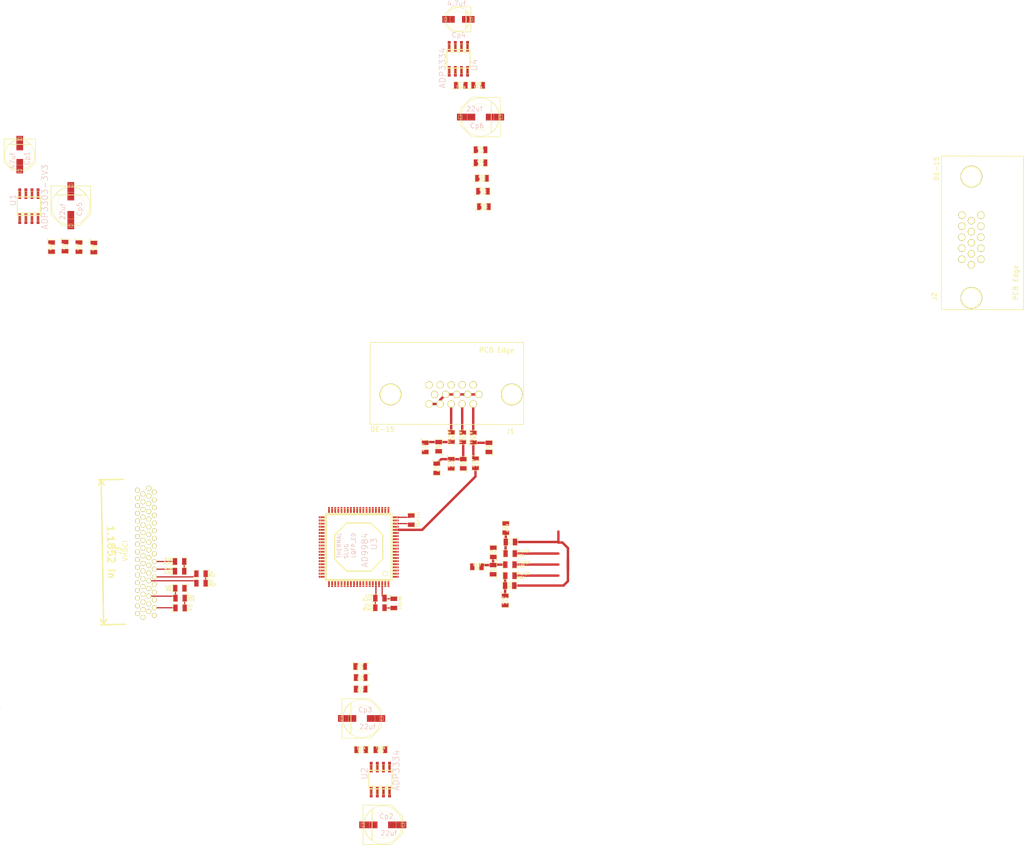
<source format=kicad_pcb>
(kicad_pcb (version 3) (host pcbnew "(2013-07-07 BZR 4022)-stable")

  (general
    (links 215)
    (no_connects 174)
    (area 0 0 0 0)
    (thickness 1.6)
    (drawings 2)
    (tracks 85)
    (zones 0)
    (modules 60)
    (nets 76)
  )

  (page A4)
  (layers
    (15 F.Cu signal)
    (0 B.Cu signal)
    (16 B.Adhes user)
    (17 F.Adhes user)
    (18 B.Paste user)
    (19 F.Paste user)
    (20 B.SilkS user)
    (21 F.SilkS user)
    (22 B.Mask user)
    (23 F.Mask user)
    (24 Dwgs.User user)
    (25 Cmts.User user)
    (26 Eco1.User user)
    (27 Eco2.User user)
    (28 Edge.Cuts user)
  )

  (setup
    (last_trace_width 0.5)
    (user_trace_width 0.125)
    (user_trace_width 0.5)
    (trace_clearance 0.125)
    (zone_clearance 0.508)
    (zone_45_only no)
    (trace_min 0.125)
    (segment_width 0.2)
    (edge_width 0.1)
    (via_size 0.45)
    (via_drill 0.3)
    (via_min_size 0.45)
    (via_min_drill 0.3)
    (user_via 0.45 0.3)
    (uvia_size 0.508)
    (uvia_drill 0.127)
    (uvias_allowed no)
    (uvia_min_size 0.508)
    (uvia_min_drill 0.127)
    (pcb_text_width 0.3)
    (pcb_text_size 1.5 1.5)
    (mod_edge_width 0.15)
    (mod_text_size 1 1)
    (mod_text_width 0.15)
    (pad_size 1.5 1.5)
    (pad_drill 0.6)
    (pad_to_mask_clearance 0)
    (aux_axis_origin 183.4 40.4)
    (visible_elements 7FFFFFFF)
    (pcbplotparams
      (layerselection 3178497)
      (usegerberextensions true)
      (excludeedgelayer true)
      (linewidth 0.150000)
      (plotframeref false)
      (viasonmask false)
      (mode 1)
      (useauxorigin false)
      (hpglpennumber 1)
      (hpglpenspeed 20)
      (hpglpendiameter 15)
      (hpglpenoverlay 2)
      (psnegative false)
      (psa4output false)
      (plotreference true)
      (plotvalue true)
      (plotothertext true)
      (plotinvisibletext false)
      (padsonsilk false)
      (subtractmaskfromsilk false)
      (outputformat 1)
      (mirror false)
      (drillshape 1)
      (scaleselection 1)
      (outputdirectory ""))
  )

  (net 0 "")
  (net 1 /B0)
  (net 2 /B1)
  (net 3 /B2)
  (net 4 /B3)
  (net 5 /B4)
  (net 6 /B5)
  (net 7 /B6)
  (net 8 /B7)
  (net 9 /B8)
  (net 10 /B9)
  (net 11 /CLAMP)
  (net 12 /COST)
  (net 13 /DATACK)
  (net 14 /G0)
  (net 15 /G1)
  (net 16 /G2)
  (net 17 /G3)
  (net 18 /G4)
  (net 19 /G5)
  (net 20 /G6)
  (net 21 /G7)
  (net 22 /G8)
  (net 23 /G9)
  (net 24 /GND)
  (net 25 /HSOUT)
  (net 26 /HSYNC0)
  (net 27 /HSYNC1)
  (net 28 /OE_Field)
  (net 29 /OVDD)
  (net 30 /PVD)
  (net 31 /PWRDWN)
  (net 32 /R0)
  (net 33 /R1)
  (net 34 /R2)
  (net 35 /R3)
  (net 36 /R4)
  (net 37 /R5)
  (net 38 /R6)
  (net 39 /R7)
  (net 40 /R8)
  (net 41 /R9)
  (net 42 /SCL)
  (net 43 /SDA)
  (net 44 /SOGOUT)
  (net 45 /VCC)
  (net 46 /VD)
  (net 47 /VSOUT)
  (net 48 /VSYNC0)
  (net 49 /VSYNC1)
  (net 50 N-0000010)
  (net 51 N-0000011)
  (net 52 N-0000012)
  (net 53 N-0000013)
  (net 54 N-0000014)
  (net 55 N-0000015)
  (net 56 N-0000016)
  (net 57 N-0000017)
  (net 58 N-000003)
  (net 59 N-0000031)
  (net 60 N-000004)
  (net 61 N-0000046)
  (net 62 N-0000047)
  (net 63 N-0000049)
  (net 64 N-000005)
  (net 65 N-0000050)
  (net 66 N-000006)
  (net 67 N-0000066)
  (net 68 N-0000067)
  (net 69 N-0000068)
  (net 70 N-0000069)
  (net 71 N-000007)
  (net 72 N-0000070)
  (net 73 N-000008)
  (net 74 N-0000084)
  (net 75 N-000009)

  (net_class Default "This is the default net class."
    (clearance 0.125)
    (trace_width 0.25)
    (via_dia 0.45)
    (via_drill 0.3)
    (uvia_dia 0.508)
    (uvia_drill 0.127)
    (add_net "")
    (add_net /B0)
    (add_net /B1)
    (add_net /B2)
    (add_net /B3)
    (add_net /B4)
    (add_net /B5)
    (add_net /B6)
    (add_net /B7)
    (add_net /B8)
    (add_net /B9)
    (add_net /CLAMP)
    (add_net /COST)
    (add_net /DATACK)
    (add_net /G0)
    (add_net /G1)
    (add_net /G2)
    (add_net /G3)
    (add_net /G4)
    (add_net /G5)
    (add_net /G6)
    (add_net /G7)
    (add_net /G8)
    (add_net /G9)
    (add_net /GND)
    (add_net /HSOUT)
    (add_net /HSYNC0)
    (add_net /HSYNC1)
    (add_net /OE_Field)
    (add_net /OVDD)
    (add_net /PVD)
    (add_net /PWRDWN)
    (add_net /R0)
    (add_net /R1)
    (add_net /R2)
    (add_net /R3)
    (add_net /R4)
    (add_net /R5)
    (add_net /R6)
    (add_net /R7)
    (add_net /R8)
    (add_net /R9)
    (add_net /SCL)
    (add_net /SDA)
    (add_net /SOGOUT)
    (add_net /VCC)
    (add_net /VD)
    (add_net /VSOUT)
    (add_net /VSYNC0)
    (add_net /VSYNC1)
    (add_net N-0000010)
    (add_net N-0000011)
    (add_net N-0000012)
    (add_net N-0000013)
    (add_net N-0000014)
    (add_net N-0000015)
    (add_net N-0000016)
    (add_net N-0000017)
    (add_net N-000003)
    (add_net N-0000031)
    (add_net N-000004)
    (add_net N-0000046)
    (add_net N-0000047)
    (add_net N-0000049)
    (add_net N-000005)
    (add_net N-0000050)
    (add_net N-000006)
    (add_net N-0000066)
    (add_net N-0000067)
    (add_net N-0000068)
    (add_net N-0000069)
    (add_net N-000007)
    (add_net N-0000070)
    (add_net N-000008)
    (add_net N-0000084)
    (add_net N-000009)
  )

  (module VHDCI (layer F.Cu) (tedit 51F1A5E8) (tstamp 51F1C48B)
    (at 77.3 122.9 90)
    (path /51EC3171)
    (fp_text reference J3 (at -12.95 -6.25 90) (layer F.SilkS)
      (effects (font (size 1 1) (thickness 0.15)))
    )
    (fp_text value VHDCI (at -13 -4.9 90) (layer F.SilkS)
      (effects (font (size 1 1) (thickness 0.15)))
    )
    (pad 51 thru_hole circle (at -13.6 1.15 90) (size 1 1) (drill 0.65)
      (layers *.Cu *.Mask F.SilkS)
      (net 45 /VCC)
    )
    (pad 49 thru_hole circle (at -15.2 1.15 90) (size 1 1) (drill 0.65)
      (layers *.Cu *.Mask F.SilkS)
      (net 42 /SCL)
    )
    (pad 47 thru_hole circle (at -16.8 1.15 90) (size 1 1) (drill 0.65)
      (layers *.Cu *.Mask F.SilkS)
      (net 43 /SDA)
    )
    (pad 45 thru_hole circle (at -18.4 1.15 90) (size 1 1) (drill 0.65)
      (layers *.Cu *.Mask F.SilkS)
      (net 12 /COST)
    )
    (pad 43 thru_hole circle (at -20 1.15 90) (size 1 1) (drill 0.65)
      (layers *.Cu *.Mask F.SilkS)
      (net 44 /SOGOUT)
    )
    (pad 41 thru_hole circle (at -21.6 1.15 90) (size 1 1) (drill 0.65)
      (layers *.Cu *.Mask F.SilkS)
      (net 25 /HSOUT)
    )
    (pad 39 thru_hole circle (at -23.2 1.15 90) (size 1 1) (drill 0.65)
      (layers *.Cu *.Mask F.SilkS)
      (net 24 /GND)
    )
    (pad 37 thru_hole circle (at -24.8 1.15 90) (size 1 1) (drill 0.65)
      (layers *.Cu *.Mask F.SilkS)
      (net 31 /PWRDWN)
    )
    (pad 35 thru_hole circle (at -26.4 1.15 90) (size 1 1) (drill 0.65)
      (layers *.Cu *.Mask F.SilkS)
      (net 1 /B0)
    )
    (pad 53 thru_hole circle (at -12 1.15 90) (size 1 1) (drill 0.65)
      (layers *.Cu *.Mask F.SilkS)
    )
    (pad 55 thru_hole circle (at -10.4 1.15 90) (size 1 1) (drill 0.65)
      (layers *.Cu *.Mask F.SilkS)
      (net 24 /GND)
    )
    (pad 57 thru_hole circle (at -8.8 1.15 90) (size 1 1) (drill 0.65)
      (layers *.Cu *.Mask F.SilkS)
      (net 34 /R2)
    )
    (pad 59 thru_hole circle (at -7.2 1.15 90) (size 1 1) (drill 0.65)
      (layers *.Cu *.Mask F.SilkS)
      (net 35 /R3)
    )
    (pad 61 thru_hole circle (at -5.6 1.15 90) (size 1 1) (drill 0.65)
      (layers *.Cu *.Mask F.SilkS)
      (net 24 /GND)
    )
    (pad 63 thru_hole circle (at -4 1.15 90) (size 1 1) (drill 0.65)
      (layers *.Cu *.Mask F.SilkS)
      (net 38 /R6)
    )
    (pad 65 thru_hole circle (at -2.4 1.15 90) (size 1 1) (drill 0.65)
      (layers *.Cu *.Mask F.SilkS)
      (net 39 /R7)
    )
    (pad 67 thru_hole circle (at -0.8 1.15 90) (size 1 1) (drill 0.65)
      (layers *.Cu *.Mask F.SilkS)
      (net 24 /GND)
    )
    (pad 68 thru_hole circle (at 0 0 90) (size 1 1) (drill 0.65)
      (layers *.Cu *.Mask F.SilkS)
      (net 41 /R9)
    )
    (pad 66 thru_hole circle (at -1.6 0 90) (size 1 1) (drill 0.65)
      (layers *.Cu *.Mask F.SilkS)
      (net 40 /R8)
    )
    (pad 64 thru_hole circle (at -3.2 0 90) (size 1 1) (drill 0.65)
      (layers *.Cu *.Mask F.SilkS)
      (net 24 /GND)
    )
    (pad 62 thru_hole circle (at -4.8 0 90) (size 1 1) (drill 0.65)
      (layers *.Cu *.Mask F.SilkS)
      (net 37 /R5)
    )
    (pad 60 thru_hole circle (at -6.4 0 90) (size 1 1) (drill 0.65)
      (layers *.Cu *.Mask F.SilkS)
      (net 36 /R4)
    )
    (pad 58 thru_hole circle (at -8 0 90) (size 1 1) (drill 0.65)
      (layers *.Cu *.Mask F.SilkS)
      (net 24 /GND)
    )
    (pad 56 thru_hole circle (at -9.6 0 90) (size 1 1) (drill 0.65)
      (layers *.Cu *.Mask F.SilkS)
      (net 33 /R1)
    )
    (pad 54 thru_hole circle (at -11.2 0 90) (size 1 1) (drill 0.65)
      (layers *.Cu *.Mask F.SilkS)
      (net 32 /R0)
    )
    (pad 36 thru_hole circle (at -25.6 0 90) (size 1 1) (drill 0.65)
      (layers *.Cu *.Mask F.SilkS)
      (net 24 /GND)
    )
    (pad 38 thru_hole circle (at -24 0 90) (size 1 1) (drill 0.65)
      (layers *.Cu *.Mask F.SilkS)
      (net 28 /OE_Field)
    )
    (pad 40 thru_hole circle (at -22.4 0 90) (size 1 1) (drill 0.65)
      (layers *.Cu *.Mask F.SilkS)
      (net 47 /VSOUT)
    )
    (pad 42 thru_hole circle (at -20.8 0 90) (size 1 1) (drill 0.65)
      (layers *.Cu *.Mask F.SilkS)
      (net 24 /GND)
    )
    (pad 44 thru_hole circle (at -19.2 0 90) (size 1 1) (drill 0.65)
      (layers *.Cu *.Mask F.SilkS)
      (net 11 /CLAMP)
    )
    (pad 46 thru_hole circle (at -17.6 0 90) (size 1 1) (drill 0.65)
      (layers *.Cu *.Mask F.SilkS)
    )
    (pad 48 thru_hole circle (at -16 0 90) (size 1 1) (drill 0.65)
      (layers *.Cu *.Mask F.SilkS)
      (net 24 /GND)
    )
    (pad 50 thru_hole circle (at -14.4 0 90) (size 1 1) (drill 0.65)
      (layers *.Cu *.Mask F.SilkS)
    )
    (pad 52 thru_hole circle (at -12.8 0 90) (size 1 1) (drill 0.65)
      (layers *.Cu *.Mask F.SilkS)
      (net 45 /VCC)
    )
    (pad 18 thru_hole circle (at -13.2 -2.35 90) (size 1 1) (drill 0.65)
      (layers *.Cu *.Mask F.SilkS)
      (net 45 /VCC)
    )
    (pad 16 thru_hole circle (at -14.8 -2.35 90) (size 1 1) (drill 0.65)
      (layers *.Cu *.Mask F.SilkS)
    )
    (pad 14 thru_hole circle (at -16.4 -2.35 90) (size 1 1) (drill 0.65)
      (layers *.Cu *.Mask F.SilkS)
      (net 24 /GND)
    )
    (pad 12 thru_hole circle (at -18 -2.35 90) (size 1 1) (drill 0.65)
      (layers *.Cu *.Mask F.SilkS)
      (net 9 /B8)
    )
    (pad 10 thru_hole circle (at -19.6 -2.35 90) (size 1 1) (drill 0.65)
      (layers *.Cu *.Mask F.SilkS)
      (net 8 /B7)
    )
    (pad 8 thru_hole circle (at -21.2 -2.35 90) (size 1 1) (drill 0.65)
      (layers *.Cu *.Mask F.SilkS)
      (net 24 /GND)
    )
    (pad 6 thru_hole circle (at -22.8 -2.35 90) (size 1 1) (drill 0.65)
      (layers *.Cu *.Mask F.SilkS)
      (net 5 /B4)
    )
    (pad 4 thru_hole circle (at -24.4 -2.35 90) (size 1 1) (drill 0.65)
      (layers *.Cu *.Mask F.SilkS)
      (net 4 /B3)
    )
    (pad 2 thru_hole circle (at -26 -2.35 90) (size 1 1) (drill 0.65)
      (layers *.Cu *.Mask F.SilkS)
      (net 24 /GND)
    )
    (pad 20 thru_hole circle (at -11.6 -2.35 90) (size 1 1) (drill 0.65)
      (layers *.Cu *.Mask F.SilkS)
      (net 14 /G0)
    )
    (pad 22 thru_hole circle (at -10 -2.35 90) (size 1 1) (drill 0.65)
      (layers *.Cu *.Mask F.SilkS)
      (net 15 /G1)
    )
    (pad 24 thru_hole circle (at -8.4 -2.35 90) (size 1 1) (drill 0.65)
      (layers *.Cu *.Mask F.SilkS)
      (net 24 /GND)
    )
    (pad 26 thru_hole circle (at -6.8 -2.35 90) (size 1 1) (drill 0.65)
      (layers *.Cu *.Mask F.SilkS)
      (net 18 /G4)
    )
    (pad 28 thru_hole circle (at -5.2 -2.35 90) (size 1 1) (drill 0.65)
      (layers *.Cu *.Mask F.SilkS)
      (net 19 /G5)
    )
    (pad 30 thru_hole circle (at -3.6 -2.35 90) (size 1 1) (drill 0.65)
      (layers *.Cu *.Mask F.SilkS)
      (net 24 /GND)
    )
    (pad 32 thru_hole circle (at -2 -2.35 90) (size 1 1) (drill 0.65)
      (layers *.Cu *.Mask F.SilkS)
      (net 22 /G8)
    )
    (pad 34 thru_hole circle (at -0.4 -2.35 90) (size 1 1) (drill 0.65)
      (layers *.Cu *.Mask F.SilkS)
      (net 23 /G9)
    )
    (pad 33 thru_hole circle (at -1.2 -1.2 90) (size 1 1) (drill 0.65)
      (layers *.Cu *.Mask F.SilkS)
      (net 24 /GND)
    )
    (pad 31 thru_hole circle (at -2.8 -1.2 90) (size 1 1) (drill 0.65)
      (layers *.Cu *.Mask F.SilkS)
      (net 21 /G7)
    )
    (pad 29 thru_hole circle (at -4.4 -1.2 90) (size 1 1) (drill 0.65)
      (layers *.Cu *.Mask F.SilkS)
      (net 20 /G6)
    )
    (pad 27 thru_hole circle (at -6 -1.2 90) (size 1 1) (drill 0.65)
      (layers *.Cu *.Mask F.SilkS)
      (net 24 /GND)
    )
    (pad 25 thru_hole circle (at -7.6 -1.2 90) (size 1 1) (drill 0.65)
      (layers *.Cu *.Mask F.SilkS)
      (net 17 /G3)
    )
    (pad 23 thru_hole circle (at -9.2 -1.2 90) (size 1 1) (drill 0.65)
      (layers *.Cu *.Mask F.SilkS)
      (net 16 /G2)
    )
    (pad 21 thru_hole circle (at -10.8 -1.2 90) (size 1 1) (drill 0.65)
      (layers *.Cu *.Mask F.SilkS)
      (net 24 /GND)
    )
    (pad 19 thru_hole circle (at -12.4 -1.2 90) (size 1 1) (drill 0.65)
      (layers *.Cu *.Mask F.SilkS)
    )
    (pad 1 thru_hole circle (at -26.8 -1.2 90) (size 1 1) (drill 0.65)
      (layers *.Cu *.Mask F.SilkS)
      (net 2 /B1)
    )
    (pad 3 thru_hole circle (at -25.2 -1.2 90) (size 1 1) (drill 0.65)
      (layers *.Cu *.Mask F.SilkS)
      (net 3 /B2)
    )
    (pad 5 thru_hole circle (at -23.6 -1.2 90) (size 1 1) (drill 0.65)
      (layers *.Cu *.Mask F.SilkS)
      (net 24 /GND)
    )
    (pad 7 thru_hole circle (at -22 -1.2 90) (size 1 1) (drill 0.65)
      (layers *.Cu *.Mask F.SilkS)
      (net 6 /B5)
    )
    (pad 9 thru_hole circle (at -20.4 -1.2 90) (size 1 1) (drill 0.65)
      (layers *.Cu *.Mask F.SilkS)
      (net 7 /B6)
    )
    (pad 11 thru_hole circle (at -18.8 -1.2 90) (size 1 1) (drill 0.65)
      (layers *.Cu *.Mask F.SilkS)
      (net 24 /GND)
    )
    (pad 13 thru_hole circle (at -17.2 -1.2 90) (size 1 1) (drill 0.65)
      (layers *.Cu *.Mask F.SilkS)
      (net 10 /B9)
    )
    (pad 15 thru_hole circle (at -15.6 -1.2 90) (size 1 1) (drill 0.65)
      (layers *.Cu *.Mask F.SilkS)
      (net 13 /DATACK)
    )
    (pad 17 thru_hole circle (at -14 -1.2 90) (size 1 1) (drill 0.65)
      (layers *.Cu *.Mask F.SilkS)
      (net 45 /VCC)
    )
  )

  (module SM0805 (layer F.Cu) (tedit 5091495C) (tstamp 51F1BA55)
    (at 142.6 117.8 90)
    (path /51EE84CB)
    (attr smd)
    (fp_text reference R3 (at 0 -0.3175 90) (layer F.SilkS)
      (effects (font (size 0.50038 0.50038) (thickness 0.10922)))
    )
    (fp_text value 75 (at 0 0.381 90) (layer F.SilkS)
      (effects (font (size 0.50038 0.50038) (thickness 0.10922)))
    )
    (fp_circle (center -1.651 0.762) (end -1.651 0.635) (layer F.SilkS) (width 0.09906))
    (fp_line (start -0.508 0.762) (end -1.524 0.762) (layer F.SilkS) (width 0.09906))
    (fp_line (start -1.524 0.762) (end -1.524 -0.762) (layer F.SilkS) (width 0.09906))
    (fp_line (start -1.524 -0.762) (end -0.508 -0.762) (layer F.SilkS) (width 0.09906))
    (fp_line (start 0.508 -0.762) (end 1.524 -0.762) (layer F.SilkS) (width 0.09906))
    (fp_line (start 1.524 -0.762) (end 1.524 0.762) (layer F.SilkS) (width 0.09906))
    (fp_line (start 1.524 0.762) (end 0.508 0.762) (layer F.SilkS) (width 0.09906))
    (pad 1 smd rect (at -0.9525 0 90) (size 0.889 1.397)
      (layers F.Cu F.Paste F.Mask)
      (net 24 /GND)
    )
    (pad 2 smd rect (at 0.9525 0 90) (size 0.889 1.397)
      (layers F.Cu F.Paste F.Mask)
      (net 54 N-0000014)
    )
    (model smd/chip_cms.wrl
      (at (xyz 0 0 0))
      (scale (xyz 0.1 0.1 0.1))
      (rotate (xyz 0 0 0))
    )
  )

  (module SM0805 (layer F.Cu) (tedit 51F1DF41) (tstamp 51F1BA62)
    (at 131.8 129.5 90)
    (path /51EDC343)
    (attr smd)
    (fp_text reference C14 (at 1.1 1.5 90) (layer F.SilkS)
      (effects (font (size 0.50038 0.50038) (thickness 0.10922)))
    )
    (fp_text value 10uf (at -0.7 1.4 90) (layer F.SilkS)
      (effects (font (size 0.50038 0.50038) (thickness 0.10922)))
    )
    (fp_circle (center -1.651 0.762) (end -1.651 0.635) (layer F.SilkS) (width 0.09906))
    (fp_line (start -0.508 0.762) (end -1.524 0.762) (layer F.SilkS) (width 0.09906))
    (fp_line (start -1.524 0.762) (end -1.524 -0.762) (layer F.SilkS) (width 0.09906))
    (fp_line (start -1.524 -0.762) (end -0.508 -0.762) (layer F.SilkS) (width 0.09906))
    (fp_line (start 0.508 -0.762) (end 1.524 -0.762) (layer F.SilkS) (width 0.09906))
    (fp_line (start 1.524 -0.762) (end 1.524 0.762) (layer F.SilkS) (width 0.09906))
    (fp_line (start 1.524 0.762) (end 0.508 0.762) (layer F.SilkS) (width 0.09906))
    (pad 1 smd rect (at -0.9525 0 90) (size 0.889 1.397)
      (layers F.Cu F.Paste F.Mask)
      (net 59 N-0000031)
    )
    (pad 2 smd rect (at 0.9525 0 90) (size 0.889 1.397)
      (layers F.Cu F.Paste F.Mask)
      (net 72 N-0000070)
    )
    (model smd/chip_cms.wrl
      (at (xyz 0 0 0))
      (scale (xyz 0.1 0.1 0.1))
      (rotate (xyz 0 0 0))
    )
  )

  (module SM0805 (layer F.Cu) (tedit 51F1DEFA) (tstamp 51F1BA6F)
    (at 83.7 138.1)
    (path /51EDC6F5)
    (attr smd)
    (fp_text reference R15 (at -2.35 -0.45) (layer F.SilkS)
      (effects (font (size 0.50038 0.50038) (thickness 0.10922)))
    )
    (fp_text value 2.2K (at -2.45 0.3) (layer F.SilkS)
      (effects (font (size 0.50038 0.50038) (thickness 0.10922)))
    )
    (fp_circle (center -1.651 0.762) (end -1.651 0.635) (layer F.SilkS) (width 0.09906))
    (fp_line (start -0.508 0.762) (end -1.524 0.762) (layer F.SilkS) (width 0.09906))
    (fp_line (start -1.524 0.762) (end -1.524 -0.762) (layer F.SilkS) (width 0.09906))
    (fp_line (start -1.524 -0.762) (end -0.508 -0.762) (layer F.SilkS) (width 0.09906))
    (fp_line (start 0.508 -0.762) (end 1.524 -0.762) (layer F.SilkS) (width 0.09906))
    (fp_line (start 1.524 -0.762) (end 1.524 0.762) (layer F.SilkS) (width 0.09906))
    (fp_line (start 1.524 0.762) (end 0.508 0.762) (layer F.SilkS) (width 0.09906))
    (pad 1 smd rect (at -0.9525 0) (size 0.889 1.397)
      (layers F.Cu F.Paste F.Mask)
      (net 42 /SCL)
    )
    (pad 2 smd rect (at 0.9525 0) (size 0.889 1.397)
      (layers F.Cu F.Paste F.Mask)
      (net 29 /OVDD)
    )
    (model smd/chip_cms.wrl
      (at (xyz 0 0 0))
      (scale (xyz 0.1 0.1 0.1))
      (rotate (xyz 0 0 0))
    )
  )

  (module SM0805 (layer F.Cu) (tedit 51F1DEF5) (tstamp 51F1BA7C)
    (at 83.7 140.1)
    (path /51EDC704)
    (attr smd)
    (fp_text reference R16 (at -2.4 -0.45) (layer F.SilkS)
      (effects (font (size 0.50038 0.50038) (thickness 0.10922)))
    )
    (fp_text value 2.2K (at -2.45 0.3) (layer F.SilkS)
      (effects (font (size 0.50038 0.50038) (thickness 0.10922)))
    )
    (fp_circle (center -1.651 0.762) (end -1.651 0.635) (layer F.SilkS) (width 0.09906))
    (fp_line (start -0.508 0.762) (end -1.524 0.762) (layer F.SilkS) (width 0.09906))
    (fp_line (start -1.524 0.762) (end -1.524 -0.762) (layer F.SilkS) (width 0.09906))
    (fp_line (start -1.524 -0.762) (end -0.508 -0.762) (layer F.SilkS) (width 0.09906))
    (fp_line (start 0.508 -0.762) (end 1.524 -0.762) (layer F.SilkS) (width 0.09906))
    (fp_line (start 1.524 -0.762) (end 1.524 0.762) (layer F.SilkS) (width 0.09906))
    (fp_line (start 1.524 0.762) (end 0.508 0.762) (layer F.SilkS) (width 0.09906))
    (pad 1 smd rect (at -0.9525 0) (size 0.889 1.397)
      (layers F.Cu F.Paste F.Mask)
      (net 43 /SDA)
    )
    (pad 2 smd rect (at 0.9525 0) (size 0.889 1.397)
      (layers F.Cu F.Paste F.Mask)
      (net 29 /OVDD)
    )
    (model smd/chip_cms.wrl
      (at (xyz 0 0 0))
      (scale (xyz 0.1 0.1 0.1))
      (rotate (xyz 0 0 0))
    )
  )

  (module SM0805 (layer F.Cu) (tedit 51F1DFAF) (tstamp 51F1BA89)
    (at 152.35 136.45 180)
    (path /51EE3932)
    (attr smd)
    (fp_text reference FB4 (at -2.35 -0.4 180) (layer F.SilkS)
      (effects (font (size 0.50038 0.50038) (thickness 0.10922)))
    )
    (fp_text value FILTER (at -2.95 0.45 180) (layer F.SilkS)
      (effects (font (size 0.50038 0.50038) (thickness 0.10922)))
    )
    (fp_circle (center -1.651 0.762) (end -1.651 0.635) (layer F.SilkS) (width 0.09906))
    (fp_line (start -0.508 0.762) (end -1.524 0.762) (layer F.SilkS) (width 0.09906))
    (fp_line (start -1.524 0.762) (end -1.524 -0.762) (layer F.SilkS) (width 0.09906))
    (fp_line (start -1.524 -0.762) (end -0.508 -0.762) (layer F.SilkS) (width 0.09906))
    (fp_line (start 0.508 -0.762) (end 1.524 -0.762) (layer F.SilkS) (width 0.09906))
    (fp_line (start 1.524 -0.762) (end 1.524 0.762) (layer F.SilkS) (width 0.09906))
    (fp_line (start 1.524 0.762) (end 0.508 0.762) (layer F.SilkS) (width 0.09906))
    (pad 1 smd rect (at -0.9525 0 180) (size 0.889 1.397)
      (layers F.Cu F.Paste F.Mask)
      (net 58 N-000003)
    )
    (pad 2 smd rect (at 0.9525 0 180) (size 0.889 1.397)
      (layers F.Cu F.Paste F.Mask)
      (net 66 N-000006)
    )
    (model smd/chip_cms.wrl
      (at (xyz 0 0 0))
      (scale (xyz 0.1 0.1 0.1))
      (rotate (xyz 0 0 0))
    )
  )

  (module SM0805 (layer F.Cu) (tedit 51F1DFAC) (tstamp 51F1BA96)
    (at 152.3 138.75 180)
    (path /51EE3941)
    (attr smd)
    (fp_text reference FB5 (at -2.45 -0.3 180) (layer F.SilkS)
      (effects (font (size 0.50038 0.50038) (thickness 0.10922)))
    )
    (fp_text value FILTER (at -3 0.4 180) (layer F.SilkS)
      (effects (font (size 0.50038 0.50038) (thickness 0.10922)))
    )
    (fp_circle (center -1.651 0.762) (end -1.651 0.635) (layer F.SilkS) (width 0.09906))
    (fp_line (start -0.508 0.762) (end -1.524 0.762) (layer F.SilkS) (width 0.09906))
    (fp_line (start -1.524 0.762) (end -1.524 -0.762) (layer F.SilkS) (width 0.09906))
    (fp_line (start -1.524 -0.762) (end -0.508 -0.762) (layer F.SilkS) (width 0.09906))
    (fp_line (start 0.508 -0.762) (end 1.524 -0.762) (layer F.SilkS) (width 0.09906))
    (fp_line (start 1.524 -0.762) (end 1.524 0.762) (layer F.SilkS) (width 0.09906))
    (fp_line (start 1.524 0.762) (end 0.508 0.762) (layer F.SilkS) (width 0.09906))
    (pad 1 smd rect (at -0.9525 0 180) (size 0.889 1.397)
      (layers F.Cu F.Paste F.Mask)
      (net 60 N-000004)
    )
    (pad 2 smd rect (at 0.9525 0 180) (size 0.889 1.397)
      (layers F.Cu F.Paste F.Mask)
      (net 74 N-0000084)
    )
    (model smd/chip_cms.wrl
      (at (xyz 0 0 0))
      (scale (xyz 0.1 0.1 0.1))
      (rotate (xyz 0 0 0))
    )
  )

  (module SM0805 (layer F.Cu) (tedit 51F1DFA6) (tstamp 51F1BAA3)
    (at 152.3 141.05 180)
    (path /51EE3950)
    (attr smd)
    (fp_text reference FB6 (at -2.35 -0.4 180) (layer F.SilkS)
      (effects (font (size 0.50038 0.50038) (thickness 0.10922)))
    )
    (fp_text value FILTER (at -2.85 0.4 180) (layer F.SilkS)
      (effects (font (size 0.50038 0.50038) (thickness 0.10922)))
    )
    (fp_circle (center -1.651 0.762) (end -1.651 0.635) (layer F.SilkS) (width 0.09906))
    (fp_line (start -0.508 0.762) (end -1.524 0.762) (layer F.SilkS) (width 0.09906))
    (fp_line (start -1.524 0.762) (end -1.524 -0.762) (layer F.SilkS) (width 0.09906))
    (fp_line (start -1.524 -0.762) (end -0.508 -0.762) (layer F.SilkS) (width 0.09906))
    (fp_line (start 0.508 -0.762) (end 1.524 -0.762) (layer F.SilkS) (width 0.09906))
    (fp_line (start 1.524 -0.762) (end 1.524 0.762) (layer F.SilkS) (width 0.09906))
    (fp_line (start 1.524 0.762) (end 0.508 0.762) (layer F.SilkS) (width 0.09906))
    (pad 1 smd rect (at -0.9525 0 180) (size 0.889 1.397)
      (layers F.Cu F.Paste F.Mask)
      (net 64 N-000005)
    )
    (pad 2 smd rect (at 0.9525 0 180) (size 0.889 1.397)
      (layers F.Cu F.Paste F.Mask)
      (net 71 N-000007)
    )
    (model smd/chip_cms.wrl
      (at (xyz 0 0 0))
      (scale (xyz 0.1 0.1 0.1))
      (rotate (xyz 0 0 0))
    )
  )

  (module SM0805 (layer F.Cu) (tedit 5091495C) (tstamp 51F1BAB0)
    (at 152.4 134.05 180)
    (path /51EE7942)
    (attr smd)
    (fp_text reference R2 (at 0 -0.3175 180) (layer F.SilkS)
      (effects (font (size 0.50038 0.50038) (thickness 0.10922)))
    )
    (fp_text value 75 (at 0 0.381 180) (layer F.SilkS)
      (effects (font (size 0.50038 0.50038) (thickness 0.10922)))
    )
    (fp_circle (center -1.651 0.762) (end -1.651 0.635) (layer F.SilkS) (width 0.09906))
    (fp_line (start -0.508 0.762) (end -1.524 0.762) (layer F.SilkS) (width 0.09906))
    (fp_line (start -1.524 0.762) (end -1.524 -0.762) (layer F.SilkS) (width 0.09906))
    (fp_line (start -1.524 -0.762) (end -0.508 -0.762) (layer F.SilkS) (width 0.09906))
    (fp_line (start 0.508 -0.762) (end 1.524 -0.762) (layer F.SilkS) (width 0.09906))
    (fp_line (start 1.524 -0.762) (end 1.524 0.762) (layer F.SilkS) (width 0.09906))
    (fp_line (start 1.524 0.762) (end 0.508 0.762) (layer F.SilkS) (width 0.09906))
    (pad 1 smd rect (at -0.9525 0 180) (size 0.889 1.397)
      (layers F.Cu F.Paste F.Mask)
      (net 24 /GND)
    )
    (pad 2 smd rect (at 0.9525 0 180) (size 0.889 1.397)
      (layers F.Cu F.Paste F.Mask)
      (net 66 N-000006)
    )
    (model smd/chip_cms.wrl
      (at (xyz 0 0 0))
      (scale (xyz 0.1 0.1 0.1))
      (rotate (xyz 0 0 0))
    )
  )

  (module SM0805 (layer F.Cu) (tedit 5091495C) (tstamp 51F1BABD)
    (at 148.8 139.8 90)
    (path /51EE7951)
    (attr smd)
    (fp_text reference R4 (at 0 -0.3175 90) (layer F.SilkS)
      (effects (font (size 0.50038 0.50038) (thickness 0.10922)))
    )
    (fp_text value 75 (at 0 0.381 90) (layer F.SilkS)
      (effects (font (size 0.50038 0.50038) (thickness 0.10922)))
    )
    (fp_circle (center -1.651 0.762) (end -1.651 0.635) (layer F.SilkS) (width 0.09906))
    (fp_line (start -0.508 0.762) (end -1.524 0.762) (layer F.SilkS) (width 0.09906))
    (fp_line (start -1.524 0.762) (end -1.524 -0.762) (layer F.SilkS) (width 0.09906))
    (fp_line (start -1.524 -0.762) (end -0.508 -0.762) (layer F.SilkS) (width 0.09906))
    (fp_line (start 0.508 -0.762) (end 1.524 -0.762) (layer F.SilkS) (width 0.09906))
    (fp_line (start 1.524 -0.762) (end 1.524 0.762) (layer F.SilkS) (width 0.09906))
    (fp_line (start 1.524 0.762) (end 0.508 0.762) (layer F.SilkS) (width 0.09906))
    (pad 1 smd rect (at -0.9525 0 90) (size 0.889 1.397)
      (layers F.Cu F.Paste F.Mask)
      (net 24 /GND)
    )
    (pad 2 smd rect (at 0.9525 0 90) (size 0.889 1.397)
      (layers F.Cu F.Paste F.Mask)
      (net 74 N-0000084)
    )
    (model smd/chip_cms.wrl
      (at (xyz 0 0 0))
      (scale (xyz 0.1 0.1 0.1))
      (rotate (xyz 0 0 0))
    )
  )

  (module SM0805 (layer F.Cu) (tedit 5091495C) (tstamp 51F1D787)
    (at 152.25 143.1 180)
    (path /51EE7960)
    (attr smd)
    (fp_text reference R6 (at 0 -0.3175 180) (layer F.SilkS)
      (effects (font (size 0.50038 0.50038) (thickness 0.10922)))
    )
    (fp_text value 75 (at 0 0.381 180) (layer F.SilkS)
      (effects (font (size 0.50038 0.50038) (thickness 0.10922)))
    )
    (fp_circle (center -1.651 0.762) (end -1.651 0.635) (layer F.SilkS) (width 0.09906))
    (fp_line (start -0.508 0.762) (end -1.524 0.762) (layer F.SilkS) (width 0.09906))
    (fp_line (start -1.524 0.762) (end -1.524 -0.762) (layer F.SilkS) (width 0.09906))
    (fp_line (start -1.524 -0.762) (end -0.508 -0.762) (layer F.SilkS) (width 0.09906))
    (fp_line (start 0.508 -0.762) (end 1.524 -0.762) (layer F.SilkS) (width 0.09906))
    (fp_line (start 1.524 -0.762) (end 1.524 0.762) (layer F.SilkS) (width 0.09906))
    (fp_line (start 1.524 0.762) (end 0.508 0.762) (layer F.SilkS) (width 0.09906))
    (pad 1 smd rect (at -0.9525 0 180) (size 0.889 1.397)
      (layers F.Cu F.Paste F.Mask)
      (net 24 /GND)
    )
    (pad 2 smd rect (at 0.9525 0 180) (size 0.889 1.397)
      (layers F.Cu F.Paste F.Mask)
      (net 71 N-000007)
    )
    (model smd/chip_cms.wrl
      (at (xyz 0 0 0))
      (scale (xyz 0.1 0.1 0.1))
      (rotate (xyz 0 0 0))
    )
  )

  (module SM0805 (layer F.Cu) (tedit 5091495C) (tstamp 51F1BAD7)
    (at 140.15 112.25 270)
    (path /51EE84B3)
    (attr smd)
    (fp_text reference FB1 (at 0 -0.3175 270) (layer F.SilkS)
      (effects (font (size 0.50038 0.50038) (thickness 0.10922)))
    )
    (fp_text value FILTER (at 0 0.381 270) (layer F.SilkS)
      (effects (font (size 0.50038 0.50038) (thickness 0.10922)))
    )
    (fp_circle (center -1.651 0.762) (end -1.651 0.635) (layer F.SilkS) (width 0.09906))
    (fp_line (start -0.508 0.762) (end -1.524 0.762) (layer F.SilkS) (width 0.09906))
    (fp_line (start -1.524 0.762) (end -1.524 -0.762) (layer F.SilkS) (width 0.09906))
    (fp_line (start -1.524 -0.762) (end -0.508 -0.762) (layer F.SilkS) (width 0.09906))
    (fp_line (start 0.508 -0.762) (end 1.524 -0.762) (layer F.SilkS) (width 0.09906))
    (fp_line (start 1.524 -0.762) (end 1.524 0.762) (layer F.SilkS) (width 0.09906))
    (fp_line (start 1.524 0.762) (end 0.508 0.762) (layer F.SilkS) (width 0.09906))
    (pad 1 smd rect (at -0.9525 0 270) (size 0.889 1.397)
      (layers F.Cu F.Paste F.Mask)
      (net 55 N-0000015)
    )
    (pad 2 smd rect (at 0.9525 0 270) (size 0.889 1.397)
      (layers F.Cu F.Paste F.Mask)
      (net 75 N-000009)
    )
    (model smd/chip_cms.wrl
      (at (xyz 0 0 0))
      (scale (xyz 0.1 0.1 0.1))
      (rotate (xyz 0 0 0))
    )
  )

  (module SM0805 (layer F.Cu) (tedit 5091495C) (tstamp 51F1BAE4)
    (at 142.5 112.3 270)
    (path /51EE84B9)
    (attr smd)
    (fp_text reference FB2 (at 0 -0.3175 270) (layer F.SilkS)
      (effects (font (size 0.50038 0.50038) (thickness 0.10922)))
    )
    (fp_text value FILTER (at 0 0.381 270) (layer F.SilkS)
      (effects (font (size 0.50038 0.50038) (thickness 0.10922)))
    )
    (fp_circle (center -1.651 0.762) (end -1.651 0.635) (layer F.SilkS) (width 0.09906))
    (fp_line (start -0.508 0.762) (end -1.524 0.762) (layer F.SilkS) (width 0.09906))
    (fp_line (start -1.524 0.762) (end -1.524 -0.762) (layer F.SilkS) (width 0.09906))
    (fp_line (start -1.524 -0.762) (end -0.508 -0.762) (layer F.SilkS) (width 0.09906))
    (fp_line (start 0.508 -0.762) (end 1.524 -0.762) (layer F.SilkS) (width 0.09906))
    (fp_line (start 1.524 -0.762) (end 1.524 0.762) (layer F.SilkS) (width 0.09906))
    (fp_line (start 1.524 0.762) (end 0.508 0.762) (layer F.SilkS) (width 0.09906))
    (pad 1 smd rect (at -0.9525 0 270) (size 0.889 1.397)
      (layers F.Cu F.Paste F.Mask)
      (net 56 N-0000016)
    )
    (pad 2 smd rect (at 0.9525 0 270) (size 0.889 1.397)
      (layers F.Cu F.Paste F.Mask)
      (net 54 N-0000014)
    )
    (model smd/chip_cms.wrl
      (at (xyz 0 0 0))
      (scale (xyz 0.1 0.1 0.1))
      (rotate (xyz 0 0 0))
    )
  )

  (module SM0805 (layer F.Cu) (tedit 5091495C) (tstamp 51F1BAF1)
    (at 144.7 112.35 270)
    (path /51EE84BF)
    (attr smd)
    (fp_text reference FB3 (at 0 -0.3175 270) (layer F.SilkS)
      (effects (font (size 0.50038 0.50038) (thickness 0.10922)))
    )
    (fp_text value FILTER (at 0 0.381 270) (layer F.SilkS)
      (effects (font (size 0.50038 0.50038) (thickness 0.10922)))
    )
    (fp_circle (center -1.651 0.762) (end -1.651 0.635) (layer F.SilkS) (width 0.09906))
    (fp_line (start -0.508 0.762) (end -1.524 0.762) (layer F.SilkS) (width 0.09906))
    (fp_line (start -1.524 0.762) (end -1.524 -0.762) (layer F.SilkS) (width 0.09906))
    (fp_line (start -1.524 -0.762) (end -0.508 -0.762) (layer F.SilkS) (width 0.09906))
    (fp_line (start 0.508 -0.762) (end 1.524 -0.762) (layer F.SilkS) (width 0.09906))
    (fp_line (start 1.524 -0.762) (end 1.524 0.762) (layer F.SilkS) (width 0.09906))
    (fp_line (start 1.524 0.762) (end 0.508 0.762) (layer F.SilkS) (width 0.09906))
    (pad 1 smd rect (at -0.9525 0 270) (size 0.889 1.397)
      (layers F.Cu F.Paste F.Mask)
      (net 57 N-0000017)
    )
    (pad 2 smd rect (at 0.9525 0 270) (size 0.889 1.397)
      (layers F.Cu F.Paste F.Mask)
      (net 53 N-0000013)
    )
    (model smd/chip_cms.wrl
      (at (xyz 0 0 0))
      (scale (xyz 0.1 0.1 0.1))
      (rotate (xyz 0 0 0))
    )
  )

  (module SM0805 (layer F.Cu) (tedit 5091495C) (tstamp 51F1BAFE)
    (at 147.95 114.4 90)
    (path /51EE84C5)
    (attr smd)
    (fp_text reference R5 (at 0 -0.3175 90) (layer F.SilkS)
      (effects (font (size 0.50038 0.50038) (thickness 0.10922)))
    )
    (fp_text value 75 (at 0 0.381 90) (layer F.SilkS)
      (effects (font (size 0.50038 0.50038) (thickness 0.10922)))
    )
    (fp_circle (center -1.651 0.762) (end -1.651 0.635) (layer F.SilkS) (width 0.09906))
    (fp_line (start -0.508 0.762) (end -1.524 0.762) (layer F.SilkS) (width 0.09906))
    (fp_line (start -1.524 0.762) (end -1.524 -0.762) (layer F.SilkS) (width 0.09906))
    (fp_line (start -1.524 -0.762) (end -0.508 -0.762) (layer F.SilkS) (width 0.09906))
    (fp_line (start 0.508 -0.762) (end 1.524 -0.762) (layer F.SilkS) (width 0.09906))
    (fp_line (start 1.524 -0.762) (end 1.524 0.762) (layer F.SilkS) (width 0.09906))
    (fp_line (start 1.524 0.762) (end 0.508 0.762) (layer F.SilkS) (width 0.09906))
    (pad 1 smd rect (at -0.9525 0 90) (size 0.889 1.397)
      (layers F.Cu F.Paste F.Mask)
      (net 24 /GND)
    )
    (pad 2 smd rect (at 0.9525 0 90) (size 0.889 1.397)
      (layers F.Cu F.Paste F.Mask)
      (net 53 N-0000013)
    )
    (model smd/chip_cms.wrl
      (at (xyz 0 0 0))
      (scale (xyz 0.1 0.1 0.1))
      (rotate (xyz 0 0 0))
    )
  )

  (module SM0805 (layer F.Cu) (tedit 5091495C) (tstamp 51F1BB0B)
    (at 148.85 136.2 90)
    (path /51EDBB13)
    (attr smd)
    (fp_text reference C9 (at 0 -0.3175 90) (layer F.SilkS)
      (effects (font (size 0.50038 0.50038) (thickness 0.10922)))
    )
    (fp_text value 1nf (at 0 0.381 90) (layer F.SilkS)
      (effects (font (size 0.50038 0.50038) (thickness 0.10922)))
    )
    (fp_circle (center -1.651 0.762) (end -1.651 0.635) (layer F.SilkS) (width 0.09906))
    (fp_line (start -0.508 0.762) (end -1.524 0.762) (layer F.SilkS) (width 0.09906))
    (fp_line (start -1.524 0.762) (end -1.524 -0.762) (layer F.SilkS) (width 0.09906))
    (fp_line (start -1.524 -0.762) (end -0.508 -0.762) (layer F.SilkS) (width 0.09906))
    (fp_line (start 0.508 -0.762) (end 1.524 -0.762) (layer F.SilkS) (width 0.09906))
    (fp_line (start 1.524 -0.762) (end 1.524 0.762) (layer F.SilkS) (width 0.09906))
    (fp_line (start 1.524 0.762) (end 0.508 0.762) (layer F.SilkS) (width 0.09906))
    (pad 1 smd rect (at -0.9525 0 90) (size 0.889 1.397)
      (layers F.Cu F.Paste F.Mask)
      (net 74 N-0000084)
    )
    (pad 2 smd rect (at 0.9525 0 90) (size 0.889 1.397)
      (layers F.Cu F.Paste F.Mask)
      (net 70 N-0000069)
    )
    (model smd/chip_cms.wrl
      (at (xyz 0 0 0))
      (scale (xyz 0.1 0.1 0.1))
      (rotate (xyz 0 0 0))
    )
  )

  (module SM0805 (layer F.Cu) (tedit 5091495C) (tstamp 51F1BB18)
    (at 137.5 114.25 90)
    (path /51EE84D1)
    (attr smd)
    (fp_text reference R1 (at 0 -0.3175 90) (layer F.SilkS)
      (effects (font (size 0.50038 0.50038) (thickness 0.10922)))
    )
    (fp_text value 75 (at 0 0.381 90) (layer F.SilkS)
      (effects (font (size 0.50038 0.50038) (thickness 0.10922)))
    )
    (fp_circle (center -1.651 0.762) (end -1.651 0.635) (layer F.SilkS) (width 0.09906))
    (fp_line (start -0.508 0.762) (end -1.524 0.762) (layer F.SilkS) (width 0.09906))
    (fp_line (start -1.524 0.762) (end -1.524 -0.762) (layer F.SilkS) (width 0.09906))
    (fp_line (start -1.524 -0.762) (end -0.508 -0.762) (layer F.SilkS) (width 0.09906))
    (fp_line (start 0.508 -0.762) (end 1.524 -0.762) (layer F.SilkS) (width 0.09906))
    (fp_line (start 1.524 -0.762) (end 1.524 0.762) (layer F.SilkS) (width 0.09906))
    (fp_line (start 1.524 0.762) (end 0.508 0.762) (layer F.SilkS) (width 0.09906))
    (pad 1 smd rect (at -0.9525 0 90) (size 0.889 1.397)
      (layers F.Cu F.Paste F.Mask)
      (net 24 /GND)
    )
    (pad 2 smd rect (at 0.9525 0 90) (size 0.889 1.397)
      (layers F.Cu F.Paste F.Mask)
      (net 75 N-000009)
    )
    (model smd/chip_cms.wrl
      (at (xyz 0 0 0))
      (scale (xyz 0.1 0.1 0.1))
      (rotate (xyz 0 0 0))
    )
  )

  (module SM0805 (layer F.Cu) (tedit 5091495C) (tstamp 51F1BB25)
    (at 134.7 114.4 270)
    (path /51EE8D9A)
    (attr smd)
    (fp_text reference C7 (at 0 -0.3175 270) (layer F.SilkS)
      (effects (font (size 0.50038 0.50038) (thickness 0.10922)))
    )
    (fp_text value 47nf (at 0 0.381 270) (layer F.SilkS)
      (effects (font (size 0.50038 0.50038) (thickness 0.10922)))
    )
    (fp_circle (center -1.651 0.762) (end -1.651 0.635) (layer F.SilkS) (width 0.09906))
    (fp_line (start -0.508 0.762) (end -1.524 0.762) (layer F.SilkS) (width 0.09906))
    (fp_line (start -1.524 0.762) (end -1.524 -0.762) (layer F.SilkS) (width 0.09906))
    (fp_line (start -1.524 -0.762) (end -0.508 -0.762) (layer F.SilkS) (width 0.09906))
    (fp_line (start 0.508 -0.762) (end 1.524 -0.762) (layer F.SilkS) (width 0.09906))
    (fp_line (start 1.524 -0.762) (end 1.524 0.762) (layer F.SilkS) (width 0.09906))
    (fp_line (start 1.524 0.762) (end 0.508 0.762) (layer F.SilkS) (width 0.09906))
    (pad 1 smd rect (at -0.9525 0 270) (size 0.889 1.397)
      (layers F.Cu F.Paste F.Mask)
      (net 75 N-000009)
    )
    (pad 2 smd rect (at 0.9525 0 270) (size 0.889 1.397)
      (layers F.Cu F.Paste F.Mask)
      (net 50 N-0000010)
    )
    (model smd/chip_cms.wrl
      (at (xyz 0 0 0))
      (scale (xyz 0.1 0.1 0.1))
      (rotate (xyz 0 0 0))
    )
  )

  (module SM0805 (layer F.Cu) (tedit 5091495C) (tstamp 51F1BB32)
    (at 140.1 117.8 270)
    (path /51EE8DB8)
    (attr smd)
    (fp_text reference C10 (at 0 -0.3175 270) (layer F.SilkS)
      (effects (font (size 0.50038 0.50038) (thickness 0.10922)))
    )
    (fp_text value 47nf (at 0 0.381 270) (layer F.SilkS)
      (effects (font (size 0.50038 0.50038) (thickness 0.10922)))
    )
    (fp_circle (center -1.651 0.762) (end -1.651 0.635) (layer F.SilkS) (width 0.09906))
    (fp_line (start -0.508 0.762) (end -1.524 0.762) (layer F.SilkS) (width 0.09906))
    (fp_line (start -1.524 0.762) (end -1.524 -0.762) (layer F.SilkS) (width 0.09906))
    (fp_line (start -1.524 -0.762) (end -0.508 -0.762) (layer F.SilkS) (width 0.09906))
    (fp_line (start 0.508 -0.762) (end 1.524 -0.762) (layer F.SilkS) (width 0.09906))
    (fp_line (start 1.524 -0.762) (end 1.524 0.762) (layer F.SilkS) (width 0.09906))
    (fp_line (start 1.524 0.762) (end 0.508 0.762) (layer F.SilkS) (width 0.09906))
    (pad 1 smd rect (at -0.9525 0 270) (size 0.889 1.397)
      (layers F.Cu F.Paste F.Mask)
      (net 54 N-0000014)
    )
    (pad 2 smd rect (at 0.9525 0 270) (size 0.889 1.397)
      (layers F.Cu F.Paste F.Mask)
      (net 51 N-0000011)
    )
    (model smd/chip_cms.wrl
      (at (xyz 0 0 0))
      (scale (xyz 0.1 0.1 0.1))
      (rotate (xyz 0 0 0))
    )
  )

  (module SM0805 (layer F.Cu) (tedit 5091495C) (tstamp 51F1BB3F)
    (at 137.1 118.75 270)
    (path /51EE8DBE)
    (attr smd)
    (fp_text reference C11 (at 0 -0.3175 270) (layer F.SilkS)
      (effects (font (size 0.50038 0.50038) (thickness 0.10922)))
    )
    (fp_text value 1nf (at 0 0.381 270) (layer F.SilkS)
      (effects (font (size 0.50038 0.50038) (thickness 0.10922)))
    )
    (fp_circle (center -1.651 0.762) (end -1.651 0.635) (layer F.SilkS) (width 0.09906))
    (fp_line (start -0.508 0.762) (end -1.524 0.762) (layer F.SilkS) (width 0.09906))
    (fp_line (start -1.524 0.762) (end -1.524 -0.762) (layer F.SilkS) (width 0.09906))
    (fp_line (start -1.524 -0.762) (end -0.508 -0.762) (layer F.SilkS) (width 0.09906))
    (fp_line (start 0.508 -0.762) (end 1.524 -0.762) (layer F.SilkS) (width 0.09906))
    (fp_line (start 1.524 -0.762) (end 1.524 0.762) (layer F.SilkS) (width 0.09906))
    (fp_line (start 1.524 0.762) (end 0.508 0.762) (layer F.SilkS) (width 0.09906))
    (pad 1 smd rect (at -0.9525 0 270) (size 0.889 1.397)
      (layers F.Cu F.Paste F.Mask)
      (net 54 N-0000014)
    )
    (pad 2 smd rect (at 0.9525 0 270) (size 0.889 1.397)
      (layers F.Cu F.Paste F.Mask)
      (net 73 N-000008)
    )
    (model smd/chip_cms.wrl
      (at (xyz 0 0 0))
      (scale (xyz 0.1 0.1 0.1))
      (rotate (xyz 0 0 0))
    )
  )

  (module SM0805 (layer F.Cu) (tedit 5091495C) (tstamp 51F1BB4C)
    (at 145.15 117.7 270)
    (path /51EE9056)
    (attr smd)
    (fp_text reference C13 (at 0 -0.3175 270) (layer F.SilkS)
      (effects (font (size 0.50038 0.50038) (thickness 0.10922)))
    )
    (fp_text value 47nf (at 0 0.381 270) (layer F.SilkS)
      (effects (font (size 0.50038 0.50038) (thickness 0.10922)))
    )
    (fp_circle (center -1.651 0.762) (end -1.651 0.635) (layer F.SilkS) (width 0.09906))
    (fp_line (start -0.508 0.762) (end -1.524 0.762) (layer F.SilkS) (width 0.09906))
    (fp_line (start -1.524 0.762) (end -1.524 -0.762) (layer F.SilkS) (width 0.09906))
    (fp_line (start -1.524 -0.762) (end -0.508 -0.762) (layer F.SilkS) (width 0.09906))
    (fp_line (start 0.508 -0.762) (end 1.524 -0.762) (layer F.SilkS) (width 0.09906))
    (fp_line (start 1.524 -0.762) (end 1.524 0.762) (layer F.SilkS) (width 0.09906))
    (fp_line (start 1.524 0.762) (end 0.508 0.762) (layer F.SilkS) (width 0.09906))
    (pad 1 smd rect (at -0.9525 0 270) (size 0.889 1.397)
      (layers F.Cu F.Paste F.Mask)
      (net 53 N-0000013)
    )
    (pad 2 smd rect (at 0.9525 0 270) (size 0.889 1.397)
      (layers F.Cu F.Paste F.Mask)
      (net 52 N-0000012)
    )
    (model smd/chip_cms.wrl
      (at (xyz 0 0 0))
      (scale (xyz 0.1 0.1 0.1))
      (rotate (xyz 0 0 0))
    )
  )

  (module SM0805 (layer F.Cu) (tedit 51F1DF17) (tstamp 51F1BB59)
    (at 83.8 147.75)
    (path /51EEA3E9)
    (attr smd)
    (fp_text reference R7 (at 2.15 -0.4) (layer F.SilkS)
      (effects (font (size 0.50038 0.50038) (thickness 0.10922)))
    )
    (fp_text value 1K (at 2.1 0.35) (layer F.SilkS)
      (effects (font (size 0.50038 0.50038) (thickness 0.10922)))
    )
    (fp_circle (center -1.651 0.762) (end -1.651 0.635) (layer F.SilkS) (width 0.09906))
    (fp_line (start -0.508 0.762) (end -1.524 0.762) (layer F.SilkS) (width 0.09906))
    (fp_line (start -1.524 0.762) (end -1.524 -0.762) (layer F.SilkS) (width 0.09906))
    (fp_line (start -1.524 -0.762) (end -0.508 -0.762) (layer F.SilkS) (width 0.09906))
    (fp_line (start 0.508 -0.762) (end 1.524 -0.762) (layer F.SilkS) (width 0.09906))
    (fp_line (start 1.524 -0.762) (end 1.524 0.762) (layer F.SilkS) (width 0.09906))
    (fp_line (start 1.524 0.762) (end 0.508 0.762) (layer F.SilkS) (width 0.09906))
    (pad 1 smd rect (at -0.9525 0) (size 0.889 1.397)
      (layers F.Cu F.Paste F.Mask)
      (net 31 /PWRDWN)
    )
    (pad 2 smd rect (at 0.9525 0) (size 0.889 1.397)
      (layers F.Cu F.Paste F.Mask)
      (net 24 /GND)
    )
    (model smd/chip_cms.wrl
      (at (xyz 0 0 0))
      (scale (xyz 0.1 0.1 0.1))
      (rotate (xyz 0 0 0))
    )
  )

  (module SM0805 (layer F.Cu) (tedit 51F1DF0B) (tstamp 51F1BB66)
    (at 83.75 143.65 180)
    (path /51EEAC10)
    (attr smd)
    (fp_text reference R9 (at 2.35 -0.4 180) (layer F.SilkS)
      (effects (font (size 0.50038 0.50038) (thickness 0.10922)))
    )
    (fp_text value 10K (at 2.45 0.3 180) (layer F.SilkS)
      (effects (font (size 0.50038 0.50038) (thickness 0.10922)))
    )
    (fp_circle (center -1.651 0.762) (end -1.651 0.635) (layer F.SilkS) (width 0.09906))
    (fp_line (start -0.508 0.762) (end -1.524 0.762) (layer F.SilkS) (width 0.09906))
    (fp_line (start -1.524 0.762) (end -1.524 -0.762) (layer F.SilkS) (width 0.09906))
    (fp_line (start -1.524 -0.762) (end -0.508 -0.762) (layer F.SilkS) (width 0.09906))
    (fp_line (start 0.508 -0.762) (end 1.524 -0.762) (layer F.SilkS) (width 0.09906))
    (fp_line (start 1.524 -0.762) (end 1.524 0.762) (layer F.SilkS) (width 0.09906))
    (fp_line (start 1.524 0.762) (end 0.508 0.762) (layer F.SilkS) (width 0.09906))
    (pad 1 smd rect (at -0.9525 0 180) (size 0.889 1.397)
      (layers F.Cu F.Paste F.Mask)
      (net 29 /OVDD)
    )
    (pad 2 smd rect (at 0.9525 0 180) (size 0.889 1.397)
      (layers F.Cu F.Paste F.Mask)
      (net 47 /VSOUT)
    )
    (model smd/chip_cms.wrl
      (at (xyz 0 0 0))
      (scale (xyz 0.1 0.1 0.1))
      (rotate (xyz 0 0 0))
    )
  )

  (module SM0805 (layer F.Cu) (tedit 51F1DF11) (tstamp 51F1BB73)
    (at 83.8 145.7 180)
    (path /51EEAC1F)
    (attr smd)
    (fp_text reference R10 (at -2.35 -0.35 180) (layer F.SilkS)
      (effects (font (size 0.50038 0.50038) (thickness 0.10922)))
    )
    (fp_text value 10K (at -2.3 0.3 180) (layer F.SilkS)
      (effects (font (size 0.50038 0.50038) (thickness 0.10922)))
    )
    (fp_circle (center -1.651 0.762) (end -1.651 0.635) (layer F.SilkS) (width 0.09906))
    (fp_line (start -0.508 0.762) (end -1.524 0.762) (layer F.SilkS) (width 0.09906))
    (fp_line (start -1.524 0.762) (end -1.524 -0.762) (layer F.SilkS) (width 0.09906))
    (fp_line (start -1.524 -0.762) (end -0.508 -0.762) (layer F.SilkS) (width 0.09906))
    (fp_line (start 0.508 -0.762) (end 1.524 -0.762) (layer F.SilkS) (width 0.09906))
    (fp_line (start 1.524 -0.762) (end 1.524 0.762) (layer F.SilkS) (width 0.09906))
    (fp_line (start 1.524 0.762) (end 0.508 0.762) (layer F.SilkS) (width 0.09906))
    (pad 1 smd rect (at -0.9525 0 180) (size 0.889 1.397)
      (layers F.Cu F.Paste F.Mask)
      (net 24 /GND)
    )
    (pad 2 smd rect (at 0.9525 0 180) (size 0.889 1.397)
      (layers F.Cu F.Paste F.Mask)
      (net 47 /VSOUT)
    )
    (model smd/chip_cms.wrl
      (at (xyz 0 0 0))
      (scale (xyz 0.1 0.1 0.1))
      (rotate (xyz 0 0 0))
    )
  )

  (module SM0805 (layer F.Cu) (tedit 51F1DF34) (tstamp 51F1BB80)
    (at 128.2 146.8 270)
    (path /51EECC83)
    (attr smd)
    (fp_text reference R8 (at -1 -1.3 270) (layer F.SilkS)
      (effects (font (size 0.50038 0.50038) (thickness 0.10922)))
    )
    (fp_text value 1.5K (at 0.5 -1.3 270) (layer F.SilkS)
      (effects (font (size 0.50038 0.50038) (thickness 0.10922)))
    )
    (fp_circle (center -1.651 0.762) (end -1.651 0.635) (layer F.SilkS) (width 0.09906))
    (fp_line (start -0.508 0.762) (end -1.524 0.762) (layer F.SilkS) (width 0.09906))
    (fp_line (start -1.524 0.762) (end -1.524 -0.762) (layer F.SilkS) (width 0.09906))
    (fp_line (start -1.524 -0.762) (end -0.508 -0.762) (layer F.SilkS) (width 0.09906))
    (fp_line (start 0.508 -0.762) (end 1.524 -0.762) (layer F.SilkS) (width 0.09906))
    (fp_line (start 1.524 -0.762) (end 1.524 0.762) (layer F.SilkS) (width 0.09906))
    (fp_line (start 1.524 0.762) (end 0.508 0.762) (layer F.SilkS) (width 0.09906))
    (pad 1 smd rect (at -0.9525 0 270) (size 0.889 1.397)
      (layers F.Cu F.Paste F.Mask)
      (net 61 N-0000046)
    )
    (pad 2 smd rect (at 0.9525 0 270) (size 0.889 1.397)
      (layers F.Cu F.Paste F.Mask)
      (net 62 N-0000047)
    )
    (model smd/chip_cms.wrl
      (at (xyz 0 0 0))
      (scale (xyz 0.1 0.1 0.1))
      (rotate (xyz 0 0 0))
    )
  )

  (module SM0805 (layer F.Cu) (tedit 51F1DF27) (tstamp 51F1BB8D)
    (at 125.3 145.7)
    (path /51EECC97)
    (attr smd)
    (fp_text reference C15 (at -2.3 -0.45) (layer F.SilkS)
      (effects (font (size 0.50038 0.50038) (thickness 0.10922)))
    )
    (fp_text value 8.2nf (at -2.65 0.3) (layer F.SilkS)
      (effects (font (size 0.50038 0.50038) (thickness 0.10922)))
    )
    (fp_circle (center -1.651 0.762) (end -1.651 0.635) (layer F.SilkS) (width 0.09906))
    (fp_line (start -0.508 0.762) (end -1.524 0.762) (layer F.SilkS) (width 0.09906))
    (fp_line (start -1.524 0.762) (end -1.524 -0.762) (layer F.SilkS) (width 0.09906))
    (fp_line (start -1.524 -0.762) (end -0.508 -0.762) (layer F.SilkS) (width 0.09906))
    (fp_line (start 0.508 -0.762) (end 1.524 -0.762) (layer F.SilkS) (width 0.09906))
    (fp_line (start 1.524 -0.762) (end 1.524 0.762) (layer F.SilkS) (width 0.09906))
    (fp_line (start 1.524 0.762) (end 0.508 0.762) (layer F.SilkS) (width 0.09906))
    (pad 1 smd rect (at -0.9525 0) (size 0.889 1.397)
      (layers F.Cu F.Paste F.Mask)
      (net 30 /PVD)
    )
    (pad 2 smd rect (at 0.9525 0) (size 0.889 1.397)
      (layers F.Cu F.Paste F.Mask)
      (net 61 N-0000046)
    )
    (model smd/chip_cms.wrl
      (at (xyz 0 0 0))
      (scale (xyz 0.1 0.1 0.1))
      (rotate (xyz 0 0 0))
    )
  )

  (module SM0805 (layer F.Cu) (tedit 51F1DF2D) (tstamp 51F1BB9A)
    (at 125.3 147.7)
    (path /51EECCA6)
    (attr smd)
    (fp_text reference C16 (at -2.45 -0.5) (layer F.SilkS)
      (effects (font (size 0.50038 0.50038) (thickness 0.10922)))
    )
    (fp_text value 82nf (at -2.65 0.3) (layer F.SilkS)
      (effects (font (size 0.50038 0.50038) (thickness 0.10922)))
    )
    (fp_circle (center -1.651 0.762) (end -1.651 0.635) (layer F.SilkS) (width 0.09906))
    (fp_line (start -0.508 0.762) (end -1.524 0.762) (layer F.SilkS) (width 0.09906))
    (fp_line (start -1.524 0.762) (end -1.524 -0.762) (layer F.SilkS) (width 0.09906))
    (fp_line (start -1.524 -0.762) (end -0.508 -0.762) (layer F.SilkS) (width 0.09906))
    (fp_line (start 0.508 -0.762) (end 1.524 -0.762) (layer F.SilkS) (width 0.09906))
    (fp_line (start 1.524 -0.762) (end 1.524 0.762) (layer F.SilkS) (width 0.09906))
    (fp_line (start 1.524 0.762) (end 0.508 0.762) (layer F.SilkS) (width 0.09906))
    (pad 1 smd rect (at -0.9525 0) (size 0.889 1.397)
      (layers F.Cu F.Paste F.Mask)
      (net 30 /PVD)
    )
    (pad 2 smd rect (at 0.9525 0) (size 0.889 1.397)
      (layers F.Cu F.Paste F.Mask)
      (net 62 N-0000047)
    )
    (model smd/chip_cms.wrl
      (at (xyz 0 0 0))
      (scale (xyz 0.1 0.1 0.1))
      (rotate (xyz 0 0 0))
    )
  )

  (module SM0805 (layer F.Cu) (tedit 51F1DF06) (tstamp 51F1BBA7)
    (at 88.15 142.6 180)
    (path /51EED661)
    (attr smd)
    (fp_text reference R12 (at -2.35 -0.35 180) (layer F.SilkS)
      (effects (font (size 0.50038 0.50038) (thickness 0.10922)))
    )
    (fp_text value 1K (at -2.1 0.35 180) (layer F.SilkS)
      (effects (font (size 0.50038 0.50038) (thickness 0.10922)))
    )
    (fp_circle (center -1.651 0.762) (end -1.651 0.635) (layer F.SilkS) (width 0.09906))
    (fp_line (start -0.508 0.762) (end -1.524 0.762) (layer F.SilkS) (width 0.09906))
    (fp_line (start -1.524 0.762) (end -1.524 -0.762) (layer F.SilkS) (width 0.09906))
    (fp_line (start -1.524 -0.762) (end -0.508 -0.762) (layer F.SilkS) (width 0.09906))
    (fp_line (start 0.508 -0.762) (end 1.524 -0.762) (layer F.SilkS) (width 0.09906))
    (fp_line (start 1.524 -0.762) (end 1.524 0.762) (layer F.SilkS) (width 0.09906))
    (fp_line (start 1.524 0.762) (end 0.508 0.762) (layer F.SilkS) (width 0.09906))
    (pad 1 smd rect (at -0.9525 0 180) (size 0.889 1.397)
      (layers F.Cu F.Paste F.Mask)
      (net 24 /GND)
    )
    (pad 2 smd rect (at 0.9525 0 180) (size 0.889 1.397)
      (layers F.Cu F.Paste F.Mask)
      (net 11 /CLAMP)
    )
    (model smd/chip_cms.wrl
      (at (xyz 0 0 0))
      (scale (xyz 0.1 0.1 0.1))
      (rotate (xyz 0 0 0))
    )
  )

  (module SM0805 (layer F.Cu) (tedit 51F1DF01) (tstamp 51F1BBB4)
    (at 88.15 140.65 180)
    (path /51EED670)
    (attr smd)
    (fp_text reference R11 (at -2.3 -0.4 180) (layer F.SilkS)
      (effects (font (size 0.50038 0.50038) (thickness 0.10922)))
    )
    (fp_text value 1K (at -2.05 0.25 180) (layer F.SilkS)
      (effects (font (size 0.50038 0.50038) (thickness 0.10922)))
    )
    (fp_circle (center -1.651 0.762) (end -1.651 0.635) (layer F.SilkS) (width 0.09906))
    (fp_line (start -0.508 0.762) (end -1.524 0.762) (layer F.SilkS) (width 0.09906))
    (fp_line (start -1.524 0.762) (end -1.524 -0.762) (layer F.SilkS) (width 0.09906))
    (fp_line (start -1.524 -0.762) (end -0.508 -0.762) (layer F.SilkS) (width 0.09906))
    (fp_line (start 0.508 -0.762) (end 1.524 -0.762) (layer F.SilkS) (width 0.09906))
    (fp_line (start 1.524 -0.762) (end 1.524 0.762) (layer F.SilkS) (width 0.09906))
    (fp_line (start 1.524 0.762) (end 0.508 0.762) (layer F.SilkS) (width 0.09906))
    (pad 1 smd rect (at -0.9525 0 180) (size 0.889 1.397)
      (layers F.Cu F.Paste F.Mask)
      (net 24 /GND)
    )
    (pad 2 smd rect (at 0.9525 0 180) (size 0.889 1.397)
      (layers F.Cu F.Paste F.Mask)
      (net 12 /COST)
    )
    (model smd/chip_cms.wrl
      (at (xyz 0 0 0))
      (scale (xyz 0.1 0.1 0.1))
      (rotate (xyz 0 0 0))
    )
  )

  (module SM0805 (layer F.Cu) (tedit 5091495C) (tstamp 51F1BBC1)
    (at 151.3 146.2 270)
    (path /51EDB894)
    (attr smd)
    (fp_text reference C12 (at 0 -0.3175 270) (layer F.SilkS)
      (effects (font (size 0.50038 0.50038) (thickness 0.10922)))
    )
    (fp_text value 47nf (at 0 0.381 270) (layer F.SilkS)
      (effects (font (size 0.50038 0.50038) (thickness 0.10922)))
    )
    (fp_circle (center -1.651 0.762) (end -1.651 0.635) (layer F.SilkS) (width 0.09906))
    (fp_line (start -0.508 0.762) (end -1.524 0.762) (layer F.SilkS) (width 0.09906))
    (fp_line (start -1.524 0.762) (end -1.524 -0.762) (layer F.SilkS) (width 0.09906))
    (fp_line (start -1.524 -0.762) (end -0.508 -0.762) (layer F.SilkS) (width 0.09906))
    (fp_line (start 0.508 -0.762) (end 1.524 -0.762) (layer F.SilkS) (width 0.09906))
    (fp_line (start 1.524 -0.762) (end 1.524 0.762) (layer F.SilkS) (width 0.09906))
    (fp_line (start 1.524 0.762) (end 0.508 0.762) (layer F.SilkS) (width 0.09906))
    (pad 1 smd rect (at -0.9525 0 270) (size 0.889 1.397)
      (layers F.Cu F.Paste F.Mask)
      (net 71 N-000007)
    )
    (pad 2 smd rect (at 0.9525 0 270) (size 0.889 1.397)
      (layers F.Cu F.Paste F.Mask)
      (net 69 N-0000068)
    )
    (model smd/chip_cms.wrl
      (at (xyz 0 0 0))
      (scale (xyz 0.1 0.1 0.1))
      (rotate (xyz 0 0 0))
    )
  )

  (module SM0805 (layer F.Cu) (tedit 5091495C) (tstamp 51F1BBCE)
    (at 57.1 72.8 270)
    (path /51EC3A1C)
    (attr smd)
    (fp_text reference C2 (at 0 -0.3175 270) (layer F.SilkS)
      (effects (font (size 0.50038 0.50038) (thickness 0.10922)))
    )
    (fp_text value .1uf (at 0 0.381 270) (layer F.SilkS)
      (effects (font (size 0.50038 0.50038) (thickness 0.10922)))
    )
    (fp_circle (center -1.651 0.762) (end -1.651 0.635) (layer F.SilkS) (width 0.09906))
    (fp_line (start -0.508 0.762) (end -1.524 0.762) (layer F.SilkS) (width 0.09906))
    (fp_line (start -1.524 0.762) (end -1.524 -0.762) (layer F.SilkS) (width 0.09906))
    (fp_line (start -1.524 -0.762) (end -0.508 -0.762) (layer F.SilkS) (width 0.09906))
    (fp_line (start 0.508 -0.762) (end 1.524 -0.762) (layer F.SilkS) (width 0.09906))
    (fp_line (start 1.524 -0.762) (end 1.524 0.762) (layer F.SilkS) (width 0.09906))
    (fp_line (start 1.524 0.762) (end 0.508 0.762) (layer F.SilkS) (width 0.09906))
    (pad 1 smd rect (at -0.9525 0 270) (size 0.889 1.397)
      (layers F.Cu F.Paste F.Mask)
      (net 29 /OVDD)
    )
    (pad 2 smd rect (at 0.9525 0 270) (size 0.889 1.397)
      (layers F.Cu F.Paste F.Mask)
      (net 24 /GND)
    )
    (model smd/chip_cms.wrl
      (at (xyz 0 0 0))
      (scale (xyz 0.1 0.1 0.1))
      (rotate (xyz 0 0 0))
    )
  )

  (module SM0805 (layer F.Cu) (tedit 5091495C) (tstamp 51F1BBDB)
    (at 59.9 72.7 270)
    (path /51EC3C3E)
    (attr smd)
    (fp_text reference C3 (at 0 -0.3175 270) (layer F.SilkS)
      (effects (font (size 0.50038 0.50038) (thickness 0.10922)))
    )
    (fp_text value .1uf (at 0 0.381 270) (layer F.SilkS)
      (effects (font (size 0.50038 0.50038) (thickness 0.10922)))
    )
    (fp_circle (center -1.651 0.762) (end -1.651 0.635) (layer F.SilkS) (width 0.09906))
    (fp_line (start -0.508 0.762) (end -1.524 0.762) (layer F.SilkS) (width 0.09906))
    (fp_line (start -1.524 0.762) (end -1.524 -0.762) (layer F.SilkS) (width 0.09906))
    (fp_line (start -1.524 -0.762) (end -0.508 -0.762) (layer F.SilkS) (width 0.09906))
    (fp_line (start 0.508 -0.762) (end 1.524 -0.762) (layer F.SilkS) (width 0.09906))
    (fp_line (start 1.524 -0.762) (end 1.524 0.762) (layer F.SilkS) (width 0.09906))
    (fp_line (start 1.524 0.762) (end 0.508 0.762) (layer F.SilkS) (width 0.09906))
    (pad 1 smd rect (at -0.9525 0 270) (size 0.889 1.397)
      (layers F.Cu F.Paste F.Mask)
      (net 29 /OVDD)
    )
    (pad 2 smd rect (at 0.9525 0 270) (size 0.889 1.397)
      (layers F.Cu F.Paste F.Mask)
      (net 24 /GND)
    )
    (model smd/chip_cms.wrl
      (at (xyz 0 0 0))
      (scale (xyz 0.1 0.1 0.1))
      (rotate (xyz 0 0 0))
    )
  )

  (module SM0805 (layer F.Cu) (tedit 5091495C) (tstamp 51F1BBE8)
    (at 62.8 72.8 270)
    (path /51EC3C44)
    (attr smd)
    (fp_text reference C4 (at 0 -0.3175 270) (layer F.SilkS)
      (effects (font (size 0.50038 0.50038) (thickness 0.10922)))
    )
    (fp_text value .1uf (at 0 0.381 270) (layer F.SilkS)
      (effects (font (size 0.50038 0.50038) (thickness 0.10922)))
    )
    (fp_circle (center -1.651 0.762) (end -1.651 0.635) (layer F.SilkS) (width 0.09906))
    (fp_line (start -0.508 0.762) (end -1.524 0.762) (layer F.SilkS) (width 0.09906))
    (fp_line (start -1.524 0.762) (end -1.524 -0.762) (layer F.SilkS) (width 0.09906))
    (fp_line (start -1.524 -0.762) (end -0.508 -0.762) (layer F.SilkS) (width 0.09906))
    (fp_line (start 0.508 -0.762) (end 1.524 -0.762) (layer F.SilkS) (width 0.09906))
    (fp_line (start 1.524 -0.762) (end 1.524 0.762) (layer F.SilkS) (width 0.09906))
    (fp_line (start 1.524 0.762) (end 0.508 0.762) (layer F.SilkS) (width 0.09906))
    (pad 1 smd rect (at -0.9525 0 270) (size 0.889 1.397)
      (layers F.Cu F.Paste F.Mask)
      (net 29 /OVDD)
    )
    (pad 2 smd rect (at 0.9525 0 270) (size 0.889 1.397)
      (layers F.Cu F.Paste F.Mask)
      (net 24 /GND)
    )
    (model smd/chip_cms.wrl
      (at (xyz 0 0 0))
      (scale (xyz 0.1 0.1 0.1))
      (rotate (xyz 0 0 0))
    )
  )

  (module SM0805 (layer F.Cu) (tedit 5091495C) (tstamp 51F1BBF5)
    (at 65.9 72.9 270)
    (path /51EC3C4A)
    (attr smd)
    (fp_text reference C5 (at 0 -0.3175 270) (layer F.SilkS)
      (effects (font (size 0.50038 0.50038) (thickness 0.10922)))
    )
    (fp_text value .1uf (at 0 0.381 270) (layer F.SilkS)
      (effects (font (size 0.50038 0.50038) (thickness 0.10922)))
    )
    (fp_circle (center -1.651 0.762) (end -1.651 0.635) (layer F.SilkS) (width 0.09906))
    (fp_line (start -0.508 0.762) (end -1.524 0.762) (layer F.SilkS) (width 0.09906))
    (fp_line (start -1.524 0.762) (end -1.524 -0.762) (layer F.SilkS) (width 0.09906))
    (fp_line (start -1.524 -0.762) (end -0.508 -0.762) (layer F.SilkS) (width 0.09906))
    (fp_line (start 0.508 -0.762) (end 1.524 -0.762) (layer F.SilkS) (width 0.09906))
    (fp_line (start 1.524 -0.762) (end 1.524 0.762) (layer F.SilkS) (width 0.09906))
    (fp_line (start 1.524 0.762) (end 0.508 0.762) (layer F.SilkS) (width 0.09906))
    (pad 1 smd rect (at -0.9525 0 270) (size 0.889 1.397)
      (layers F.Cu F.Paste F.Mask)
      (net 29 /OVDD)
    )
    (pad 2 smd rect (at 0.9525 0 270) (size 0.889 1.397)
      (layers F.Cu F.Paste F.Mask)
      (net 24 /GND)
    )
    (model smd/chip_cms.wrl
      (at (xyz 0 0 0))
      (scale (xyz 0.1 0.1 0.1))
      (rotate (xyz 0 0 0))
    )
  )

  (module SM0805 (layer F.Cu) (tedit 5091495C) (tstamp 51F1BC02)
    (at 142.1 39.2)
    (path /51EC3FC2)
    (attr smd)
    (fp_text reference R17 (at 0 -0.3175) (layer F.SilkS)
      (effects (font (size 0.50038 0.50038) (thickness 0.10922)))
    )
    (fp_text value 76.8k (at 0 0.381) (layer F.SilkS)
      (effects (font (size 0.50038 0.50038) (thickness 0.10922)))
    )
    (fp_circle (center -1.651 0.762) (end -1.651 0.635) (layer F.SilkS) (width 0.09906))
    (fp_line (start -0.508 0.762) (end -1.524 0.762) (layer F.SilkS) (width 0.09906))
    (fp_line (start -1.524 0.762) (end -1.524 -0.762) (layer F.SilkS) (width 0.09906))
    (fp_line (start -1.524 -0.762) (end -0.508 -0.762) (layer F.SilkS) (width 0.09906))
    (fp_line (start 0.508 -0.762) (end 1.524 -0.762) (layer F.SilkS) (width 0.09906))
    (fp_line (start 1.524 -0.762) (end 1.524 0.762) (layer F.SilkS) (width 0.09906))
    (fp_line (start 1.524 0.762) (end 0.508 0.762) (layer F.SilkS) (width 0.09906))
    (pad 1 smd rect (at -0.9525 0) (size 0.889 1.397)
      (layers F.Cu F.Paste F.Mask)
      (net 65 N-0000050)
    )
    (pad 2 smd rect (at 0.9525 0) (size 0.889 1.397)
      (layers F.Cu F.Paste F.Mask)
      (net 46 /VD)
    )
    (model smd/chip_cms.wrl
      (at (xyz 0 0 0))
      (scale (xyz 0.1 0.1 0.1))
      (rotate (xyz 0 0 0))
    )
  )

  (module SM0805 (layer F.Cu) (tedit 5091495C) (tstamp 51F1BC0F)
    (at 145.7 39.2)
    (path /51EC4042)
    (attr smd)
    (fp_text reference R18 (at 0 -0.3175) (layer F.SilkS)
      (effects (font (size 0.50038 0.50038) (thickness 0.10922)))
    )
    (fp_text value 147k (at 0 0.381) (layer F.SilkS)
      (effects (font (size 0.50038 0.50038) (thickness 0.10922)))
    )
    (fp_circle (center -1.651 0.762) (end -1.651 0.635) (layer F.SilkS) (width 0.09906))
    (fp_line (start -0.508 0.762) (end -1.524 0.762) (layer F.SilkS) (width 0.09906))
    (fp_line (start -1.524 0.762) (end -1.524 -0.762) (layer F.SilkS) (width 0.09906))
    (fp_line (start -1.524 -0.762) (end -0.508 -0.762) (layer F.SilkS) (width 0.09906))
    (fp_line (start 0.508 -0.762) (end 1.524 -0.762) (layer F.SilkS) (width 0.09906))
    (fp_line (start 1.524 -0.762) (end 1.524 0.762) (layer F.SilkS) (width 0.09906))
    (fp_line (start 1.524 0.762) (end 0.508 0.762) (layer F.SilkS) (width 0.09906))
    (pad 1 smd rect (at -0.9525 0) (size 0.889 1.397)
      (layers F.Cu F.Paste F.Mask)
      (net 46 /VD)
    )
    (pad 2 smd rect (at 0.9525 0) (size 0.889 1.397)
      (layers F.Cu F.Paste F.Mask)
      (net 24 /GND)
    )
    (model smd/chip_cms.wrl
      (at (xyz 0 0 0))
      (scale (xyz 0.1 0.1 0.1))
      (rotate (xyz 0 0 0))
    )
  )

  (module SM0805 (layer F.Cu) (tedit 5091495C) (tstamp 51F1BC1C)
    (at 146.2 52.6)
    (path /51EC4164)
    (attr smd)
    (fp_text reference C21 (at 0 -0.3175) (layer F.SilkS)
      (effects (font (size 0.50038 0.50038) (thickness 0.10922)))
    )
    (fp_text value .1uf (at 0 0.381) (layer F.SilkS)
      (effects (font (size 0.50038 0.50038) (thickness 0.10922)))
    )
    (fp_circle (center -1.651 0.762) (end -1.651 0.635) (layer F.SilkS) (width 0.09906))
    (fp_line (start -0.508 0.762) (end -1.524 0.762) (layer F.SilkS) (width 0.09906))
    (fp_line (start -1.524 0.762) (end -1.524 -0.762) (layer F.SilkS) (width 0.09906))
    (fp_line (start -1.524 -0.762) (end -0.508 -0.762) (layer F.SilkS) (width 0.09906))
    (fp_line (start 0.508 -0.762) (end 1.524 -0.762) (layer F.SilkS) (width 0.09906))
    (fp_line (start 1.524 -0.762) (end 1.524 0.762) (layer F.SilkS) (width 0.09906))
    (fp_line (start 1.524 0.762) (end 0.508 0.762) (layer F.SilkS) (width 0.09906))
    (pad 1 smd rect (at -0.9525 0) (size 0.889 1.397)
      (layers F.Cu F.Paste F.Mask)
      (net 46 /VD)
    )
    (pad 2 smd rect (at 0.9525 0) (size 0.889 1.397)
      (layers F.Cu F.Paste F.Mask)
      (net 24 /GND)
    )
    (model smd/chip_cms.wrl
      (at (xyz 0 0 0))
      (scale (xyz 0.1 0.1 0.1))
      (rotate (xyz 0 0 0))
    )
  )

  (module SM0805 (layer F.Cu) (tedit 5091495C) (tstamp 51F1BC29)
    (at 146.2 55.3)
    (path /51EC417D)
    (attr smd)
    (fp_text reference C22 (at 0 -0.3175) (layer F.SilkS)
      (effects (font (size 0.50038 0.50038) (thickness 0.10922)))
    )
    (fp_text value .1uf (at 0 0.381) (layer F.SilkS)
      (effects (font (size 0.50038 0.50038) (thickness 0.10922)))
    )
    (fp_circle (center -1.651 0.762) (end -1.651 0.635) (layer F.SilkS) (width 0.09906))
    (fp_line (start -0.508 0.762) (end -1.524 0.762) (layer F.SilkS) (width 0.09906))
    (fp_line (start -1.524 0.762) (end -1.524 -0.762) (layer F.SilkS) (width 0.09906))
    (fp_line (start -1.524 -0.762) (end -0.508 -0.762) (layer F.SilkS) (width 0.09906))
    (fp_line (start 0.508 -0.762) (end 1.524 -0.762) (layer F.SilkS) (width 0.09906))
    (fp_line (start 1.524 -0.762) (end 1.524 0.762) (layer F.SilkS) (width 0.09906))
    (fp_line (start 1.524 0.762) (end 0.508 0.762) (layer F.SilkS) (width 0.09906))
    (pad 1 smd rect (at -0.9525 0) (size 0.889 1.397)
      (layers F.Cu F.Paste F.Mask)
      (net 46 /VD)
    )
    (pad 2 smd rect (at 0.9525 0) (size 0.889 1.397)
      (layers F.Cu F.Paste F.Mask)
      (net 24 /GND)
    )
    (model smd/chip_cms.wrl
      (at (xyz 0 0 0))
      (scale (xyz 0.1 0.1 0.1))
      (rotate (xyz 0 0 0))
    )
  )

  (module SM0805 (layer F.Cu) (tedit 5091495C) (tstamp 51F1BC36)
    (at 146.5 58.5)
    (path /51EC4183)
    (attr smd)
    (fp_text reference C23 (at 0 -0.3175) (layer F.SilkS)
      (effects (font (size 0.50038 0.50038) (thickness 0.10922)))
    )
    (fp_text value .1uf (at 0 0.381) (layer F.SilkS)
      (effects (font (size 0.50038 0.50038) (thickness 0.10922)))
    )
    (fp_circle (center -1.651 0.762) (end -1.651 0.635) (layer F.SilkS) (width 0.09906))
    (fp_line (start -0.508 0.762) (end -1.524 0.762) (layer F.SilkS) (width 0.09906))
    (fp_line (start -1.524 0.762) (end -1.524 -0.762) (layer F.SilkS) (width 0.09906))
    (fp_line (start -1.524 -0.762) (end -0.508 -0.762) (layer F.SilkS) (width 0.09906))
    (fp_line (start 0.508 -0.762) (end 1.524 -0.762) (layer F.SilkS) (width 0.09906))
    (fp_line (start 1.524 -0.762) (end 1.524 0.762) (layer F.SilkS) (width 0.09906))
    (fp_line (start 1.524 0.762) (end 0.508 0.762) (layer F.SilkS) (width 0.09906))
    (pad 1 smd rect (at -0.9525 0) (size 0.889 1.397)
      (layers F.Cu F.Paste F.Mask)
      (net 46 /VD)
    )
    (pad 2 smd rect (at 0.9525 0) (size 0.889 1.397)
      (layers F.Cu F.Paste F.Mask)
      (net 24 /GND)
    )
    (model smd/chip_cms.wrl
      (at (xyz 0 0 0))
      (scale (xyz 0.1 0.1 0.1))
      (rotate (xyz 0 0 0))
    )
  )

  (module SM0805 (layer F.Cu) (tedit 5091495C) (tstamp 51F1BC43)
    (at 146.7 61.2)
    (path /51EC4189)
    (attr smd)
    (fp_text reference C24 (at 0 -0.3175) (layer F.SilkS)
      (effects (font (size 0.50038 0.50038) (thickness 0.10922)))
    )
    (fp_text value .1uf (at 0 0.381) (layer F.SilkS)
      (effects (font (size 0.50038 0.50038) (thickness 0.10922)))
    )
    (fp_circle (center -1.651 0.762) (end -1.651 0.635) (layer F.SilkS) (width 0.09906))
    (fp_line (start -0.508 0.762) (end -1.524 0.762) (layer F.SilkS) (width 0.09906))
    (fp_line (start -1.524 0.762) (end -1.524 -0.762) (layer F.SilkS) (width 0.09906))
    (fp_line (start -1.524 -0.762) (end -0.508 -0.762) (layer F.SilkS) (width 0.09906))
    (fp_line (start 0.508 -0.762) (end 1.524 -0.762) (layer F.SilkS) (width 0.09906))
    (fp_line (start 1.524 -0.762) (end 1.524 0.762) (layer F.SilkS) (width 0.09906))
    (fp_line (start 1.524 0.762) (end 0.508 0.762) (layer F.SilkS) (width 0.09906))
    (pad 1 smd rect (at -0.9525 0) (size 0.889 1.397)
      (layers F.Cu F.Paste F.Mask)
      (net 46 /VD)
    )
    (pad 2 smd rect (at 0.9525 0) (size 0.889 1.397)
      (layers F.Cu F.Paste F.Mask)
      (net 24 /GND)
    )
    (model smd/chip_cms.wrl
      (at (xyz 0 0 0))
      (scale (xyz 0.1 0.1 0.1))
      (rotate (xyz 0 0 0))
    )
  )

  (module SM0805 (layer F.Cu) (tedit 5091495C) (tstamp 51F1BC50)
    (at 146.9 64.4)
    (path /51EC418F)
    (attr smd)
    (fp_text reference C25 (at 0 -0.3175) (layer F.SilkS)
      (effects (font (size 0.50038 0.50038) (thickness 0.10922)))
    )
    (fp_text value .1uf (at 0 0.381) (layer F.SilkS)
      (effects (font (size 0.50038 0.50038) (thickness 0.10922)))
    )
    (fp_circle (center -1.651 0.762) (end -1.651 0.635) (layer F.SilkS) (width 0.09906))
    (fp_line (start -0.508 0.762) (end -1.524 0.762) (layer F.SilkS) (width 0.09906))
    (fp_line (start -1.524 0.762) (end -1.524 -0.762) (layer F.SilkS) (width 0.09906))
    (fp_line (start -1.524 -0.762) (end -0.508 -0.762) (layer F.SilkS) (width 0.09906))
    (fp_line (start 0.508 -0.762) (end 1.524 -0.762) (layer F.SilkS) (width 0.09906))
    (fp_line (start 1.524 -0.762) (end 1.524 0.762) (layer F.SilkS) (width 0.09906))
    (fp_line (start 1.524 0.762) (end 0.508 0.762) (layer F.SilkS) (width 0.09906))
    (pad 1 smd rect (at -0.9525 0) (size 0.889 1.397)
      (layers F.Cu F.Paste F.Mask)
      (net 46 /VD)
    )
    (pad 2 smd rect (at 0.9525 0) (size 0.889 1.397)
      (layers F.Cu F.Paste F.Mask)
      (net 24 /GND)
    )
    (model smd/chip_cms.wrl
      (at (xyz 0 0 0))
      (scale (xyz 0.1 0.1 0.1))
      (rotate (xyz 0 0 0))
    )
  )

  (module SM0805 (layer F.Cu) (tedit 5091495C) (tstamp 51F1BC5D)
    (at 125.4 177.2 180)
    (path /51EC484E)
    (attr smd)
    (fp_text reference R13 (at 0 -0.3175 180) (layer F.SilkS)
      (effects (font (size 0.50038 0.50038) (thickness 0.10922)))
    )
    (fp_text value 76.8k (at 0 0.381 180) (layer F.SilkS)
      (effects (font (size 0.50038 0.50038) (thickness 0.10922)))
    )
    (fp_circle (center -1.651 0.762) (end -1.651 0.635) (layer F.SilkS) (width 0.09906))
    (fp_line (start -0.508 0.762) (end -1.524 0.762) (layer F.SilkS) (width 0.09906))
    (fp_line (start -1.524 0.762) (end -1.524 -0.762) (layer F.SilkS) (width 0.09906))
    (fp_line (start -1.524 -0.762) (end -0.508 -0.762) (layer F.SilkS) (width 0.09906))
    (fp_line (start 0.508 -0.762) (end 1.524 -0.762) (layer F.SilkS) (width 0.09906))
    (fp_line (start 1.524 -0.762) (end 1.524 0.762) (layer F.SilkS) (width 0.09906))
    (fp_line (start 1.524 0.762) (end 0.508 0.762) (layer F.SilkS) (width 0.09906))
    (pad 1 smd rect (at -0.9525 0 180) (size 0.889 1.397)
      (layers F.Cu F.Paste F.Mask)
      (net 63 N-0000049)
    )
    (pad 2 smd rect (at 0.9525 0 180) (size 0.889 1.397)
      (layers F.Cu F.Paste F.Mask)
      (net 30 /PVD)
    )
    (model smd/chip_cms.wrl
      (at (xyz 0 0 0))
      (scale (xyz 0.1 0.1 0.1))
      (rotate (xyz 0 0 0))
    )
  )

  (module SM0805 (layer F.Cu) (tedit 5091495C) (tstamp 51F1BC6A)
    (at 121.4 177.2 180)
    (path /51EC4854)
    (attr smd)
    (fp_text reference R14 (at 0 -0.3175 180) (layer F.SilkS)
      (effects (font (size 0.50038 0.50038) (thickness 0.10922)))
    )
    (fp_text value 147k (at 0 0.381 180) (layer F.SilkS)
      (effects (font (size 0.50038 0.50038) (thickness 0.10922)))
    )
    (fp_circle (center -1.651 0.762) (end -1.651 0.635) (layer F.SilkS) (width 0.09906))
    (fp_line (start -0.508 0.762) (end -1.524 0.762) (layer F.SilkS) (width 0.09906))
    (fp_line (start -1.524 0.762) (end -1.524 -0.762) (layer F.SilkS) (width 0.09906))
    (fp_line (start -1.524 -0.762) (end -0.508 -0.762) (layer F.SilkS) (width 0.09906))
    (fp_line (start 0.508 -0.762) (end 1.524 -0.762) (layer F.SilkS) (width 0.09906))
    (fp_line (start 1.524 -0.762) (end 1.524 0.762) (layer F.SilkS) (width 0.09906))
    (fp_line (start 1.524 0.762) (end 0.508 0.762) (layer F.SilkS) (width 0.09906))
    (pad 1 smd rect (at -0.9525 0 180) (size 0.889 1.397)
      (layers F.Cu F.Paste F.Mask)
      (net 30 /PVD)
    )
    (pad 2 smd rect (at 0.9525 0 180) (size 0.889 1.397)
      (layers F.Cu F.Paste F.Mask)
      (net 24 /GND)
    )
    (model smd/chip_cms.wrl
      (at (xyz 0 0 0))
      (scale (xyz 0.1 0.1 0.1))
      (rotate (xyz 0 0 0))
    )
  )

  (module SM0805 (layer F.Cu) (tedit 5091495C) (tstamp 51F1BC77)
    (at 145.45 139.2 180)
    (path /51EDB885)
    (attr smd)
    (fp_text reference C8 (at 0 -0.3175 180) (layer F.SilkS)
      (effects (font (size 0.50038 0.50038) (thickness 0.10922)))
    )
    (fp_text value 47nf (at 0 0.381 180) (layer F.SilkS)
      (effects (font (size 0.50038 0.50038) (thickness 0.10922)))
    )
    (fp_circle (center -1.651 0.762) (end -1.651 0.635) (layer F.SilkS) (width 0.09906))
    (fp_line (start -0.508 0.762) (end -1.524 0.762) (layer F.SilkS) (width 0.09906))
    (fp_line (start -1.524 0.762) (end -1.524 -0.762) (layer F.SilkS) (width 0.09906))
    (fp_line (start -1.524 -0.762) (end -0.508 -0.762) (layer F.SilkS) (width 0.09906))
    (fp_line (start 0.508 -0.762) (end 1.524 -0.762) (layer F.SilkS) (width 0.09906))
    (fp_line (start 1.524 -0.762) (end 1.524 0.762) (layer F.SilkS) (width 0.09906))
    (fp_line (start 1.524 0.762) (end 0.508 0.762) (layer F.SilkS) (width 0.09906))
    (pad 1 smd rect (at -0.9525 0 180) (size 0.889 1.397)
      (layers F.Cu F.Paste F.Mask)
      (net 74 N-0000084)
    )
    (pad 2 smd rect (at 0.9525 0 180) (size 0.889 1.397)
      (layers F.Cu F.Paste F.Mask)
      (net 68 N-0000067)
    )
    (model smd/chip_cms.wrl
      (at (xyz 0 0 0))
      (scale (xyz 0.1 0.1 0.1))
      (rotate (xyz 0 0 0))
    )
  )

  (module SM0805 (layer F.Cu) (tedit 5091495C) (tstamp 51F1BC84)
    (at 151.45 131.15 90)
    (path /51EDB876)
    (attr smd)
    (fp_text reference C6 (at 0 -0.3175 90) (layer F.SilkS)
      (effects (font (size 0.50038 0.50038) (thickness 0.10922)))
    )
    (fp_text value 47nf (at 0 0.381 90) (layer F.SilkS)
      (effects (font (size 0.50038 0.50038) (thickness 0.10922)))
    )
    (fp_circle (center -1.651 0.762) (end -1.651 0.635) (layer F.SilkS) (width 0.09906))
    (fp_line (start -0.508 0.762) (end -1.524 0.762) (layer F.SilkS) (width 0.09906))
    (fp_line (start -1.524 0.762) (end -1.524 -0.762) (layer F.SilkS) (width 0.09906))
    (fp_line (start -1.524 -0.762) (end -0.508 -0.762) (layer F.SilkS) (width 0.09906))
    (fp_line (start 0.508 -0.762) (end 1.524 -0.762) (layer F.SilkS) (width 0.09906))
    (fp_line (start 1.524 -0.762) (end 1.524 0.762) (layer F.SilkS) (width 0.09906))
    (fp_line (start 1.524 0.762) (end 0.508 0.762) (layer F.SilkS) (width 0.09906))
    (pad 1 smd rect (at -0.9525 0 90) (size 0.889 1.397)
      (layers F.Cu F.Paste F.Mask)
      (net 66 N-000006)
    )
    (pad 2 smd rect (at 0.9525 0 90) (size 0.889 1.397)
      (layers F.Cu F.Paste F.Mask)
      (net 67 N-0000066)
    )
    (model smd/chip_cms.wrl
      (at (xyz 0 0 0))
      (scale (xyz 0.1 0.1 0.1))
      (rotate (xyz 0 0 0))
    )
  )

  (module SM0805 (layer F.Cu) (tedit 5091495C) (tstamp 51F1BC91)
    (at 121.3 164.6 180)
    (path /51EC4860)
    (attr smd)
    (fp_text reference C17 (at 0 -0.3175 180) (layer F.SilkS)
      (effects (font (size 0.50038 0.50038) (thickness 0.10922)))
    )
    (fp_text value .1uf (at 0 0.381 180) (layer F.SilkS)
      (effects (font (size 0.50038 0.50038) (thickness 0.10922)))
    )
    (fp_circle (center -1.651 0.762) (end -1.651 0.635) (layer F.SilkS) (width 0.09906))
    (fp_line (start -0.508 0.762) (end -1.524 0.762) (layer F.SilkS) (width 0.09906))
    (fp_line (start -1.524 0.762) (end -1.524 -0.762) (layer F.SilkS) (width 0.09906))
    (fp_line (start -1.524 -0.762) (end -0.508 -0.762) (layer F.SilkS) (width 0.09906))
    (fp_line (start 0.508 -0.762) (end 1.524 -0.762) (layer F.SilkS) (width 0.09906))
    (fp_line (start 1.524 -0.762) (end 1.524 0.762) (layer F.SilkS) (width 0.09906))
    (fp_line (start 1.524 0.762) (end 0.508 0.762) (layer F.SilkS) (width 0.09906))
    (pad 1 smd rect (at -0.9525 0 180) (size 0.889 1.397)
      (layers F.Cu F.Paste F.Mask)
      (net 30 /PVD)
    )
    (pad 2 smd rect (at 0.9525 0 180) (size 0.889 1.397)
      (layers F.Cu F.Paste F.Mask)
      (net 24 /GND)
    )
    (model smd/chip_cms.wrl
      (at (xyz 0 0 0))
      (scale (xyz 0.1 0.1 0.1))
      (rotate (xyz 0 0 0))
    )
  )

  (module SM0805 (layer F.Cu) (tedit 5091495C) (tstamp 51F1BC9E)
    (at 121.2 159.9 180)
    (path /51EC486C)
    (attr smd)
    (fp_text reference C19 (at 0 -0.3175 180) (layer F.SilkS)
      (effects (font (size 0.50038 0.50038) (thickness 0.10922)))
    )
    (fp_text value .1uf (at 0 0.381 180) (layer F.SilkS)
      (effects (font (size 0.50038 0.50038) (thickness 0.10922)))
    )
    (fp_circle (center -1.651 0.762) (end -1.651 0.635) (layer F.SilkS) (width 0.09906))
    (fp_line (start -0.508 0.762) (end -1.524 0.762) (layer F.SilkS) (width 0.09906))
    (fp_line (start -1.524 0.762) (end -1.524 -0.762) (layer F.SilkS) (width 0.09906))
    (fp_line (start -1.524 -0.762) (end -0.508 -0.762) (layer F.SilkS) (width 0.09906))
    (fp_line (start 0.508 -0.762) (end 1.524 -0.762) (layer F.SilkS) (width 0.09906))
    (fp_line (start 1.524 -0.762) (end 1.524 0.762) (layer F.SilkS) (width 0.09906))
    (fp_line (start 1.524 0.762) (end 0.508 0.762) (layer F.SilkS) (width 0.09906))
    (pad 1 smd rect (at -0.9525 0 180) (size 0.889 1.397)
      (layers F.Cu F.Paste F.Mask)
      (net 30 /PVD)
    )
    (pad 2 smd rect (at 0.9525 0 180) (size 0.889 1.397)
      (layers F.Cu F.Paste F.Mask)
      (net 24 /GND)
    )
    (model smd/chip_cms.wrl
      (at (xyz 0 0 0))
      (scale (xyz 0.1 0.1 0.1))
      (rotate (xyz 0 0 0))
    )
  )

  (module SM0805 (layer F.Cu) (tedit 5091495C) (tstamp 51F1BCAB)
    (at 121.3 162.2 180)
    (path /51EC4866)
    (attr smd)
    (fp_text reference C18 (at 0 -0.3175 180) (layer F.SilkS)
      (effects (font (size 0.50038 0.50038) (thickness 0.10922)))
    )
    (fp_text value .1uf (at 0 0.381 180) (layer F.SilkS)
      (effects (font (size 0.50038 0.50038) (thickness 0.10922)))
    )
    (fp_circle (center -1.651 0.762) (end -1.651 0.635) (layer F.SilkS) (width 0.09906))
    (fp_line (start -0.508 0.762) (end -1.524 0.762) (layer F.SilkS) (width 0.09906))
    (fp_line (start -1.524 0.762) (end -1.524 -0.762) (layer F.SilkS) (width 0.09906))
    (fp_line (start -1.524 -0.762) (end -0.508 -0.762) (layer F.SilkS) (width 0.09906))
    (fp_line (start 0.508 -0.762) (end 1.524 -0.762) (layer F.SilkS) (width 0.09906))
    (fp_line (start 1.524 -0.762) (end 1.524 0.762) (layer F.SilkS) (width 0.09906))
    (fp_line (start 1.524 0.762) (end 0.508 0.762) (layer F.SilkS) (width 0.09906))
    (pad 1 smd rect (at -0.9525 0 180) (size 0.889 1.397)
      (layers F.Cu F.Paste F.Mask)
      (net 30 /PVD)
    )
    (pad 2 smd rect (at 0.9525 0 180) (size 0.889 1.397)
      (layers F.Cu F.Paste F.Mask)
      (net 24 /GND)
    )
    (model smd/chip_cms.wrl
      (at (xyz 0 0 0))
      (scale (xyz 0.1 0.1 0.1))
      (rotate (xyz 0 0 0))
    )
  )

  (module analog-devices2-LQFP80   locked (layer F.Cu) (tedit 200000) (tstamp 51F1C40E)
    (at 120.9 135.1 90)
    (descr "80 LEAD LQFP_ED (SQ-80) (ST-80)")
    (tags "80 LEAD LQFP_ED (SQ-80) (ST-80)")
    (path /51EEFA99)
    (attr smd)
    (fp_text reference U3 (at 0.635 3.175 90) (layer B.SilkS)
      (effects (font (size 1.27 1.27) (thickness 0.0889)))
    )
    (fp_text value AD9984 (at -0.635 1.27 90) (layer B.SilkS)
      (effects (font (size 1.27 1.27) (thickness 0.0889)))
    )
    (fp_line (start -6.37286 7.99846) (end -5.97408 7.99846) (layer F.SilkS) (width 0.06604))
    (fp_line (start -5.97408 7.99846) (end -5.97408 6.94944) (layer F.SilkS) (width 0.06604))
    (fp_line (start -6.37286 6.94944) (end -5.97408 6.94944) (layer F.SilkS) (width 0.06604))
    (fp_line (start -6.37286 7.99846) (end -6.37286 6.94944) (layer F.SilkS) (width 0.06604))
    (fp_line (start -5.72262 7.99846) (end -5.32384 7.99846) (layer F.SilkS) (width 0.06604))
    (fp_line (start -5.32384 7.99846) (end -5.32384 6.94944) (layer F.SilkS) (width 0.06604))
    (fp_line (start -5.72262 6.94944) (end -5.32384 6.94944) (layer F.SilkS) (width 0.06604))
    (fp_line (start -5.72262 7.99846) (end -5.72262 6.94944) (layer F.SilkS) (width 0.06604))
    (fp_line (start -5.07492 7.99846) (end -4.6736 7.99846) (layer F.SilkS) (width 0.06604))
    (fp_line (start -4.6736 7.99846) (end -4.6736 6.94944) (layer F.SilkS) (width 0.06604))
    (fp_line (start -5.07492 6.94944) (end -4.6736 6.94944) (layer F.SilkS) (width 0.06604))
    (fp_line (start -5.07492 7.99846) (end -5.07492 6.94944) (layer F.SilkS) (width 0.06604))
    (fp_line (start -4.42468 7.99846) (end -4.02336 7.99846) (layer F.SilkS) (width 0.06604))
    (fp_line (start -4.02336 7.99846) (end -4.02336 6.94944) (layer F.SilkS) (width 0.06604))
    (fp_line (start -4.42468 6.94944) (end -4.02336 6.94944) (layer F.SilkS) (width 0.06604))
    (fp_line (start -4.42468 7.99846) (end -4.42468 6.94944) (layer F.SilkS) (width 0.06604))
    (fp_line (start -3.77444 7.99846) (end -3.37312 7.99846) (layer F.SilkS) (width 0.06604))
    (fp_line (start -3.37312 7.99846) (end -3.37312 6.94944) (layer F.SilkS) (width 0.06604))
    (fp_line (start -3.77444 6.94944) (end -3.37312 6.94944) (layer F.SilkS) (width 0.06604))
    (fp_line (start -3.77444 7.99846) (end -3.77444 6.94944) (layer F.SilkS) (width 0.06604))
    (fp_line (start -3.1242 7.99846) (end -2.72288 7.99846) (layer F.SilkS) (width 0.06604))
    (fp_line (start -2.72288 7.99846) (end -2.72288 6.94944) (layer F.SilkS) (width 0.06604))
    (fp_line (start -3.1242 6.94944) (end -2.72288 6.94944) (layer F.SilkS) (width 0.06604))
    (fp_line (start -3.1242 7.99846) (end -3.1242 6.94944) (layer F.SilkS) (width 0.06604))
    (fp_line (start -2.47396 7.99846) (end -2.07264 7.99846) (layer F.SilkS) (width 0.06604))
    (fp_line (start -2.07264 7.99846) (end -2.07264 6.94944) (layer F.SilkS) (width 0.06604))
    (fp_line (start -2.47396 6.94944) (end -2.07264 6.94944) (layer F.SilkS) (width 0.06604))
    (fp_line (start -2.47396 7.99846) (end -2.47396 6.94944) (layer F.SilkS) (width 0.06604))
    (fp_line (start -1.82372 7.99846) (end -1.42494 7.99846) (layer F.SilkS) (width 0.06604))
    (fp_line (start -1.42494 7.99846) (end -1.42494 6.94944) (layer F.SilkS) (width 0.06604))
    (fp_line (start -1.82372 6.94944) (end -1.42494 6.94944) (layer F.SilkS) (width 0.06604))
    (fp_line (start -1.82372 7.99846) (end -1.82372 6.94944) (layer F.SilkS) (width 0.06604))
    (fp_line (start -1.17348 7.99846) (end -0.7747 7.99846) (layer F.SilkS) (width 0.06604))
    (fp_line (start -0.7747 7.99846) (end -0.7747 6.94944) (layer F.SilkS) (width 0.06604))
    (fp_line (start -1.17348 6.94944) (end -0.7747 6.94944) (layer F.SilkS) (width 0.06604))
    (fp_line (start -1.17348 7.99846) (end -1.17348 6.94944) (layer F.SilkS) (width 0.06604))
    (fp_line (start -0.52324 7.99846) (end -0.12446 7.99846) (layer F.SilkS) (width 0.06604))
    (fp_line (start -0.12446 7.99846) (end -0.12446 6.94944) (layer F.SilkS) (width 0.06604))
    (fp_line (start -0.52324 6.94944) (end -0.12446 6.94944) (layer F.SilkS) (width 0.06604))
    (fp_line (start -0.52324 7.99846) (end -0.52324 6.94944) (layer F.SilkS) (width 0.06604))
    (fp_line (start 0.12446 7.99846) (end 0.52324 7.99846) (layer F.SilkS) (width 0.06604))
    (fp_line (start 0.52324 7.99846) (end 0.52324 6.94944) (layer F.SilkS) (width 0.06604))
    (fp_line (start 0.12446 6.94944) (end 0.52324 6.94944) (layer F.SilkS) (width 0.06604))
    (fp_line (start 0.12446 7.99846) (end 0.12446 6.94944) (layer F.SilkS) (width 0.06604))
    (fp_line (start 0.7747 7.99846) (end 1.17348 7.99846) (layer F.SilkS) (width 0.06604))
    (fp_line (start 1.17348 7.99846) (end 1.17348 6.94944) (layer F.SilkS) (width 0.06604))
    (fp_line (start 0.7747 6.94944) (end 1.17348 6.94944) (layer F.SilkS) (width 0.06604))
    (fp_line (start 0.7747 7.99846) (end 0.7747 6.94944) (layer F.SilkS) (width 0.06604))
    (fp_line (start 1.42494 7.99846) (end 1.82372 7.99846) (layer F.SilkS) (width 0.06604))
    (fp_line (start 1.82372 7.99846) (end 1.82372 6.94944) (layer F.SilkS) (width 0.06604))
    (fp_line (start 1.42494 6.94944) (end 1.82372 6.94944) (layer F.SilkS) (width 0.06604))
    (fp_line (start 1.42494 7.99846) (end 1.42494 6.94944) (layer F.SilkS) (width 0.06604))
    (fp_line (start 2.07264 7.99846) (end 2.47396 7.99846) (layer F.SilkS) (width 0.06604))
    (fp_line (start 2.47396 7.99846) (end 2.47396 6.94944) (layer F.SilkS) (width 0.06604))
    (fp_line (start 2.07264 6.94944) (end 2.47396 6.94944) (layer F.SilkS) (width 0.06604))
    (fp_line (start 2.07264 7.99846) (end 2.07264 6.94944) (layer F.SilkS) (width 0.06604))
    (fp_line (start 2.72288 7.99846) (end 3.1242 7.99846) (layer F.SilkS) (width 0.06604))
    (fp_line (start 3.1242 7.99846) (end 3.1242 6.94944) (layer F.SilkS) (width 0.06604))
    (fp_line (start 2.72288 6.94944) (end 3.1242 6.94944) (layer F.SilkS) (width 0.06604))
    (fp_line (start 2.72288 7.99846) (end 2.72288 6.94944) (layer F.SilkS) (width 0.06604))
    (fp_line (start 3.37312 7.99846) (end 3.77444 7.99846) (layer F.SilkS) (width 0.06604))
    (fp_line (start 3.77444 7.99846) (end 3.77444 6.94944) (layer F.SilkS) (width 0.06604))
    (fp_line (start 3.37312 6.94944) (end 3.77444 6.94944) (layer F.SilkS) (width 0.06604))
    (fp_line (start 3.37312 7.99846) (end 3.37312 6.94944) (layer F.SilkS) (width 0.06604))
    (fp_line (start 4.02336 7.99846) (end 4.42468 7.99846) (layer F.SilkS) (width 0.06604))
    (fp_line (start 4.42468 7.99846) (end 4.42468 6.94944) (layer F.SilkS) (width 0.06604))
    (fp_line (start 4.02336 6.94944) (end 4.42468 6.94944) (layer F.SilkS) (width 0.06604))
    (fp_line (start 4.02336 7.99846) (end 4.02336 6.94944) (layer F.SilkS) (width 0.06604))
    (fp_line (start 4.6736 7.99846) (end 5.07492 7.99846) (layer F.SilkS) (width 0.06604))
    (fp_line (start 5.07492 7.99846) (end 5.07492 6.94944) (layer F.SilkS) (width 0.06604))
    (fp_line (start 4.6736 6.94944) (end 5.07492 6.94944) (layer F.SilkS) (width 0.06604))
    (fp_line (start 4.6736 7.99846) (end 4.6736 6.94944) (layer F.SilkS) (width 0.06604))
    (fp_line (start 5.32384 7.99846) (end 5.72262 7.99846) (layer F.SilkS) (width 0.06604))
    (fp_line (start 5.72262 7.99846) (end 5.72262 6.94944) (layer F.SilkS) (width 0.06604))
    (fp_line (start 5.32384 6.94944) (end 5.72262 6.94944) (layer F.SilkS) (width 0.06604))
    (fp_line (start 5.32384 7.99846) (end 5.32384 6.94944) (layer F.SilkS) (width 0.06604))
    (fp_line (start 5.97408 7.99846) (end 6.37286 7.99846) (layer F.SilkS) (width 0.06604))
    (fp_line (start 6.37286 7.99846) (end 6.37286 6.94944) (layer F.SilkS) (width 0.06604))
    (fp_line (start 5.97408 6.94944) (end 6.37286 6.94944) (layer F.SilkS) (width 0.06604))
    (fp_line (start 5.97408 7.99846) (end 5.97408 6.94944) (layer F.SilkS) (width 0.06604))
    (fp_line (start 6.94944 6.37286) (end 7.99846 6.37286) (layer F.SilkS) (width 0.06604))
    (fp_line (start 7.99846 6.37286) (end 7.99846 5.97408) (layer F.SilkS) (width 0.06604))
    (fp_line (start 6.94944 5.97408) (end 7.99846 5.97408) (layer F.SilkS) (width 0.06604))
    (fp_line (start 6.94944 6.37286) (end 6.94944 5.97408) (layer F.SilkS) (width 0.06604))
    (fp_line (start 6.94944 5.72262) (end 7.99846 5.72262) (layer F.SilkS) (width 0.06604))
    (fp_line (start 7.99846 5.72262) (end 7.99846 5.32384) (layer F.SilkS) (width 0.06604))
    (fp_line (start 6.94944 5.32384) (end 7.99846 5.32384) (layer F.SilkS) (width 0.06604))
    (fp_line (start 6.94944 5.72262) (end 6.94944 5.32384) (layer F.SilkS) (width 0.06604))
    (fp_line (start 6.94944 5.07492) (end 7.99846 5.07492) (layer F.SilkS) (width 0.06604))
    (fp_line (start 7.99846 5.07492) (end 7.99846 4.6736) (layer F.SilkS) (width 0.06604))
    (fp_line (start 6.94944 4.6736) (end 7.99846 4.6736) (layer F.SilkS) (width 0.06604))
    (fp_line (start 6.94944 5.07492) (end 6.94944 4.6736) (layer F.SilkS) (width 0.06604))
    (fp_line (start 6.94944 4.42468) (end 7.99846 4.42468) (layer F.SilkS) (width 0.06604))
    (fp_line (start 7.99846 4.42468) (end 7.99846 4.02336) (layer F.SilkS) (width 0.06604))
    (fp_line (start 6.94944 4.02336) (end 7.99846 4.02336) (layer F.SilkS) (width 0.06604))
    (fp_line (start 6.94944 4.42468) (end 6.94944 4.02336) (layer F.SilkS) (width 0.06604))
    (fp_line (start 6.94944 3.77444) (end 7.99846 3.77444) (layer F.SilkS) (width 0.06604))
    (fp_line (start 7.99846 3.77444) (end 7.99846 3.37312) (layer F.SilkS) (width 0.06604))
    (fp_line (start 6.94944 3.37312) (end 7.99846 3.37312) (layer F.SilkS) (width 0.06604))
    (fp_line (start 6.94944 3.77444) (end 6.94944 3.37312) (layer F.SilkS) (width 0.06604))
    (fp_line (start 6.94944 3.1242) (end 7.99846 3.1242) (layer F.SilkS) (width 0.06604))
    (fp_line (start 7.99846 3.1242) (end 7.99846 2.72288) (layer F.SilkS) (width 0.06604))
    (fp_line (start 6.94944 2.72288) (end 7.99846 2.72288) (layer F.SilkS) (width 0.06604))
    (fp_line (start 6.94944 3.1242) (end 6.94944 2.72288) (layer F.SilkS) (width 0.06604))
    (fp_line (start 6.94944 2.47396) (end 7.99846 2.47396) (layer F.SilkS) (width 0.06604))
    (fp_line (start 7.99846 2.47396) (end 7.99846 2.07264) (layer F.SilkS) (width 0.06604))
    (fp_line (start 6.94944 2.07264) (end 7.99846 2.07264) (layer F.SilkS) (width 0.06604))
    (fp_line (start 6.94944 2.47396) (end 6.94944 2.07264) (layer F.SilkS) (width 0.06604))
    (fp_line (start 6.94944 1.82372) (end 7.99846 1.82372) (layer F.SilkS) (width 0.06604))
    (fp_line (start 7.99846 1.82372) (end 7.99846 1.42494) (layer F.SilkS) (width 0.06604))
    (fp_line (start 6.94944 1.42494) (end 7.99846 1.42494) (layer F.SilkS) (width 0.06604))
    (fp_line (start 6.94944 1.82372) (end 6.94944 1.42494) (layer F.SilkS) (width 0.06604))
    (fp_line (start 6.94944 1.17348) (end 7.99846 1.17348) (layer F.SilkS) (width 0.06604))
    (fp_line (start 7.99846 1.17348) (end 7.99846 0.7747) (layer F.SilkS) (width 0.06604))
    (fp_line (start 6.94944 0.7747) (end 7.99846 0.7747) (layer F.SilkS) (width 0.06604))
    (fp_line (start 6.94944 1.17348) (end 6.94944 0.7747) (layer F.SilkS) (width 0.06604))
    (fp_line (start 6.94944 0.52324) (end 7.99846 0.52324) (layer F.SilkS) (width 0.06604))
    (fp_line (start 7.99846 0.52324) (end 7.99846 0.12446) (layer F.SilkS) (width 0.06604))
    (fp_line (start 6.94944 0.12446) (end 7.99846 0.12446) (layer F.SilkS) (width 0.06604))
    (fp_line (start 6.94944 0.52324) (end 6.94944 0.12446) (layer F.SilkS) (width 0.06604))
    (fp_line (start 6.94944 -0.12446) (end 7.99846 -0.12446) (layer F.SilkS) (width 0.06604))
    (fp_line (start 7.99846 -0.12446) (end 7.99846 -0.52324) (layer F.SilkS) (width 0.06604))
    (fp_line (start 6.94944 -0.52324) (end 7.99846 -0.52324) (layer F.SilkS) (width 0.06604))
    (fp_line (start 6.94944 -0.12446) (end 6.94944 -0.52324) (layer F.SilkS) (width 0.06604))
    (fp_line (start 6.94944 -0.7747) (end 7.99846 -0.7747) (layer F.SilkS) (width 0.06604))
    (fp_line (start 7.99846 -0.7747) (end 7.99846 -1.17348) (layer F.SilkS) (width 0.06604))
    (fp_line (start 6.94944 -1.17348) (end 7.99846 -1.17348) (layer F.SilkS) (width 0.06604))
    (fp_line (start 6.94944 -0.7747) (end 6.94944 -1.17348) (layer F.SilkS) (width 0.06604))
    (fp_line (start 6.94944 -1.42494) (end 7.99846 -1.42494) (layer F.SilkS) (width 0.06604))
    (fp_line (start 7.99846 -1.42494) (end 7.99846 -1.82372) (layer F.SilkS) (width 0.06604))
    (fp_line (start 6.94944 -1.82372) (end 7.99846 -1.82372) (layer F.SilkS) (width 0.06604))
    (fp_line (start 6.94944 -1.42494) (end 6.94944 -1.82372) (layer F.SilkS) (width 0.06604))
    (fp_line (start 6.94944 -2.07264) (end 7.99846 -2.07264) (layer F.SilkS) (width 0.06604))
    (fp_line (start 7.99846 -2.07264) (end 7.99846 -2.47396) (layer F.SilkS) (width 0.06604))
    (fp_line (start 6.94944 -2.47396) (end 7.99846 -2.47396) (layer F.SilkS) (width 0.06604))
    (fp_line (start 6.94944 -2.07264) (end 6.94944 -2.47396) (layer F.SilkS) (width 0.06604))
    (fp_line (start 6.94944 -2.72288) (end 7.99846 -2.72288) (layer F.SilkS) (width 0.06604))
    (fp_line (start 7.99846 -2.72288) (end 7.99846 -3.1242) (layer F.SilkS) (width 0.06604))
    (fp_line (start 6.94944 -3.1242) (end 7.99846 -3.1242) (layer F.SilkS) (width 0.06604))
    (fp_line (start 6.94944 -2.72288) (end 6.94944 -3.1242) (layer F.SilkS) (width 0.06604))
    (fp_line (start 6.94944 -3.37312) (end 7.99846 -3.37312) (layer F.SilkS) (width 0.06604))
    (fp_line (start 7.99846 -3.37312) (end 7.99846 -3.77444) (layer F.SilkS) (width 0.06604))
    (fp_line (start 6.94944 -3.77444) (end 7.99846 -3.77444) (layer F.SilkS) (width 0.06604))
    (fp_line (start 6.94944 -3.37312) (end 6.94944 -3.77444) (layer F.SilkS) (width 0.06604))
    (fp_line (start 6.94944 -4.02336) (end 7.99846 -4.02336) (layer F.SilkS) (width 0.06604))
    (fp_line (start 7.99846 -4.02336) (end 7.99846 -4.42468) (layer F.SilkS) (width 0.06604))
    (fp_line (start 6.94944 -4.42468) (end 7.99846 -4.42468) (layer F.SilkS) (width 0.06604))
    (fp_line (start 6.94944 -4.02336) (end 6.94944 -4.42468) (layer F.SilkS) (width 0.06604))
    (fp_line (start 6.94944 -4.6736) (end 7.99846 -4.6736) (layer F.SilkS) (width 0.06604))
    (fp_line (start 7.99846 -4.6736) (end 7.99846 -5.07492) (layer F.SilkS) (width 0.06604))
    (fp_line (start 6.94944 -5.07492) (end 7.99846 -5.07492) (layer F.SilkS) (width 0.06604))
    (fp_line (start 6.94944 -4.6736) (end 6.94944 -5.07492) (layer F.SilkS) (width 0.06604))
    (fp_line (start 6.94944 -5.32384) (end 7.99846 -5.32384) (layer F.SilkS) (width 0.06604))
    (fp_line (start 7.99846 -5.32384) (end 7.99846 -5.72262) (layer F.SilkS) (width 0.06604))
    (fp_line (start 6.94944 -5.72262) (end 7.99846 -5.72262) (layer F.SilkS) (width 0.06604))
    (fp_line (start 6.94944 -5.32384) (end 6.94944 -5.72262) (layer F.SilkS) (width 0.06604))
    (fp_line (start 6.94944 -5.97408) (end 7.99846 -5.97408) (layer F.SilkS) (width 0.06604))
    (fp_line (start 7.99846 -5.97408) (end 7.99846 -6.37286) (layer F.SilkS) (width 0.06604))
    (fp_line (start 6.94944 -6.37286) (end 7.99846 -6.37286) (layer F.SilkS) (width 0.06604))
    (fp_line (start 6.94944 -5.97408) (end 6.94944 -6.37286) (layer F.SilkS) (width 0.06604))
    (fp_line (start 5.97408 -6.94944) (end 6.37286 -6.94944) (layer F.SilkS) (width 0.06604))
    (fp_line (start 6.37286 -6.94944) (end 6.37286 -7.99846) (layer F.SilkS) (width 0.06604))
    (fp_line (start 5.97408 -7.99846) (end 6.37286 -7.99846) (layer F.SilkS) (width 0.06604))
    (fp_line (start 5.97408 -6.94944) (end 5.97408 -7.99846) (layer F.SilkS) (width 0.06604))
    (fp_line (start 5.32384 -6.94944) (end 5.72262 -6.94944) (layer F.SilkS) (width 0.06604))
    (fp_line (start 5.72262 -6.94944) (end 5.72262 -7.99846) (layer F.SilkS) (width 0.06604))
    (fp_line (start 5.32384 -7.99846) (end 5.72262 -7.99846) (layer F.SilkS) (width 0.06604))
    (fp_line (start 5.32384 -6.94944) (end 5.32384 -7.99846) (layer F.SilkS) (width 0.06604))
    (fp_line (start 4.6736 -6.94944) (end 5.07492 -6.94944) (layer F.SilkS) (width 0.06604))
    (fp_line (start 5.07492 -6.94944) (end 5.07492 -7.99846) (layer F.SilkS) (width 0.06604))
    (fp_line (start 4.6736 -7.99846) (end 5.07492 -7.99846) (layer F.SilkS) (width 0.06604))
    (fp_line (start 4.6736 -6.94944) (end 4.6736 -7.99846) (layer F.SilkS) (width 0.06604))
    (fp_line (start 4.02336 -6.94944) (end 4.42468 -6.94944) (layer F.SilkS) (width 0.06604))
    (fp_line (start 4.42468 -6.94944) (end 4.42468 -7.99846) (layer F.SilkS) (width 0.06604))
    (fp_line (start 4.02336 -7.99846) (end 4.42468 -7.99846) (layer F.SilkS) (width 0.06604))
    (fp_line (start 4.02336 -6.94944) (end 4.02336 -7.99846) (layer F.SilkS) (width 0.06604))
    (fp_line (start 3.37312 -6.94944) (end 3.77444 -6.94944) (layer F.SilkS) (width 0.06604))
    (fp_line (start 3.77444 -6.94944) (end 3.77444 -7.99846) (layer F.SilkS) (width 0.06604))
    (fp_line (start 3.37312 -7.99846) (end 3.77444 -7.99846) (layer F.SilkS) (width 0.06604))
    (fp_line (start 3.37312 -6.94944) (end 3.37312 -7.99846) (layer F.SilkS) (width 0.06604))
    (fp_line (start 2.72288 -6.94944) (end 3.1242 -6.94944) (layer F.SilkS) (width 0.06604))
    (fp_line (start 3.1242 -6.94944) (end 3.1242 -7.99846) (layer F.SilkS) (width 0.06604))
    (fp_line (start 2.72288 -7.99846) (end 3.1242 -7.99846) (layer F.SilkS) (width 0.06604))
    (fp_line (start 2.72288 -6.94944) (end 2.72288 -7.99846) (layer F.SilkS) (width 0.06604))
    (fp_line (start 2.07264 -6.94944) (end 2.47396 -6.94944) (layer F.SilkS) (width 0.06604))
    (fp_line (start 2.47396 -6.94944) (end 2.47396 -7.99846) (layer F.SilkS) (width 0.06604))
    (fp_line (start 2.07264 -7.99846) (end 2.47396 -7.99846) (layer F.SilkS) (width 0.06604))
    (fp_line (start 2.07264 -6.94944) (end 2.07264 -7.99846) (layer F.SilkS) (width 0.06604))
    (fp_line (start 1.42494 -6.94944) (end 1.82372 -6.94944) (layer F.SilkS) (width 0.06604))
    (fp_line (start 1.82372 -6.94944) (end 1.82372 -7.99846) (layer F.SilkS) (width 0.06604))
    (fp_line (start 1.42494 -7.99846) (end 1.82372 -7.99846) (layer F.SilkS) (width 0.06604))
    (fp_line (start 1.42494 -6.94944) (end 1.42494 -7.99846) (layer F.SilkS) (width 0.06604))
    (fp_line (start 0.7747 -6.94944) (end 1.17348 -6.94944) (layer F.SilkS) (width 0.06604))
    (fp_line (start 1.17348 -6.94944) (end 1.17348 -7.99846) (layer F.SilkS) (width 0.06604))
    (fp_line (start 0.7747 -7.99846) (end 1.17348 -7.99846) (layer F.SilkS) (width 0.06604))
    (fp_line (start 0.7747 -6.94944) (end 0.7747 -7.99846) (layer F.SilkS) (width 0.06604))
    (fp_line (start 0.12446 -6.94944) (end 0.52324 -6.94944) (layer F.SilkS) (width 0.06604))
    (fp_line (start 0.52324 -6.94944) (end 0.52324 -7.99846) (layer F.SilkS) (width 0.06604))
    (fp_line (start 0.12446 -7.99846) (end 0.52324 -7.99846) (layer F.SilkS) (width 0.06604))
    (fp_line (start 0.12446 -6.94944) (end 0.12446 -7.99846) (layer F.SilkS) (width 0.06604))
    (fp_line (start -0.52324 -6.94944) (end -0.12446 -6.94944) (layer F.SilkS) (width 0.06604))
    (fp_line (start -0.12446 -6.94944) (end -0.12446 -7.99846) (layer F.SilkS) (width 0.06604))
    (fp_line (start -0.52324 -7.99846) (end -0.12446 -7.99846) (layer F.SilkS) (width 0.06604))
    (fp_line (start -0.52324 -6.94944) (end -0.52324 -7.99846) (layer F.SilkS) (width 0.06604))
    (fp_line (start -1.17348 -6.94944) (end -0.7747 -6.94944) (layer F.SilkS) (width 0.06604))
    (fp_line (start -0.7747 -6.94944) (end -0.7747 -7.99846) (layer F.SilkS) (width 0.06604))
    (fp_line (start -1.17348 -7.99846) (end -0.7747 -7.99846) (layer F.SilkS) (width 0.06604))
    (fp_line (start -1.17348 -6.94944) (end -1.17348 -7.99846) (layer F.SilkS) (width 0.06604))
    (fp_line (start -1.82372 -6.94944) (end -1.42494 -6.94944) (layer F.SilkS) (width 0.06604))
    (fp_line (start -1.42494 -6.94944) (end -1.42494 -7.99846) (layer F.SilkS) (width 0.06604))
    (fp_line (start -1.82372 -7.99846) (end -1.42494 -7.99846) (layer F.SilkS) (width 0.06604))
    (fp_line (start -1.82372 -6.94944) (end -1.82372 -7.99846) (layer F.SilkS) (width 0.06604))
    (fp_line (start -2.47396 -6.94944) (end -2.07264 -6.94944) (layer F.SilkS) (width 0.06604))
    (fp_line (start -2.07264 -6.94944) (end -2.07264 -7.99846) (layer F.SilkS) (width 0.06604))
    (fp_line (start -2.47396 -7.99846) (end -2.07264 -7.99846) (layer F.SilkS) (width 0.06604))
    (fp_line (start -2.47396 -6.94944) (end -2.47396 -7.99846) (layer F.SilkS) (width 0.06604))
    (fp_line (start -3.1242 -6.94944) (end -2.72288 -6.94944) (layer F.SilkS) (width 0.06604))
    (fp_line (start -2.72288 -6.94944) (end -2.72288 -7.99846) (layer F.SilkS) (width 0.06604))
    (fp_line (start -3.1242 -7.99846) (end -2.72288 -7.99846) (layer F.SilkS) (width 0.06604))
    (fp_line (start -3.1242 -6.94944) (end -3.1242 -7.99846) (layer F.SilkS) (width 0.06604))
    (fp_line (start -3.77444 -6.94944) (end -3.37312 -6.94944) (layer F.SilkS) (width 0.06604))
    (fp_line (start -3.37312 -6.94944) (end -3.37312 -7.99846) (layer F.SilkS) (width 0.06604))
    (fp_line (start -3.77444 -7.99846) (end -3.37312 -7.99846) (layer F.SilkS) (width 0.06604))
    (fp_line (start -3.77444 -6.94944) (end -3.77444 -7.99846) (layer F.SilkS) (width 0.06604))
    (fp_line (start -4.42468 -6.94944) (end -4.02336 -6.94944) (layer F.SilkS) (width 0.06604))
    (fp_line (start -4.02336 -6.94944) (end -4.02336 -7.99846) (layer F.SilkS) (width 0.06604))
    (fp_line (start -4.42468 -7.99846) (end -4.02336 -7.99846) (layer F.SilkS) (width 0.06604))
    (fp_line (start -4.42468 -6.94944) (end -4.42468 -7.99846) (layer F.SilkS) (width 0.06604))
    (fp_line (start -5.07492 -6.94944) (end -4.6736 -6.94944) (layer F.SilkS) (width 0.06604))
    (fp_line (start -4.6736 -6.94944) (end -4.6736 -7.99846) (layer F.SilkS) (width 0.06604))
    (fp_line (start -5.07492 -7.99846) (end -4.6736 -7.99846) (layer F.SilkS) (width 0.06604))
    (fp_line (start -5.07492 -6.94944) (end -5.07492 -7.99846) (layer F.SilkS) (width 0.06604))
    (fp_line (start -5.72262 -6.94944) (end -5.32384 -6.94944) (layer F.SilkS) (width 0.06604))
    (fp_line (start -5.32384 -6.94944) (end -5.32384 -7.99846) (layer F.SilkS) (width 0.06604))
    (fp_line (start -5.72262 -7.99846) (end -5.32384 -7.99846) (layer F.SilkS) (width 0.06604))
    (fp_line (start -5.72262 -6.94944) (end -5.72262 -7.99846) (layer F.SilkS) (width 0.06604))
    (fp_line (start -6.37286 -6.94944) (end -5.97408 -6.94944) (layer F.SilkS) (width 0.06604))
    (fp_line (start -5.97408 -6.94944) (end -5.97408 -7.99846) (layer F.SilkS) (width 0.06604))
    (fp_line (start -6.37286 -7.99846) (end -5.97408 -7.99846) (layer F.SilkS) (width 0.06604))
    (fp_line (start -6.37286 -6.94944) (end -6.37286 -7.99846) (layer F.SilkS) (width 0.06604))
    (fp_line (start -7.99846 -5.97408) (end -6.94944 -5.97408) (layer F.SilkS) (width 0.06604))
    (fp_line (start -6.94944 -5.97408) (end -6.94944 -6.37286) (layer F.SilkS) (width 0.06604))
    (fp_line (start -7.99846 -6.37286) (end -6.94944 -6.37286) (layer F.SilkS) (width 0.06604))
    (fp_line (start -7.99846 -5.97408) (end -7.99846 -6.37286) (layer F.SilkS) (width 0.06604))
    (fp_line (start -7.99846 -5.32384) (end -6.94944 -5.32384) (layer F.SilkS) (width 0.06604))
    (fp_line (start -6.94944 -5.32384) (end -6.94944 -5.72262) (layer F.SilkS) (width 0.06604))
    (fp_line (start -7.99846 -5.72262) (end -6.94944 -5.72262) (layer F.SilkS) (width 0.06604))
    (fp_line (start -7.99846 -5.32384) (end -7.99846 -5.72262) (layer F.SilkS) (width 0.06604))
    (fp_line (start -7.99846 -4.6736) (end -6.94944 -4.6736) (layer F.SilkS) (width 0.06604))
    (fp_line (start -6.94944 -4.6736) (end -6.94944 -5.07492) (layer F.SilkS) (width 0.06604))
    (fp_line (start -7.99846 -5.07492) (end -6.94944 -5.07492) (layer F.SilkS) (width 0.06604))
    (fp_line (start -7.99846 -4.6736) (end -7.99846 -5.07492) (layer F.SilkS) (width 0.06604))
    (fp_line (start -7.99846 -4.02336) (end -6.94944 -4.02336) (layer F.SilkS) (width 0.06604))
    (fp_line (start -6.94944 -4.02336) (end -6.94944 -4.42468) (layer F.SilkS) (width 0.06604))
    (fp_line (start -7.99846 -4.42468) (end -6.94944 -4.42468) (layer F.SilkS) (width 0.06604))
    (fp_line (start -7.99846 -4.02336) (end -7.99846 -4.42468) (layer F.SilkS) (width 0.06604))
    (fp_line (start -7.99846 -3.37312) (end -6.94944 -3.37312) (layer F.SilkS) (width 0.06604))
    (fp_line (start -6.94944 -3.37312) (end -6.94944 -3.77444) (layer F.SilkS) (width 0.06604))
    (fp_line (start -7.99846 -3.77444) (end -6.94944 -3.77444) (layer F.SilkS) (width 0.06604))
    (fp_line (start -7.99846 -3.37312) (end -7.99846 -3.77444) (layer F.SilkS) (width 0.06604))
    (fp_line (start -7.99846 -2.72288) (end -6.94944 -2.72288) (layer F.SilkS) (width 0.06604))
    (fp_line (start -6.94944 -2.72288) (end -6.94944 -3.1242) (layer F.SilkS) (width 0.06604))
    (fp_line (start -7.99846 -3.1242) (end -6.94944 -3.1242) (layer F.SilkS) (width 0.06604))
    (fp_line (start -7.99846 -2.72288) (end -7.99846 -3.1242) (layer F.SilkS) (width 0.06604))
    (fp_line (start -7.99846 -2.07264) (end -6.94944 -2.07264) (layer F.SilkS) (width 0.06604))
    (fp_line (start -6.94944 -2.07264) (end -6.94944 -2.47396) (layer F.SilkS) (width 0.06604))
    (fp_line (start -7.99846 -2.47396) (end -6.94944 -2.47396) (layer F.SilkS) (width 0.06604))
    (fp_line (start -7.99846 -2.07264) (end -7.99846 -2.47396) (layer F.SilkS) (width 0.06604))
    (fp_line (start -7.99846 -1.42494) (end -6.94944 -1.42494) (layer F.SilkS) (width 0.06604))
    (fp_line (start -6.94944 -1.42494) (end -6.94944 -1.82372) (layer F.SilkS) (width 0.06604))
    (fp_line (start -7.99846 -1.82372) (end -6.94944 -1.82372) (layer F.SilkS) (width 0.06604))
    (fp_line (start -7.99846 -1.42494) (end -7.99846 -1.82372) (layer F.SilkS) (width 0.06604))
    (fp_line (start -7.99846 -0.7747) (end -6.94944 -0.7747) (layer F.SilkS) (width 0.06604))
    (fp_line (start -6.94944 -0.7747) (end -6.94944 -1.17348) (layer F.SilkS) (width 0.06604))
    (fp_line (start -7.99846 -1.17348) (end -6.94944 -1.17348) (layer F.SilkS) (width 0.06604))
    (fp_line (start -7.99846 -0.7747) (end -7.99846 -1.17348) (layer F.SilkS) (width 0.06604))
    (fp_line (start -7.99846 -0.12446) (end -6.94944 -0.12446) (layer F.SilkS) (width 0.06604))
    (fp_line (start -6.94944 -0.12446) (end -6.94944 -0.52324) (layer F.SilkS) (width 0.06604))
    (fp_line (start -7.99846 -0.52324) (end -6.94944 -0.52324) (layer F.SilkS) (width 0.06604))
    (fp_line (start -7.99846 -0.12446) (end -7.99846 -0.52324) (layer F.SilkS) (width 0.06604))
    (fp_line (start -7.99846 0.52324) (end -6.94944 0.52324) (layer F.SilkS) (width 0.06604))
    (fp_line (start -6.94944 0.52324) (end -6.94944 0.12446) (layer F.SilkS) (width 0.06604))
    (fp_line (start -7.99846 0.12446) (end -6.94944 0.12446) (layer F.SilkS) (width 0.06604))
    (fp_line (start -7.99846 0.52324) (end -7.99846 0.12446) (layer F.SilkS) (width 0.06604))
    (fp_line (start -7.99846 1.17348) (end -6.94944 1.17348) (layer F.SilkS) (width 0.06604))
    (fp_line (start -6.94944 1.17348) (end -6.94944 0.7747) (layer F.SilkS) (width 0.06604))
    (fp_line (start -7.99846 0.7747) (end -6.94944 0.7747) (layer F.SilkS) (width 0.06604))
    (fp_line (start -7.99846 1.17348) (end -7.99846 0.7747) (layer F.SilkS) (width 0.06604))
    (fp_line (start -7.99846 1.82372) (end -6.94944 1.82372) (layer F.SilkS) (width 0.06604))
    (fp_line (start -6.94944 1.82372) (end -6.94944 1.42494) (layer F.SilkS) (width 0.06604))
    (fp_line (start -7.99846 1.42494) (end -6.94944 1.42494) (layer F.SilkS) (width 0.06604))
    (fp_line (start -7.99846 1.82372) (end -7.99846 1.42494) (layer F.SilkS) (width 0.06604))
    (fp_line (start -7.99846 2.47396) (end -6.94944 2.47396) (layer F.SilkS) (width 0.06604))
    (fp_line (start -6.94944 2.47396) (end -6.94944 2.07264) (layer F.SilkS) (width 0.06604))
    (fp_line (start -7.99846 2.07264) (end -6.94944 2.07264) (layer F.SilkS) (width 0.06604))
    (fp_line (start -7.99846 2.47396) (end -7.99846 2.07264) (layer F.SilkS) (width 0.06604))
    (fp_line (start -7.99846 3.1242) (end -6.94944 3.1242) (layer F.SilkS) (width 0.06604))
    (fp_line (start -6.94944 3.1242) (end -6.94944 2.72288) (layer F.SilkS) (width 0.06604))
    (fp_line (start -7.99846 2.72288) (end -6.94944 2.72288) (layer F.SilkS) (width 0.06604))
    (fp_line (start -7.99846 3.1242) (end -7.99846 2.72288) (layer F.SilkS) (width 0.06604))
    (fp_line (start -7.99846 3.77444) (end -6.94944 3.77444) (layer F.SilkS) (width 0.06604))
    (fp_line (start -6.94944 3.77444) (end -6.94944 3.37312) (layer F.SilkS) (width 0.06604))
    (fp_line (start -7.99846 3.37312) (end -6.94944 3.37312) (layer F.SilkS) (width 0.06604))
    (fp_line (start -7.99846 3.77444) (end -7.99846 3.37312) (layer F.SilkS) (width 0.06604))
    (fp_line (start -7.99846 4.42468) (end -6.94944 4.42468) (layer F.SilkS) (width 0.06604))
    (fp_line (start -6.94944 4.42468) (end -6.94944 4.02336) (layer F.SilkS) (width 0.06604))
    (fp_line (start -7.99846 4.02336) (end -6.94944 4.02336) (layer F.SilkS) (width 0.06604))
    (fp_line (start -7.99846 4.42468) (end -7.99846 4.02336) (layer F.SilkS) (width 0.06604))
    (fp_line (start -7.99846 5.07492) (end -6.94944 5.07492) (layer F.SilkS) (width 0.06604))
    (fp_line (start -6.94944 5.07492) (end -6.94944 4.6736) (layer F.SilkS) (width 0.06604))
    (fp_line (start -7.99846 4.6736) (end -6.94944 4.6736) (layer F.SilkS) (width 0.06604))
    (fp_line (start -7.99846 5.07492) (end -7.99846 4.6736) (layer F.SilkS) (width 0.06604))
    (fp_line (start -7.99846 5.72262) (end -6.94944 5.72262) (layer F.SilkS) (width 0.06604))
    (fp_line (start -6.94944 5.72262) (end -6.94944 5.32384) (layer F.SilkS) (width 0.06604))
    (fp_line (start -7.99846 5.32384) (end -6.94944 5.32384) (layer F.SilkS) (width 0.06604))
    (fp_line (start -7.99846 5.72262) (end -7.99846 5.32384) (layer F.SilkS) (width 0.06604))
    (fp_line (start -7.99846 6.37286) (end -6.94944 6.37286) (layer F.SilkS) (width 0.06604))
    (fp_line (start -6.94944 6.37286) (end -6.94944 5.97408) (layer F.SilkS) (width 0.06604))
    (fp_line (start -7.99846 5.97408) (end -6.94944 5.97408) (layer F.SilkS) (width 0.06604))
    (fp_line (start -7.99846 6.37286) (end -7.99846 5.97408) (layer F.SilkS) (width 0.06604))
    (fp_line (start -6.9088 6.9088) (end 6.9088 6.9088) (layer F.SilkS) (width 0.2032))
    (fp_line (start 6.9088 6.9088) (end 6.9088 -6.9088) (layer F.SilkS) (width 0.2032))
    (fp_line (start 6.9088 -6.9088) (end -6.9088 -6.9088) (layer F.SilkS) (width 0.2032))
    (fp_line (start -6.9088 -6.9088) (end -6.9088 6.9088) (layer F.SilkS) (width 0.2032))
    (fp_line (start -6.7183 -6.70814) (end 6.70814 -6.70814) (layer F.SilkS) (width 0.2032))
    (fp_line (start 6.70814 -6.70814) (end 6.70814 6.70814) (layer F.SilkS) (width 0.2032))
    (fp_line (start 6.70814 6.70814) (end -6.7183 6.70814) (layer F.SilkS) (width 0.2032))
    (fp_line (start -6.7183 6.70814) (end -6.7183 -6.70814) (layer F.SilkS) (width 0.2032))
    (fp_line (start -2.49936 -4.99872) (end 2.49936 -4.99872) (layer F.SilkS) (width 0.254))
    (fp_line (start 4.99872 -2.49936) (end 4.99872 2.49936) (layer F.SilkS) (width 0.254))
    (fp_line (start 2.49936 4.99872) (end -2.49936 4.99872) (layer F.SilkS) (width 0.254))
    (fp_line (start -4.99872 2.49936) (end -4.99872 -2.49936) (layer F.SilkS) (width 0.254))
    (fp_line (start -4.99872 -2.49936) (end -2.49936 -4.99872) (layer F.SilkS) (width 0.254))
    (fp_line (start 2.49936 -4.99872) (end 4.99872 -2.49936) (layer F.SilkS) (width 0.254))
    (fp_line (start 4.99872 2.49936) (end 2.49936 4.99872) (layer F.SilkS) (width 0.254))
    (fp_line (start -2.49936 4.99872) (end -4.99872 2.49936) (layer F.SilkS) (width 0.254))
    (fp_circle (center -5.4991 5.4991) (end -5.87248 5.87248) (layer F.SilkS) (width 0.127))
    (fp_text user THERMAL (at 0.3429 -4.07924 90) (layer B.SilkS)
      (effects (font (size 0.8128 0.8128) (thickness 0.0889)))
    )
    (fp_text user SLUG (at -0.87376 -2.58064 90) (layer B.SilkS)
      (effects (font (size 0.8128 0.8128) (thickness 0.0889)))
    )
    (fp_text user LQFP_ED (at 0.3429 -1.0795 90) (layer B.SilkS)
      (effects (font (size 0.8128 0.8128) (thickness 0.0889)))
    )
    (pad 1 smd rect (at -6.17474 7.69874 90) (size 0.39878 1.19888)
      (layers F.Cu F.Paste F.Mask)
      (net 46 /VD)
    )
    (pad 2 smd rect (at -5.5245 7.69874 90) (size 0.39878 1.19888)
      (layers F.Cu F.Paste F.Mask)
      (net 67 N-0000066)
    )
    (pad 3 smd rect (at -4.87426 7.69874 90) (size 0.39878 1.19888)
      (layers F.Cu F.Paste F.Mask)
      (net 24 /GND)
    )
    (pad 4 smd rect (at -4.22402 7.69874 90) (size 0.39878 1.19888)
      (layers F.Cu F.Paste F.Mask)
      (net 50 N-0000010)
    )
    (pad 5 smd rect (at -3.57378 7.69874 90) (size 0.39878 1.19888)
      (layers F.Cu F.Paste F.Mask)
      (net 46 /VD)
    )
    (pad 6 smd rect (at -2.92354 7.69874 90) (size 0.39878 1.19888)
      (layers F.Cu F.Paste F.Mask)
      (net 68 N-0000067)
    )
    (pad 7 smd rect (at -2.2733 7.69874 90) (size 0.39878 1.19888)
      (layers F.Cu F.Paste F.Mask)
      (net 24 /GND)
    )
    (pad 8 smd rect (at -1.62306 7.69874 90) (size 0.39878 1.19888)
      (layers F.Cu F.Paste F.Mask)
      (net 70 N-0000069)
    )
    (pad 9 smd rect (at -0.97282 7.69874 90) (size 0.39878 1.19888)
      (layers F.Cu F.Paste F.Mask)
      (net 46 /VD)
    )
    (pad 10 smd rect (at -0.32258 7.69874 90) (size 0.39878 1.19888)
      (layers F.Cu F.Paste F.Mask)
      (net 51 N-0000011)
    )
    (pad 11 smd rect (at 0.32258 7.69874 90) (size 0.39878 1.19888)
      (layers F.Cu F.Paste F.Mask)
      (net 24 /GND)
    )
    (pad 12 smd rect (at 0.97282 7.69874 90) (size 0.39878 1.19888)
      (layers F.Cu F.Paste F.Mask)
      (net 73 N-000008)
    )
    (pad 13 smd rect (at 1.62306 7.69874 90) (size 0.39878 1.19888)
      (layers F.Cu F.Paste F.Mask)
      (net 46 /VD)
    )
    (pad 14 smd rect (at 2.2733 7.69874 90) (size 0.39878 1.19888)
      (layers F.Cu F.Paste F.Mask)
      (net 69 N-0000068)
    )
    (pad 15 smd rect (at 2.92354 7.69874 90) (size 0.39878 1.19888)
      (layers F.Cu F.Paste F.Mask)
      (net 24 /GND)
    )
    (pad 16 smd rect (at 3.57378 7.69874 90) (size 0.39878 1.19888)
      (layers F.Cu F.Paste F.Mask)
      (net 52 N-0000012)
    )
    (pad 17 smd rect (at 4.22402 7.69874 90) (size 0.39878 1.19888)
      (layers F.Cu F.Paste F.Mask)
      (net 31 /PWRDWN)
    )
    (pad 18 smd rect (at 4.87426 7.69874 90) (size 0.39878 1.19888)
      (layers F.Cu F.Paste F.Mask)
      (net 59 N-0000031)
    )
    (pad 19 smd rect (at 5.5245 7.69874 90) (size 0.39878 1.19888)
      (layers F.Cu F.Paste F.Mask)
    )
    (pad 20 smd rect (at 6.17474 7.69874 90) (size 0.39878 1.19888)
      (layers F.Cu F.Paste F.Mask)
      (net 72 N-0000070)
    )
    (pad 21 smd rect (at 7.69874 6.17474 90) (size 1.19888 0.39878)
      (layers F.Cu F.Paste F.Mask)
      (net 28 /OE_Field)
    )
    (pad 22 smd rect (at 7.69874 5.5245 90) (size 1.19888 0.39878)
      (layers F.Cu F.Paste F.Mask)
      (net 47 /VSOUT)
    )
    (pad 23 smd rect (at 7.69874 4.87426 90) (size 1.19888 0.39878)
      (layers F.Cu F.Paste F.Mask)
      (net 25 /HSOUT)
    )
    (pad 24 smd rect (at 7.69874 4.22402 90) (size 1.19888 0.39878)
      (layers F.Cu F.Paste F.Mask)
      (net 44 /SOGOUT)
    )
    (pad 25 smd rect (at 7.69874 3.57378 90) (size 1.19888 0.39878)
      (layers F.Cu F.Paste F.Mask)
      (net 13 /DATACK)
    )
    (pad 26 smd rect (at 7.69874 2.92354 90) (size 1.19888 0.39878)
      (layers F.Cu F.Paste F.Mask)
      (net 29 /OVDD)
    )
    (pad 27 smd rect (at 7.69874 2.2733 90) (size 1.19888 0.39878)
      (layers F.Cu F.Paste F.Mask)
      (net 24 /GND)
    )
    (pad 28 smd rect (at 7.69874 1.62306 90) (size 1.19888 0.39878)
      (layers F.Cu F.Paste F.Mask)
      (net 41 /R9)
    )
    (pad 29 smd rect (at 7.69874 0.97282 90) (size 1.19888 0.39878)
      (layers F.Cu F.Paste F.Mask)
      (net 40 /R8)
    )
    (pad 30 smd rect (at 7.69874 0.32258 90) (size 1.19888 0.39878)
      (layers F.Cu F.Paste F.Mask)
      (net 39 /R7)
    )
    (pad 31 smd rect (at 7.69874 -0.32258 90) (size 1.19888 0.39878)
      (layers F.Cu F.Paste F.Mask)
      (net 38 /R6)
    )
    (pad 32 smd rect (at 7.69874 -0.97282 90) (size 1.19888 0.39878)
      (layers F.Cu F.Paste F.Mask)
      (net 37 /R5)
    )
    (pad 33 smd rect (at 7.69874 -1.62306 90) (size 1.19888 0.39878)
      (layers F.Cu F.Paste F.Mask)
      (net 36 /R4)
    )
    (pad 34 smd rect (at 7.69874 -2.2733 90) (size 1.19888 0.39878)
      (layers F.Cu F.Paste F.Mask)
      (net 35 /R3)
    )
    (pad 35 smd rect (at 7.69874 -2.92354 90) (size 1.19888 0.39878)
      (layers F.Cu F.Paste F.Mask)
      (net 34 /R2)
    )
    (pad 36 smd rect (at 7.69874 -3.57378 90) (size 1.19888 0.39878)
      (layers F.Cu F.Paste F.Mask)
      (net 33 /R1)
    )
    (pad 37 smd rect (at 7.69874 -4.22402 90) (size 1.19888 0.39878)
      (layers F.Cu F.Paste F.Mask)
      (net 32 /R0)
    )
    (pad 38 smd rect (at 7.69874 -4.87426 90) (size 1.19888 0.39878)
      (layers F.Cu F.Paste F.Mask)
      (net 29 /OVDD)
    )
    (pad 39 smd rect (at 7.69874 -5.5245 90) (size 1.19888 0.39878)
      (layers F.Cu F.Paste F.Mask)
      (net 24 /GND)
    )
    (pad 40 smd rect (at 7.69874 -6.17474 90) (size 1.19888 0.39878)
      (layers F.Cu F.Paste F.Mask)
      (net 24 /GND)
    )
    (pad 41 smd rect (at 6.17474 -7.69874 90) (size 0.39878 1.19888)
      (layers F.Cu F.Paste F.Mask)
      (net 46 /VD)
    )
    (pad 42 smd rect (at 5.5245 -7.69874 90) (size 0.39878 1.19888)
      (layers F.Cu F.Paste F.Mask)
      (net 23 /G9)
    )
    (pad 43 smd rect (at 4.87426 -7.69874 90) (size 0.39878 1.19888)
      (layers F.Cu F.Paste F.Mask)
      (net 22 /G8)
    )
    (pad 44 smd rect (at 4.22402 -7.69874 90) (size 0.39878 1.19888)
      (layers F.Cu F.Paste F.Mask)
      (net 21 /G7)
    )
    (pad 45 smd rect (at 3.57378 -7.69874 90) (size 0.39878 1.19888)
      (layers F.Cu F.Paste F.Mask)
      (net 20 /G6)
    )
    (pad 46 smd rect (at 2.92354 -7.69874 90) (size 0.39878 1.19888)
      (layers F.Cu F.Paste F.Mask)
      (net 19 /G5)
    )
    (pad 47 smd rect (at 2.2733 -7.69874 90) (size 0.39878 1.19888)
      (layers F.Cu F.Paste F.Mask)
      (net 18 /G4)
    )
    (pad 48 smd rect (at 1.62306 -7.69874 90) (size 0.39878 1.19888)
      (layers F.Cu F.Paste F.Mask)
      (net 17 /G3)
    )
    (pad 49 smd rect (at 0.97282 -7.69874 90) (size 0.39878 1.19888)
      (layers F.Cu F.Paste F.Mask)
      (net 16 /G2)
    )
    (pad 50 smd rect (at 0.32258 -7.69874 90) (size 0.39878 1.19888)
      (layers F.Cu F.Paste F.Mask)
      (net 15 /G1)
    )
    (pad 51 smd rect (at -0.32258 -7.69874 90) (size 0.39878 1.19888)
      (layers F.Cu F.Paste F.Mask)
      (net 14 /G0)
    )
    (pad 52 smd rect (at -0.97282 -7.69874 90) (size 0.39878 1.19888)
      (layers F.Cu F.Paste F.Mask)
      (net 29 /OVDD)
    )
    (pad 53 smd rect (at -1.62306 -7.69874 90) (size 0.39878 1.19888)
      (layers F.Cu F.Paste F.Mask)
      (net 24 /GND)
    )
    (pad 54 smd rect (at -2.2733 -7.69874 90) (size 0.39878 1.19888)
      (layers F.Cu F.Paste F.Mask)
      (net 10 /B9)
    )
    (pad 55 smd rect (at -2.92354 -7.69874 90) (size 0.39878 1.19888)
      (layers F.Cu F.Paste F.Mask)
      (net 9 /B8)
    )
    (pad 56 smd rect (at -3.57378 -7.69874 90) (size 0.39878 1.19888)
      (layers F.Cu F.Paste F.Mask)
      (net 8 /B7)
    )
    (pad 57 smd rect (at -4.22402 -7.69874 90) (size 0.39878 1.19888)
      (layers F.Cu F.Paste F.Mask)
      (net 7 /B6)
    )
    (pad 58 smd rect (at -4.87426 -7.69874 90) (size 0.39878 1.19888)
      (layers F.Cu F.Paste F.Mask)
      (net 6 /B5)
    )
    (pad 59 smd rect (at -5.5245 -7.69874 90) (size 0.39878 1.19888)
      (layers F.Cu F.Paste F.Mask)
      (net 5 /B4)
    )
    (pad 60 smd rect (at -6.17474 -7.69874 90) (size 0.39878 1.19888)
      (layers F.Cu F.Paste F.Mask)
      (net 4 /B3)
    )
    (pad 61 smd rect (at -7.69874 -6.17474 90) (size 1.19888 0.39878)
      (layers F.Cu F.Paste F.Mask)
      (net 3 /B2)
    )
    (pad 62 smd rect (at -7.69874 -5.5245 90) (size 1.19888 0.39878)
      (layers F.Cu F.Paste F.Mask)
      (net 2 /B1)
    )
    (pad 63 smd rect (at -7.69874 -4.87426 90) (size 1.19888 0.39878)
      (layers F.Cu F.Paste F.Mask)
      (net 1 /B0)
    )
    (pad 64 smd rect (at -7.69874 -4.22402 90) (size 1.19888 0.39878)
      (layers F.Cu F.Paste F.Mask)
      (net 29 /OVDD)
    )
    (pad 65 smd rect (at -7.69874 -3.57378 90) (size 1.19888 0.39878)
      (layers F.Cu F.Paste F.Mask)
      (net 24 /GND)
    )
    (pad 66 smd rect (at -7.69874 -2.92354 90) (size 1.19888 0.39878)
      (layers F.Cu F.Paste F.Mask)
      (net 43 /SDA)
    )
    (pad 67 smd rect (at -7.69874 -2.2733 90) (size 1.19888 0.39878)
      (layers F.Cu F.Paste F.Mask)
      (net 42 /SCL)
    )
    (pad 68 smd rect (at -7.69874 -1.62306 90) (size 1.19888 0.39878)
      (layers F.Cu F.Paste F.Mask)
      (net 27 /HSYNC1)
    )
    (pad 69 smd rect (at -7.69874 -0.97282 90) (size 1.19888 0.39878)
      (layers F.Cu F.Paste F.Mask)
      (net 49 /VSYNC1)
    )
    (pad 70 smd rect (at -7.69874 -0.32258 90) (size 1.19888 0.39878)
      (layers F.Cu F.Paste F.Mask)
      (net 26 /HSYNC0)
    )
    (pad 71 smd rect (at -7.69874 0.32258 90) (size 1.19888 0.39878)
      (layers F.Cu F.Paste F.Mask)
      (net 48 /VSYNC0)
    )
    (pad 72 smd rect (at -7.69874 0.97282 90) (size 1.19888 0.39878)
      (layers F.Cu F.Paste F.Mask)
      (net 12 /COST)
    )
    (pad 73 smd rect (at -7.69874 1.62306 90) (size 1.19888 0.39878)
      (layers F.Cu F.Paste F.Mask)
      (net 11 /CLAMP)
    )
    (pad 74 smd rect (at -7.69874 2.2733 90) (size 1.19888 0.39878)
      (layers F.Cu F.Paste F.Mask)
      (net 30 /PVD)
    )
    (pad 75 smd rect (at -7.69874 2.92354 90) (size 1.19888 0.39878)
      (layers F.Cu F.Paste F.Mask)
      (net 24 /GND)
    )
    (pad 76 smd rect (at -7.69874 3.57378 90) (size 1.19888 0.39878)
      (layers F.Cu F.Paste F.Mask)
      (net 30 /PVD)
    )
    (pad 77 smd rect (at -7.69874 4.22402 90) (size 1.19888 0.39878)
      (layers F.Cu F.Paste F.Mask)
      (net 24 /GND)
    )
    (pad 78 smd rect (at -7.69874 4.87426 90) (size 1.19888 0.39878)
      (layers F.Cu F.Paste F.Mask)
      (net 61 N-0000046)
    )
    (pad 79 smd rect (at -7.69874 5.5245 90) (size 1.19888 0.39878)
      (layers F.Cu F.Paste F.Mask)
      (net 30 /PVD)
    )
    (pad 80 smd rect (at -7.69874 6.17474 90) (size 1.19888 0.39878)
      (layers F.Cu F.Paste F.Mask)
      (net 24 /GND)
    )
  )

  (module -SOIC8 (layer F.Cu) (tedit 200000) (tstamp 51F1BEB0)
    (at 141.6 33.7 180)
    (descr "SMALL OUTLINE IC")
    (tags "SMALL OUTLINE IC")
    (path /51EC3DF5)
    (attr smd)
    (fp_text reference U4 (at -3.302 -1.27 270) (layer B.SilkS)
      (effects (font (size 1.27 1.27) (thickness 0.0889)))
    )
    (fp_text value ADP3334 (at 3.302 -1.905 270) (layer B.SilkS)
      (effects (font (size 1.27 1.27) (thickness 0.0889)))
    )
    (fp_line (start -2.14884 3.0988) (end -1.65862 3.0988) (layer F.SilkS) (width 0.06604))
    (fp_line (start -1.65862 3.0988) (end -1.65862 1.99898) (layer F.SilkS) (width 0.06604))
    (fp_line (start -2.14884 1.99898) (end -1.65862 1.99898) (layer F.SilkS) (width 0.06604))
    (fp_line (start -2.14884 3.0988) (end -2.14884 1.99898) (layer F.SilkS) (width 0.06604))
    (fp_line (start -0.87884 3.0988) (end -0.38862 3.0988) (layer F.SilkS) (width 0.06604))
    (fp_line (start -0.38862 3.0988) (end -0.38862 1.99898) (layer F.SilkS) (width 0.06604))
    (fp_line (start -0.87884 1.99898) (end -0.38862 1.99898) (layer F.SilkS) (width 0.06604))
    (fp_line (start -0.87884 3.0988) (end -0.87884 1.99898) (layer F.SilkS) (width 0.06604))
    (fp_line (start 0.38862 3.0988) (end 0.87884 3.0988) (layer F.SilkS) (width 0.06604))
    (fp_line (start 0.87884 3.0988) (end 0.87884 1.99898) (layer F.SilkS) (width 0.06604))
    (fp_line (start 0.38862 1.99898) (end 0.87884 1.99898) (layer F.SilkS) (width 0.06604))
    (fp_line (start 0.38862 3.0988) (end 0.38862 1.99898) (layer F.SilkS) (width 0.06604))
    (fp_line (start 1.65862 3.0988) (end 2.14884 3.0988) (layer F.SilkS) (width 0.06604))
    (fp_line (start 2.14884 3.0988) (end 2.14884 1.99898) (layer F.SilkS) (width 0.06604))
    (fp_line (start 1.65862 1.99898) (end 2.14884 1.99898) (layer F.SilkS) (width 0.06604))
    (fp_line (start 1.65862 3.0988) (end 1.65862 1.99898) (layer F.SilkS) (width 0.06604))
    (fp_line (start 1.65862 -1.99898) (end 2.14884 -1.99898) (layer F.SilkS) (width 0.06604))
    (fp_line (start 2.14884 -1.99898) (end 2.14884 -3.0988) (layer F.SilkS) (width 0.06604))
    (fp_line (start 1.65862 -3.0988) (end 2.14884 -3.0988) (layer F.SilkS) (width 0.06604))
    (fp_line (start 1.65862 -1.99898) (end 1.65862 -3.0988) (layer F.SilkS) (width 0.06604))
    (fp_line (start 0.38862 -1.99898) (end 0.87884 -1.99898) (layer F.SilkS) (width 0.06604))
    (fp_line (start 0.87884 -1.99898) (end 0.87884 -3.0988) (layer F.SilkS) (width 0.06604))
    (fp_line (start 0.38862 -3.0988) (end 0.87884 -3.0988) (layer F.SilkS) (width 0.06604))
    (fp_line (start 0.38862 -1.99898) (end 0.38862 -3.0988) (layer F.SilkS) (width 0.06604))
    (fp_line (start -0.87884 -1.99898) (end -0.38862 -1.99898) (layer F.SilkS) (width 0.06604))
    (fp_line (start -0.38862 -1.99898) (end -0.38862 -3.0988) (layer F.SilkS) (width 0.06604))
    (fp_line (start -0.87884 -3.0988) (end -0.38862 -3.0988) (layer F.SilkS) (width 0.06604))
    (fp_line (start -0.87884 -1.99898) (end -0.87884 -3.0988) (layer F.SilkS) (width 0.06604))
    (fp_line (start -2.14884 -1.99898) (end -1.65862 -1.99898) (layer F.SilkS) (width 0.06604))
    (fp_line (start -1.65862 -1.99898) (end -1.65862 -3.0988) (layer F.SilkS) (width 0.06604))
    (fp_line (start -2.14884 -3.0988) (end -1.65862 -3.0988) (layer F.SilkS) (width 0.06604))
    (fp_line (start -2.14884 -1.99898) (end -2.14884 -3.0988) (layer F.SilkS) (width 0.06604))
    (fp_line (start 2.39776 -1.89992) (end 2.39776 1.39954) (layer F.SilkS) (width 0.2032))
    (fp_line (start 2.39776 1.39954) (end 2.39776 1.89992) (layer F.SilkS) (width 0.2032))
    (fp_line (start 2.39776 1.89992) (end -2.39776 1.89992) (layer F.SilkS) (width 0.2032))
    (fp_line (start -2.39776 1.89992) (end -2.39776 1.39954) (layer F.SilkS) (width 0.2032))
    (fp_line (start -2.39776 1.39954) (end -2.39776 -1.89992) (layer F.SilkS) (width 0.2032))
    (fp_line (start -2.39776 -1.89992) (end 2.39776 -1.89992) (layer F.SilkS) (width 0.2032))
    (fp_line (start 2.39776 1.39954) (end -2.39776 1.39954) (layer F.SilkS) (width 0.2032))
    (pad 1 smd rect (at -1.905 2.59842 180) (size 0.59944 2.19964)
      (layers F.Cu F.Paste F.Mask)
      (net 24 /GND)
    )
    (pad 2 smd rect (at -0.635 2.59842 180) (size 0.59944 2.19964)
      (layers F.Cu F.Paste F.Mask)
      (net 24 /GND)
    )
    (pad 3 smd rect (at 0.635 2.59842 180) (size 0.59944 2.19964)
      (layers F.Cu F.Paste F.Mask)
      (net 45 /VCC)
    )
    (pad 4 smd rect (at 1.905 2.59842 180) (size 0.59944 2.19964)
      (layers F.Cu F.Paste F.Mask)
      (net 45 /VCC)
    )
    (pad 5 smd rect (at 1.905 -2.59842 180) (size 0.59944 2.19964)
      (layers F.Cu F.Paste F.Mask)
      (net 65 N-0000050)
    )
    (pad 6 smd rect (at 0.635 -2.59842 180) (size 0.59944 2.19964)
      (layers F.Cu F.Paste F.Mask)
      (net 65 N-0000050)
    )
    (pad 7 smd rect (at -0.635 -2.59842 180) (size 0.59944 2.19964)
      (layers F.Cu F.Paste F.Mask)
      (net 46 /VD)
    )
    (pad 8 smd rect (at -1.905 -2.59842 180) (size 0.59944 2.19964)
      (layers F.Cu F.Paste F.Mask)
    )
  )

  (module -SOIC8 (layer F.Cu) (tedit 200000) (tstamp 51F1C442)
    (at 52.4 64.3)
    (descr "SMALL OUTLINE IC")
    (tags "SMALL OUTLINE IC")
    (path /51EC39CB)
    (attr smd)
    (fp_text reference U1 (at -3.302 -1.27 90) (layer B.SilkS)
      (effects (font (size 1.27 1.27) (thickness 0.0889)))
    )
    (fp_text value ADP3303-3V3 (at 3.302 -1.905 90) (layer B.SilkS)
      (effects (font (size 1.27 1.27) (thickness 0.0889)))
    )
    (fp_line (start -2.14884 3.0988) (end -1.65862 3.0988) (layer F.SilkS) (width 0.06604))
    (fp_line (start -1.65862 3.0988) (end -1.65862 1.99898) (layer F.SilkS) (width 0.06604))
    (fp_line (start -2.14884 1.99898) (end -1.65862 1.99898) (layer F.SilkS) (width 0.06604))
    (fp_line (start -2.14884 3.0988) (end -2.14884 1.99898) (layer F.SilkS) (width 0.06604))
    (fp_line (start -0.87884 3.0988) (end -0.38862 3.0988) (layer F.SilkS) (width 0.06604))
    (fp_line (start -0.38862 3.0988) (end -0.38862 1.99898) (layer F.SilkS) (width 0.06604))
    (fp_line (start -0.87884 1.99898) (end -0.38862 1.99898) (layer F.SilkS) (width 0.06604))
    (fp_line (start -0.87884 3.0988) (end -0.87884 1.99898) (layer F.SilkS) (width 0.06604))
    (fp_line (start 0.38862 3.0988) (end 0.87884 3.0988) (layer F.SilkS) (width 0.06604))
    (fp_line (start 0.87884 3.0988) (end 0.87884 1.99898) (layer F.SilkS) (width 0.06604))
    (fp_line (start 0.38862 1.99898) (end 0.87884 1.99898) (layer F.SilkS) (width 0.06604))
    (fp_line (start 0.38862 3.0988) (end 0.38862 1.99898) (layer F.SilkS) (width 0.06604))
    (fp_line (start 1.65862 3.0988) (end 2.14884 3.0988) (layer F.SilkS) (width 0.06604))
    (fp_line (start 2.14884 3.0988) (end 2.14884 1.99898) (layer F.SilkS) (width 0.06604))
    (fp_line (start 1.65862 1.99898) (end 2.14884 1.99898) (layer F.SilkS) (width 0.06604))
    (fp_line (start 1.65862 3.0988) (end 1.65862 1.99898) (layer F.SilkS) (width 0.06604))
    (fp_line (start 1.65862 -1.99898) (end 2.14884 -1.99898) (layer F.SilkS) (width 0.06604))
    (fp_line (start 2.14884 -1.99898) (end 2.14884 -3.0988) (layer F.SilkS) (width 0.06604))
    (fp_line (start 1.65862 -3.0988) (end 2.14884 -3.0988) (layer F.SilkS) (width 0.06604))
    (fp_line (start 1.65862 -1.99898) (end 1.65862 -3.0988) (layer F.SilkS) (width 0.06604))
    (fp_line (start 0.38862 -1.99898) (end 0.87884 -1.99898) (layer F.SilkS) (width 0.06604))
    (fp_line (start 0.87884 -1.99898) (end 0.87884 -3.0988) (layer F.SilkS) (width 0.06604))
    (fp_line (start 0.38862 -3.0988) (end 0.87884 -3.0988) (layer F.SilkS) (width 0.06604))
    (fp_line (start 0.38862 -1.99898) (end 0.38862 -3.0988) (layer F.SilkS) (width 0.06604))
    (fp_line (start -0.87884 -1.99898) (end -0.38862 -1.99898) (layer F.SilkS) (width 0.06604))
    (fp_line (start -0.38862 -1.99898) (end -0.38862 -3.0988) (layer F.SilkS) (width 0.06604))
    (fp_line (start -0.87884 -3.0988) (end -0.38862 -3.0988) (layer F.SilkS) (width 0.06604))
    (fp_line (start -0.87884 -1.99898) (end -0.87884 -3.0988) (layer F.SilkS) (width 0.06604))
    (fp_line (start -2.14884 -1.99898) (end -1.65862 -1.99898) (layer F.SilkS) (width 0.06604))
    (fp_line (start -1.65862 -1.99898) (end -1.65862 -3.0988) (layer F.SilkS) (width 0.06604))
    (fp_line (start -2.14884 -3.0988) (end -1.65862 -3.0988) (layer F.SilkS) (width 0.06604))
    (fp_line (start -2.14884 -1.99898) (end -2.14884 -3.0988) (layer F.SilkS) (width 0.06604))
    (fp_line (start 2.39776 -1.89992) (end 2.39776 1.39954) (layer F.SilkS) (width 0.2032))
    (fp_line (start 2.39776 1.39954) (end 2.39776 1.89992) (layer F.SilkS) (width 0.2032))
    (fp_line (start 2.39776 1.89992) (end -2.39776 1.89992) (layer F.SilkS) (width 0.2032))
    (fp_line (start -2.39776 1.89992) (end -2.39776 1.39954) (layer F.SilkS) (width 0.2032))
    (fp_line (start -2.39776 1.39954) (end -2.39776 -1.89992) (layer F.SilkS) (width 0.2032))
    (fp_line (start -2.39776 -1.89992) (end 2.39776 -1.89992) (layer F.SilkS) (width 0.2032))
    (fp_line (start 2.39776 1.39954) (end -2.39776 1.39954) (layer F.SilkS) (width 0.2032))
    (pad 1 smd rect (at -1.905 2.59842) (size 0.59944 2.19964)
      (layers F.Cu F.Paste F.Mask)
      (net 29 /OVDD)
    )
    (pad 2 smd rect (at -0.635 2.59842) (size 0.59944 2.19964)
      (layers F.Cu F.Paste F.Mask)
      (net 29 /OVDD)
    )
    (pad 3 smd rect (at 0.635 2.59842) (size 0.59944 2.19964)
      (layers F.Cu F.Paste F.Mask)
    )
    (pad 4 smd rect (at 1.905 2.59842) (size 0.59944 2.19964)
      (layers F.Cu F.Paste F.Mask)
      (net 24 /GND)
    )
    (pad 5 smd rect (at 1.905 -2.59842) (size 0.59944 2.19964)
      (layers F.Cu F.Paste F.Mask)
      (net 45 /VCC)
    )
    (pad 6 smd rect (at 0.635 -2.59842) (size 0.59944 2.19964)
      (layers F.Cu F.Paste F.Mask)
    )
    (pad 7 smd rect (at -0.635 -2.59842) (size 0.59944 2.19964)
      (layers F.Cu F.Paste F.Mask)
      (net 45 /VCC)
    )
    (pad 8 smd rect (at -1.905 -2.59842) (size 0.59944 2.19964)
      (layers F.Cu F.Paste F.Mask)
      (net 45 /VCC)
    )
  )

  (module -SOIC8 (layer F.Cu) (tedit 200000) (tstamp 51F1BF16)
    (at 125.4 183.4)
    (descr "SMALL OUTLINE IC")
    (tags "SMALL OUTLINE IC")
    (path /51EC483A)
    (attr smd)
    (fp_text reference U2 (at -3.302 -1.27 90) (layer B.SilkS)
      (effects (font (size 1.27 1.27) (thickness 0.0889)))
    )
    (fp_text value ADP3334 (at 3.302 -1.905 90) (layer B.SilkS)
      (effects (font (size 1.27 1.27) (thickness 0.0889)))
    )
    (fp_line (start -2.14884 3.0988) (end -1.65862 3.0988) (layer F.SilkS) (width 0.06604))
    (fp_line (start -1.65862 3.0988) (end -1.65862 1.99898) (layer F.SilkS) (width 0.06604))
    (fp_line (start -2.14884 1.99898) (end -1.65862 1.99898) (layer F.SilkS) (width 0.06604))
    (fp_line (start -2.14884 3.0988) (end -2.14884 1.99898) (layer F.SilkS) (width 0.06604))
    (fp_line (start -0.87884 3.0988) (end -0.38862 3.0988) (layer F.SilkS) (width 0.06604))
    (fp_line (start -0.38862 3.0988) (end -0.38862 1.99898) (layer F.SilkS) (width 0.06604))
    (fp_line (start -0.87884 1.99898) (end -0.38862 1.99898) (layer F.SilkS) (width 0.06604))
    (fp_line (start -0.87884 3.0988) (end -0.87884 1.99898) (layer F.SilkS) (width 0.06604))
    (fp_line (start 0.38862 3.0988) (end 0.87884 3.0988) (layer F.SilkS) (width 0.06604))
    (fp_line (start 0.87884 3.0988) (end 0.87884 1.99898) (layer F.SilkS) (width 0.06604))
    (fp_line (start 0.38862 1.99898) (end 0.87884 1.99898) (layer F.SilkS) (width 0.06604))
    (fp_line (start 0.38862 3.0988) (end 0.38862 1.99898) (layer F.SilkS) (width 0.06604))
    (fp_line (start 1.65862 3.0988) (end 2.14884 3.0988) (layer F.SilkS) (width 0.06604))
    (fp_line (start 2.14884 3.0988) (end 2.14884 1.99898) (layer F.SilkS) (width 0.06604))
    (fp_line (start 1.65862 1.99898) (end 2.14884 1.99898) (layer F.SilkS) (width 0.06604))
    (fp_line (start 1.65862 3.0988) (end 1.65862 1.99898) (layer F.SilkS) (width 0.06604))
    (fp_line (start 1.65862 -1.99898) (end 2.14884 -1.99898) (layer F.SilkS) (width 0.06604))
    (fp_line (start 2.14884 -1.99898) (end 2.14884 -3.0988) (layer F.SilkS) (width 0.06604))
    (fp_line (start 1.65862 -3.0988) (end 2.14884 -3.0988) (layer F.SilkS) (width 0.06604))
    (fp_line (start 1.65862 -1.99898) (end 1.65862 -3.0988) (layer F.SilkS) (width 0.06604))
    (fp_line (start 0.38862 -1.99898) (end 0.87884 -1.99898) (layer F.SilkS) (width 0.06604))
    (fp_line (start 0.87884 -1.99898) (end 0.87884 -3.0988) (layer F.SilkS) (width 0.06604))
    (fp_line (start 0.38862 -3.0988) (end 0.87884 -3.0988) (layer F.SilkS) (width 0.06604))
    (fp_line (start 0.38862 -1.99898) (end 0.38862 -3.0988) (layer F.SilkS) (width 0.06604))
    (fp_line (start -0.87884 -1.99898) (end -0.38862 -1.99898) (layer F.SilkS) (width 0.06604))
    (fp_line (start -0.38862 -1.99898) (end -0.38862 -3.0988) (layer F.SilkS) (width 0.06604))
    (fp_line (start -0.87884 -3.0988) (end -0.38862 -3.0988) (layer F.SilkS) (width 0.06604))
    (fp_line (start -0.87884 -1.99898) (end -0.87884 -3.0988) (layer F.SilkS) (width 0.06604))
    (fp_line (start -2.14884 -1.99898) (end -1.65862 -1.99898) (layer F.SilkS) (width 0.06604))
    (fp_line (start -1.65862 -1.99898) (end -1.65862 -3.0988) (layer F.SilkS) (width 0.06604))
    (fp_line (start -2.14884 -3.0988) (end -1.65862 -3.0988) (layer F.SilkS) (width 0.06604))
    (fp_line (start -2.14884 -1.99898) (end -2.14884 -3.0988) (layer F.SilkS) (width 0.06604))
    (fp_line (start 2.39776 -1.89992) (end 2.39776 1.39954) (layer F.SilkS) (width 0.2032))
    (fp_line (start 2.39776 1.39954) (end 2.39776 1.89992) (layer F.SilkS) (width 0.2032))
    (fp_line (start 2.39776 1.89992) (end -2.39776 1.89992) (layer F.SilkS) (width 0.2032))
    (fp_line (start -2.39776 1.89992) (end -2.39776 1.39954) (layer F.SilkS) (width 0.2032))
    (fp_line (start -2.39776 1.39954) (end -2.39776 -1.89992) (layer F.SilkS) (width 0.2032))
    (fp_line (start -2.39776 -1.89992) (end 2.39776 -1.89992) (layer F.SilkS) (width 0.2032))
    (fp_line (start 2.39776 1.39954) (end -2.39776 1.39954) (layer F.SilkS) (width 0.2032))
    (pad 1 smd rect (at -1.905 2.59842) (size 0.59944 2.19964)
      (layers F.Cu F.Paste F.Mask)
      (net 24 /GND)
    )
    (pad 2 smd rect (at -0.635 2.59842) (size 0.59944 2.19964)
      (layers F.Cu F.Paste F.Mask)
      (net 24 /GND)
    )
    (pad 3 smd rect (at 0.635 2.59842) (size 0.59944 2.19964)
      (layers F.Cu F.Paste F.Mask)
      (net 45 /VCC)
    )
    (pad 4 smd rect (at 1.905 2.59842) (size 0.59944 2.19964)
      (layers F.Cu F.Paste F.Mask)
      (net 45 /VCC)
    )
    (pad 5 smd rect (at 1.905 -2.59842) (size 0.59944 2.19964)
      (layers F.Cu F.Paste F.Mask)
      (net 63 N-0000049)
    )
    (pad 6 smd rect (at 0.635 -2.59842) (size 0.59944 2.19964)
      (layers F.Cu F.Paste F.Mask)
      (net 63 N-0000049)
    )
    (pad 7 smd rect (at -0.635 -2.59842) (size 0.59944 2.19964)
      (layers F.Cu F.Paste F.Mask)
      (net 30 /PVD)
    )
    (pad 8 smd rect (at -1.905 -2.59842) (size 0.59944 2.19964)
      (layers F.Cu F.Paste F.Mask)
    )
  )

  (module -PANASONIC_E (layer F.Cu) (tedit 200000) (tstamp 51F1BF3F)
    (at 121.5 170.7)
    (descr "PANASONIC ALUMINIUM ELECTROLYTIC CAPACITOR VS-SERIE PACKAGE E")
    (tags "PANASONIC ALUMINIUM ELECTROLYTIC CAPACITOR VS-SERIE PACKAGE E")
    (path /51EC485A)
    (attr smd)
    (fp_text reference Cp3 (at 0.73914 -1.80594) (layer B.SilkS)
      (effects (font (size 1.016 1.016) (thickness 0.0889)))
    )
    (fp_text value 22uf (at 1.24714 1.7145) (layer B.SilkS)
      (effects (font (size 1.016 1.016) (thickness 0.0889)))
    )
    (fp_line (start -4.49834 0.34798) (end -3.79984 0.34798) (layer F.SilkS) (width 0.06604))
    (fp_line (start -3.79984 0.34798) (end -3.79984 -0.34798) (layer F.SilkS) (width 0.06604))
    (fp_line (start -4.49834 -0.34798) (end -3.79984 -0.34798) (layer F.SilkS) (width 0.06604))
    (fp_line (start -4.49834 0.34798) (end -4.49834 -0.34798) (layer F.SilkS) (width 0.06604))
    (fp_line (start 3.79984 0.34798) (end 4.49834 0.34798) (layer F.SilkS) (width 0.06604))
    (fp_line (start 4.49834 0.34798) (end 4.49834 -0.34798) (layer F.SilkS) (width 0.06604))
    (fp_line (start 3.79984 -0.34798) (end 4.49834 -0.34798) (layer F.SilkS) (width 0.06604))
    (fp_line (start 3.79984 0.34798) (end 3.79984 -0.34798) (layer F.SilkS) (width 0.06604))
    (fp_line (start -4.09956 -4.09956) (end 1.79832 -4.09956) (layer F.SilkS) (width 0.1016))
    (fp_line (start 1.79832 -4.09956) (end 4.09956 -1.79832) (layer F.SilkS) (width 0.1016))
    (fp_line (start 4.09956 -1.79832) (end 4.09956 1.79832) (layer F.SilkS) (width 0.1016))
    (fp_line (start 4.09956 1.79832) (end 1.79832 4.09956) (layer F.SilkS) (width 0.1016))
    (fp_line (start 1.79832 4.09956) (end -4.09956 4.09956) (layer F.SilkS) (width 0.1016))
    (fp_line (start -4.09956 4.09956) (end -4.09956 -4.09956) (layer F.SilkS) (width 0.1016))
    (fp_line (start -4.09956 -0.89916) (end -4.09956 -4.09956) (layer F.SilkS) (width 0.1016))
    (fp_line (start -4.09956 -4.09956) (end 1.79832 -4.09956) (layer F.SilkS) (width 0.1016))
    (fp_line (start 1.79832 -4.09956) (end 4.09956 -1.79832) (layer F.SilkS) (width 0.1016))
    (fp_line (start 4.09956 -1.79832) (end 4.09956 -0.89916) (layer F.SilkS) (width 0.1016))
    (fp_line (start 4.09956 0.89916) (end 4.09956 1.79832) (layer F.SilkS) (width 0.1016))
    (fp_line (start 4.09956 1.79832) (end 1.79832 4.09956) (layer F.SilkS) (width 0.1016))
    (fp_line (start 1.79832 4.09956) (end -4.09956 4.09956) (layer F.SilkS) (width 0.1016))
    (fp_line (start -4.09956 4.09956) (end -4.09956 0.89916) (layer F.SilkS) (width 0.1016))
    (fp_line (start -2.19964 -3.24866) (end -2.19964 3.24866) (layer F.SilkS) (width 0.1016))
    (fp_line (start -2.2479 -3.19786) (end -2.99974 -2.49936) (layer F.SilkS) (width 0.1016))
    (fp_line (start -2.99974 -2.49936) (end -3.59918 -1.4986) (layer F.SilkS) (width 0.1016))
    (fp_line (start -3.59918 -1.4986) (end -3.8481 -0.6477) (layer F.SilkS) (width 0.1016))
    (fp_line (start -3.8481 -0.6477) (end -3.8481 0.6477) (layer F.SilkS) (width 0.1016))
    (fp_line (start -3.8481 0.6477) (end -3.54838 1.59766) (layer F.SilkS) (width 0.1016))
    (fp_line (start -3.54838 1.59766) (end -2.94894 2.54762) (layer F.SilkS) (width 0.1016))
    (fp_line (start -2.94894 2.54762) (end -2.2479 3.19786) (layer F.SilkS) (width 0.1016))
    (fp_line (start -2.2479 3.19786) (end -2.2479 -3.1496) (layer F.SilkS) (width 0.1016))
    (fp_line (start -2.2479 -3.1496) (end -2.2479 -3.19786) (layer F.SilkS) (width 0.1016))
    (fp_circle (center 0 0) (end -1.97358 1.97358) (layer F.SilkS) (width 0.0508))
    (fp_arc (start 0 0) (end -3.8481 -0.89916) (angle 153.6) (layer F.SilkS) (width 0.1016))
    (fp_arc (start 0 0) (end 3.8481 0.89916) (angle 153.6) (layer F.SilkS) (width 0.1016))
    (pad + smd rect (at 2.99974 0) (size 3.79984 1.39954)
      (layers F.Cu F.Paste F.Mask)
      (net 30 /PVD)
    )
    (pad - smd rect (at -2.99974 0) (size 3.79984 1.39954)
      (layers F.Cu F.Paste F.Mask)
      (net 24 /GND)
    )
  )

  (module -PANASONIC_E (layer F.Cu) (tedit 200000) (tstamp 51F1BF68)
    (at 61.1 64.2 270)
    (descr "PANASONIC ALUMINIUM ELECTROLYTIC CAPACITOR VS-SERIE PACKAGE E")
    (tags "PANASONIC ALUMINIUM ELECTROLYTIC CAPACITOR VS-SERIE PACKAGE E")
    (path /51EC3BC1)
    (attr smd)
    (fp_text reference Cp5 (at 0.73914 -1.80594 270) (layer B.SilkS)
      (effects (font (size 1.016 1.016) (thickness 0.0889)))
    )
    (fp_text value 22uf (at 1.24714 1.7145 270) (layer B.SilkS)
      (effects (font (size 1.016 1.016) (thickness 0.0889)))
    )
    (fp_line (start -4.49834 0.34798) (end -3.79984 0.34798) (layer F.SilkS) (width 0.06604))
    (fp_line (start -3.79984 0.34798) (end -3.79984 -0.34798) (layer F.SilkS) (width 0.06604))
    (fp_line (start -4.49834 -0.34798) (end -3.79984 -0.34798) (layer F.SilkS) (width 0.06604))
    (fp_line (start -4.49834 0.34798) (end -4.49834 -0.34798) (layer F.SilkS) (width 0.06604))
    (fp_line (start 3.79984 0.34798) (end 4.49834 0.34798) (layer F.SilkS) (width 0.06604))
    (fp_line (start 4.49834 0.34798) (end 4.49834 -0.34798) (layer F.SilkS) (width 0.06604))
    (fp_line (start 3.79984 -0.34798) (end 4.49834 -0.34798) (layer F.SilkS) (width 0.06604))
    (fp_line (start 3.79984 0.34798) (end 3.79984 -0.34798) (layer F.SilkS) (width 0.06604))
    (fp_line (start -4.09956 -4.09956) (end 1.79832 -4.09956) (layer F.SilkS) (width 0.1016))
    (fp_line (start 1.79832 -4.09956) (end 4.09956 -1.79832) (layer F.SilkS) (width 0.1016))
    (fp_line (start 4.09956 -1.79832) (end 4.09956 1.79832) (layer F.SilkS) (width 0.1016))
    (fp_line (start 4.09956 1.79832) (end 1.79832 4.09956) (layer F.SilkS) (width 0.1016))
    (fp_line (start 1.79832 4.09956) (end -4.09956 4.09956) (layer F.SilkS) (width 0.1016))
    (fp_line (start -4.09956 4.09956) (end -4.09956 -4.09956) (layer F.SilkS) (width 0.1016))
    (fp_line (start -4.09956 -0.89916) (end -4.09956 -4.09956) (layer F.SilkS) (width 0.1016))
    (fp_line (start -4.09956 -4.09956) (end 1.79832 -4.09956) (layer F.SilkS) (width 0.1016))
    (fp_line (start 1.79832 -4.09956) (end 4.09956 -1.79832) (layer F.SilkS) (width 0.1016))
    (fp_line (start 4.09956 -1.79832) (end 4.09956 -0.89916) (layer F.SilkS) (width 0.1016))
    (fp_line (start 4.09956 0.89916) (end 4.09956 1.79832) (layer F.SilkS) (width 0.1016))
    (fp_line (start 4.09956 1.79832) (end 1.79832 4.09956) (layer F.SilkS) (width 0.1016))
    (fp_line (start 1.79832 4.09956) (end -4.09956 4.09956) (layer F.SilkS) (width 0.1016))
    (fp_line (start -4.09956 4.09956) (end -4.09956 0.89916) (layer F.SilkS) (width 0.1016))
    (fp_line (start -2.19964 -3.24866) (end -2.19964 3.24866) (layer F.SilkS) (width 0.1016))
    (fp_line (start -2.2479 -3.19786) (end -2.99974 -2.49936) (layer F.SilkS) (width 0.1016))
    (fp_line (start -2.99974 -2.49936) (end -3.59918 -1.4986) (layer F.SilkS) (width 0.1016))
    (fp_line (start -3.59918 -1.4986) (end -3.8481 -0.6477) (layer F.SilkS) (width 0.1016))
    (fp_line (start -3.8481 -0.6477) (end -3.8481 0.6477) (layer F.SilkS) (width 0.1016))
    (fp_line (start -3.8481 0.6477) (end -3.54838 1.59766) (layer F.SilkS) (width 0.1016))
    (fp_line (start -3.54838 1.59766) (end -2.94894 2.54762) (layer F.SilkS) (width 0.1016))
    (fp_line (start -2.94894 2.54762) (end -2.2479 3.19786) (layer F.SilkS) (width 0.1016))
    (fp_line (start -2.2479 3.19786) (end -2.2479 -3.1496) (layer F.SilkS) (width 0.1016))
    (fp_line (start -2.2479 -3.1496) (end -2.2479 -3.19786) (layer F.SilkS) (width 0.1016))
    (fp_circle (center 0 0) (end -1.97358 1.97358) (layer F.SilkS) (width 0.0508))
    (fp_arc (start 0 0) (end -3.8481 -0.89916) (angle 153.6) (layer F.SilkS) (width 0.1016))
    (fp_arc (start 0 0) (end 3.8481 0.89916) (angle 153.6) (layer F.SilkS) (width 0.1016))
    (pad + smd rect (at 2.99974 0 270) (size 3.79984 1.39954)
      (layers F.Cu F.Paste F.Mask)
      (net 29 /OVDD)
    )
    (pad - smd rect (at -2.99974 0 270) (size 3.79984 1.39954)
      (layers F.Cu F.Paste F.Mask)
      (net 24 /GND)
    )
  )

  (module -PANASONIC_E (layer F.Cu) (tedit 200000) (tstamp 51F1BF91)
    (at 146.2 45.8 180)
    (descr "PANASONIC ALUMINIUM ELECTROLYTIC CAPACITOR VS-SERIE PACKAGE E")
    (tags "PANASONIC ALUMINIUM ELECTROLYTIC CAPACITOR VS-SERIE PACKAGE E")
    (path /51EC40C9)
    (attr smd)
    (fp_text reference Cp6 (at 0.73914 -1.80594 180) (layer B.SilkS)
      (effects (font (size 1.016 1.016) (thickness 0.0889)))
    )
    (fp_text value 22uf (at 1.24714 1.7145 180) (layer B.SilkS)
      (effects (font (size 1.016 1.016) (thickness 0.0889)))
    )
    (fp_line (start -4.49834 0.34798) (end -3.79984 0.34798) (layer F.SilkS) (width 0.06604))
    (fp_line (start -3.79984 0.34798) (end -3.79984 -0.34798) (layer F.SilkS) (width 0.06604))
    (fp_line (start -4.49834 -0.34798) (end -3.79984 -0.34798) (layer F.SilkS) (width 0.06604))
    (fp_line (start -4.49834 0.34798) (end -4.49834 -0.34798) (layer F.SilkS) (width 0.06604))
    (fp_line (start 3.79984 0.34798) (end 4.49834 0.34798) (layer F.SilkS) (width 0.06604))
    (fp_line (start 4.49834 0.34798) (end 4.49834 -0.34798) (layer F.SilkS) (width 0.06604))
    (fp_line (start 3.79984 -0.34798) (end 4.49834 -0.34798) (layer F.SilkS) (width 0.06604))
    (fp_line (start 3.79984 0.34798) (end 3.79984 -0.34798) (layer F.SilkS) (width 0.06604))
    (fp_line (start -4.09956 -4.09956) (end 1.79832 -4.09956) (layer F.SilkS) (width 0.1016))
    (fp_line (start 1.79832 -4.09956) (end 4.09956 -1.79832) (layer F.SilkS) (width 0.1016))
    (fp_line (start 4.09956 -1.79832) (end 4.09956 1.79832) (layer F.SilkS) (width 0.1016))
    (fp_line (start 4.09956 1.79832) (end 1.79832 4.09956) (layer F.SilkS) (width 0.1016))
    (fp_line (start 1.79832 4.09956) (end -4.09956 4.09956) (layer F.SilkS) (width 0.1016))
    (fp_line (start -4.09956 4.09956) (end -4.09956 -4.09956) (layer F.SilkS) (width 0.1016))
    (fp_line (start -4.09956 -0.89916) (end -4.09956 -4.09956) (layer F.SilkS) (width 0.1016))
    (fp_line (start -4.09956 -4.09956) (end 1.79832 -4.09956) (layer F.SilkS) (width 0.1016))
    (fp_line (start 1.79832 -4.09956) (end 4.09956 -1.79832) (layer F.SilkS) (width 0.1016))
    (fp_line (start 4.09956 -1.79832) (end 4.09956 -0.89916) (layer F.SilkS) (width 0.1016))
    (fp_line (start 4.09956 0.89916) (end 4.09956 1.79832) (layer F.SilkS) (width 0.1016))
    (fp_line (start 4.09956 1.79832) (end 1.79832 4.09956) (layer F.SilkS) (width 0.1016))
    (fp_line (start 1.79832 4.09956) (end -4.09956 4.09956) (layer F.SilkS) (width 0.1016))
    (fp_line (start -4.09956 4.09956) (end -4.09956 0.89916) (layer F.SilkS) (width 0.1016))
    (fp_line (start -2.19964 -3.24866) (end -2.19964 3.24866) (layer F.SilkS) (width 0.1016))
    (fp_line (start -2.2479 -3.19786) (end -2.99974 -2.49936) (layer F.SilkS) (width 0.1016))
    (fp_line (start -2.99974 -2.49936) (end -3.59918 -1.4986) (layer F.SilkS) (width 0.1016))
    (fp_line (start -3.59918 -1.4986) (end -3.8481 -0.6477) (layer F.SilkS) (width 0.1016))
    (fp_line (start -3.8481 -0.6477) (end -3.8481 0.6477) (layer F.SilkS) (width 0.1016))
    (fp_line (start -3.8481 0.6477) (end -3.54838 1.59766) (layer F.SilkS) (width 0.1016))
    (fp_line (start -3.54838 1.59766) (end -2.94894 2.54762) (layer F.SilkS) (width 0.1016))
    (fp_line (start -2.94894 2.54762) (end -2.2479 3.19786) (layer F.SilkS) (width 0.1016))
    (fp_line (start -2.2479 3.19786) (end -2.2479 -3.1496) (layer F.SilkS) (width 0.1016))
    (fp_line (start -2.2479 -3.1496) (end -2.2479 -3.19786) (layer F.SilkS) (width 0.1016))
    (fp_circle (center 0 0) (end -1.97358 1.97358) (layer F.SilkS) (width 0.0508))
    (fp_arc (start 0 0) (end -3.8481 -0.89916) (angle 153.6) (layer F.SilkS) (width 0.1016))
    (fp_arc (start 0 0) (end 3.8481 0.89916) (angle 153.6) (layer F.SilkS) (width 0.1016))
    (pad + smd rect (at 2.99974 0 180) (size 3.79984 1.39954)
      (layers F.Cu F.Paste F.Mask)
      (net 46 /VD)
    )
    (pad - smd rect (at -2.99974 0 180) (size 3.79984 1.39954)
      (layers F.Cu F.Paste F.Mask)
      (net 24 /GND)
    )
  )

  (module -PANASONIC_E (layer F.Cu) (tedit 200000) (tstamp 51F1BFBA)
    (at 125.9 192.8)
    (descr "PANASONIC ALUMINIUM ELECTROLYTIC CAPACITOR VS-SERIE PACKAGE E")
    (tags "PANASONIC ALUMINIUM ELECTROLYTIC CAPACITOR VS-SERIE PACKAGE E")
    (path /51EC4841)
    (attr smd)
    (fp_text reference Cp2 (at 0.73914 -1.80594) (layer B.SilkS)
      (effects (font (size 1.016 1.016) (thickness 0.0889)))
    )
    (fp_text value 22uf (at 1.24714 1.7145) (layer B.SilkS)
      (effects (font (size 1.016 1.016) (thickness 0.0889)))
    )
    (fp_line (start -4.49834 0.34798) (end -3.79984 0.34798) (layer F.SilkS) (width 0.06604))
    (fp_line (start -3.79984 0.34798) (end -3.79984 -0.34798) (layer F.SilkS) (width 0.06604))
    (fp_line (start -4.49834 -0.34798) (end -3.79984 -0.34798) (layer F.SilkS) (width 0.06604))
    (fp_line (start -4.49834 0.34798) (end -4.49834 -0.34798) (layer F.SilkS) (width 0.06604))
    (fp_line (start 3.79984 0.34798) (end 4.49834 0.34798) (layer F.SilkS) (width 0.06604))
    (fp_line (start 4.49834 0.34798) (end 4.49834 -0.34798) (layer F.SilkS) (width 0.06604))
    (fp_line (start 3.79984 -0.34798) (end 4.49834 -0.34798) (layer F.SilkS) (width 0.06604))
    (fp_line (start 3.79984 0.34798) (end 3.79984 -0.34798) (layer F.SilkS) (width 0.06604))
    (fp_line (start -4.09956 -4.09956) (end 1.79832 -4.09956) (layer F.SilkS) (width 0.1016))
    (fp_line (start 1.79832 -4.09956) (end 4.09956 -1.79832) (layer F.SilkS) (width 0.1016))
    (fp_line (start 4.09956 -1.79832) (end 4.09956 1.79832) (layer F.SilkS) (width 0.1016))
    (fp_line (start 4.09956 1.79832) (end 1.79832 4.09956) (layer F.SilkS) (width 0.1016))
    (fp_line (start 1.79832 4.09956) (end -4.09956 4.09956) (layer F.SilkS) (width 0.1016))
    (fp_line (start -4.09956 4.09956) (end -4.09956 -4.09956) (layer F.SilkS) (width 0.1016))
    (fp_line (start -4.09956 -0.89916) (end -4.09956 -4.09956) (layer F.SilkS) (width 0.1016))
    (fp_line (start -4.09956 -4.09956) (end 1.79832 -4.09956) (layer F.SilkS) (width 0.1016))
    (fp_line (start 1.79832 -4.09956) (end 4.09956 -1.79832) (layer F.SilkS) (width 0.1016))
    (fp_line (start 4.09956 -1.79832) (end 4.09956 -0.89916) (layer F.SilkS) (width 0.1016))
    (fp_line (start 4.09956 0.89916) (end 4.09956 1.79832) (layer F.SilkS) (width 0.1016))
    (fp_line (start 4.09956 1.79832) (end 1.79832 4.09956) (layer F.SilkS) (width 0.1016))
    (fp_line (start 1.79832 4.09956) (end -4.09956 4.09956) (layer F.SilkS) (width 0.1016))
    (fp_line (start -4.09956 4.09956) (end -4.09956 0.89916) (layer F.SilkS) (width 0.1016))
    (fp_line (start -2.19964 -3.24866) (end -2.19964 3.24866) (layer F.SilkS) (width 0.1016))
    (fp_line (start -2.2479 -3.19786) (end -2.99974 -2.49936) (layer F.SilkS) (width 0.1016))
    (fp_line (start -2.99974 -2.49936) (end -3.59918 -1.4986) (layer F.SilkS) (width 0.1016))
    (fp_line (start -3.59918 -1.4986) (end -3.8481 -0.6477) (layer F.SilkS) (width 0.1016))
    (fp_line (start -3.8481 -0.6477) (end -3.8481 0.6477) (layer F.SilkS) (width 0.1016))
    (fp_line (start -3.8481 0.6477) (end -3.54838 1.59766) (layer F.SilkS) (width 0.1016))
    (fp_line (start -3.54838 1.59766) (end -2.94894 2.54762) (layer F.SilkS) (width 0.1016))
    (fp_line (start -2.94894 2.54762) (end -2.2479 3.19786) (layer F.SilkS) (width 0.1016))
    (fp_line (start -2.2479 3.19786) (end -2.2479 -3.1496) (layer F.SilkS) (width 0.1016))
    (fp_line (start -2.2479 -3.1496) (end -2.2479 -3.19786) (layer F.SilkS) (width 0.1016))
    (fp_circle (center 0 0) (end -1.97358 1.97358) (layer F.SilkS) (width 0.0508))
    (fp_arc (start 0 0) (end -3.8481 -0.89916) (angle 153.6) (layer F.SilkS) (width 0.1016))
    (fp_arc (start 0 0) (end 3.8481 0.89916) (angle 153.6) (layer F.SilkS) (width 0.1016))
    (pad + smd rect (at 2.99974 0) (size 3.79984 1.39954)
      (layers F.Cu F.Paste F.Mask)
      (net 45 /VCC)
    )
    (pad - smd rect (at -2.99974 0) (size 3.79984 1.39954)
      (layers F.Cu F.Paste F.Mask)
      (net 24 /GND)
    )
  )

  (module -PANASONIC_D (layer F.Cu) (tedit 200000) (tstamp 51F1BFE2)
    (at 50.5 53.6 270)
    (descr "PANASONIC ALUMINIUM ELECTROLYTIC CAPACITOR VS-SERIE PACKAGE D")
    (tags "PANASONIC ALUMINIUM ELECTROLYTIC CAPACITOR VS-SERIE PACKAGE D")
    (path /51EC3A44)
    (attr smd)
    (fp_text reference Cp1 (at 0.78994 -1.50622 270) (layer B.SilkS)
      (effects (font (size 1.016 1.016) (thickness 0.0889)))
    )
    (fp_text value 47uf (at 1.29794 1.46558 270) (layer B.SilkS)
      (effects (font (size 1.016 1.016) (thickness 0.0889)))
    )
    (fp_line (start -3.64998 0.34798) (end -3.048 0.34798) (layer F.SilkS) (width 0.06604))
    (fp_line (start -3.048 0.34798) (end -3.048 -0.34798) (layer F.SilkS) (width 0.06604))
    (fp_line (start -3.64998 -0.34798) (end -3.048 -0.34798) (layer F.SilkS) (width 0.06604))
    (fp_line (start -3.64998 0.34798) (end -3.64998 -0.34798) (layer F.SilkS) (width 0.06604))
    (fp_line (start 3.048 0.34798) (end 3.64998 0.34798) (layer F.SilkS) (width 0.06604))
    (fp_line (start 3.64998 0.34798) (end 3.64998 -0.34798) (layer F.SilkS) (width 0.06604))
    (fp_line (start 3.048 -0.34798) (end 3.64998 -0.34798) (layer F.SilkS) (width 0.06604))
    (fp_line (start 3.048 0.34798) (end 3.048 -0.34798) (layer F.SilkS) (width 0.06604))
    (fp_line (start -3.24866 -3.24866) (end 1.5494 -3.24866) (layer F.SilkS) (width 0.1016))
    (fp_line (start 1.5494 -3.24866) (end 3.24866 -1.5494) (layer F.SilkS) (width 0.1016))
    (fp_line (start 3.24866 -1.5494) (end 3.24866 1.5494) (layer F.SilkS) (width 0.1016))
    (fp_line (start 3.24866 1.5494) (end 1.5494 3.24866) (layer F.SilkS) (width 0.1016))
    (fp_line (start 1.5494 3.24866) (end -3.24866 3.24866) (layer F.SilkS) (width 0.1016))
    (fp_line (start -3.24866 3.24866) (end -3.24866 -3.24866) (layer F.SilkS) (width 0.1016))
    (fp_line (start -3.24866 -0.94996) (end -3.24866 -3.24866) (layer F.SilkS) (width 0.1016))
    (fp_line (start -3.24866 -3.24866) (end 1.5494 -3.24866) (layer F.SilkS) (width 0.1016))
    (fp_line (start 1.5494 -3.24866) (end 3.24866 -1.5494) (layer F.SilkS) (width 0.1016))
    (fp_line (start 3.24866 -1.5494) (end 3.24866 -0.94996) (layer F.SilkS) (width 0.1016))
    (fp_line (start 3.24866 0.94996) (end 3.24866 1.5494) (layer F.SilkS) (width 0.1016))
    (fp_line (start 3.24866 1.5494) (end 1.5494 3.24866) (layer F.SilkS) (width 0.1016))
    (fp_line (start 1.5494 3.24866) (end -3.24866 3.24866) (layer F.SilkS) (width 0.1016))
    (fp_line (start -3.24866 3.24866) (end -3.24866 0.94996) (layer F.SilkS) (width 0.1016))
    (fp_line (start -2.09804 -2.2479) (end -2.09804 2.19964) (layer F.SilkS) (width 0.1016))
    (fp_line (start -2.14884 -2.14884) (end -2.59842 -1.59766) (layer F.SilkS) (width 0.1016))
    (fp_line (start -2.59842 -1.59766) (end -2.89814 -0.89916) (layer F.SilkS) (width 0.1016))
    (fp_line (start -2.89814 -0.89916) (end -3.048 0) (layer F.SilkS) (width 0.1016))
    (fp_line (start -3.048 0) (end -2.89814 0.94996) (layer F.SilkS) (width 0.1016))
    (fp_line (start -2.89814 0.94996) (end -2.54762 1.64846) (layer F.SilkS) (width 0.1016))
    (fp_line (start -2.54762 1.64846) (end -2.14884 2.14884) (layer F.SilkS) (width 0.1016))
    (fp_line (start -2.14884 2.14884) (end -2.14884 -2.09804) (layer F.SilkS) (width 0.1016))
    (fp_line (start -2.14884 -2.09804) (end -2.14884 -2.14884) (layer F.SilkS) (width 0.1016))
    (fp_circle (center 0 0) (end -1.5494 1.5494) (layer F.SilkS) (width 0.0508))
    (fp_arc (start 0 0) (end -2.94894 -0.94996) (angle 144.2) (layer F.SilkS) (width 0.1016))
    (fp_arc (start 0 0) (end 2.94894 0.94996) (angle 144.2) (layer F.SilkS) (width 0.1016))
    (pad + smd rect (at 2.39776 0 270) (size 2.99974 1.39954)
      (layers F.Cu F.Paste F.Mask)
      (net 45 /VCC)
    )
    (pad - smd rect (at -2.39776 0 270) (size 2.99974 1.39954)
      (layers F.Cu F.Paste F.Mask)
      (net 24 /GND)
    )
  )

  (module -PANASONIC_C (layer F.Cu) (tedit 200000) (tstamp 51F1C009)
    (at 141.6 25.5 180)
    (descr "PANASONIC ALUMINIUM ELECTROLYTIC CAPACITOR VS-SERIE PACKAGE C")
    (tags "PANASONIC ALUMINIUM ELECTROLYTIC CAPACITOR VS-SERIE PACKAGE C")
    (path /51EC3E79)
    (attr smd)
    (fp_text reference Cp4 (at -0.05842 -3.25628 180) (layer B.SilkS)
      (effects (font (size 1.016 1.016) (thickness 0.0889)))
    )
    (fp_text value 4.7uf (at 0.39624 3.26644 180) (layer B.SilkS)
      (effects (font (size 1.016 1.016) (thickness 0.0889)))
    )
    (fp_line (start -2.94894 0.34798) (end -2.39776 0.34798) (layer F.SilkS) (width 0.06604))
    (fp_line (start -2.39776 0.34798) (end -2.39776 -0.34798) (layer F.SilkS) (width 0.06604))
    (fp_line (start -2.94894 -0.34798) (end -2.39776 -0.34798) (layer F.SilkS) (width 0.06604))
    (fp_line (start -2.94894 0.34798) (end -2.94894 -0.34798) (layer F.SilkS) (width 0.06604))
    (fp_line (start 2.39776 0.34798) (end 2.94894 0.34798) (layer F.SilkS) (width 0.06604))
    (fp_line (start 2.94894 0.34798) (end 2.94894 -0.34798) (layer F.SilkS) (width 0.06604))
    (fp_line (start 2.39776 -0.34798) (end 2.94894 -0.34798) (layer F.SilkS) (width 0.06604))
    (fp_line (start 2.39776 0.34798) (end 2.39776 -0.34798) (layer F.SilkS) (width 0.06604))
    (fp_line (start -2.59842 -2.59842) (end 1.24968 -2.59842) (layer F.SilkS) (width 0.1016))
    (fp_line (start 1.24968 -2.59842) (end 2.59842 -1.24968) (layer F.SilkS) (width 0.1016))
    (fp_line (start 2.59842 -1.24968) (end 2.59842 1.24968) (layer F.SilkS) (width 0.1016))
    (fp_line (start 2.59842 1.24968) (end 1.24968 2.59842) (layer F.SilkS) (width 0.1016))
    (fp_line (start 1.24968 2.59842) (end -2.59842 2.59842) (layer F.SilkS) (width 0.1016))
    (fp_line (start -2.59842 2.59842) (end -2.59842 -2.59842) (layer F.SilkS) (width 0.1016))
    (fp_line (start -2.59842 -0.94996) (end -2.59842 -2.59842) (layer F.SilkS) (width 0.1016))
    (fp_line (start -2.59842 -2.59842) (end 1.24968 -2.59842) (layer F.SilkS) (width 0.1016))
    (fp_line (start 1.24968 -2.59842) (end 2.59842 -1.24968) (layer F.SilkS) (width 0.1016))
    (fp_line (start 2.59842 -1.24968) (end 2.59842 -0.94996) (layer F.SilkS) (width 0.1016))
    (fp_line (start 2.59842 0.94996) (end 2.59842 1.24968) (layer F.SilkS) (width 0.1016))
    (fp_line (start 2.59842 1.24968) (end 1.24968 2.59842) (layer F.SilkS) (width 0.1016))
    (fp_line (start 1.24968 2.59842) (end -2.59842 2.59842) (layer F.SilkS) (width 0.1016))
    (fp_line (start -2.59842 2.59842) (end -2.59842 0.94996) (layer F.SilkS) (width 0.1016))
    (fp_line (start -1.5494 -1.84912) (end -1.5494 1.84912) (layer F.SilkS) (width 0.1016))
    (fp_line (start -1.59766 -1.79832) (end -1.99898 -1.34874) (layer F.SilkS) (width 0.1016))
    (fp_line (start -1.99898 -1.34874) (end -2.2479 -0.7493) (layer F.SilkS) (width 0.1016))
    (fp_line (start -2.2479 -0.7493) (end -2.44856 -0.04826) (layer F.SilkS) (width 0.1016))
    (fp_line (start -2.44856 -0.04826) (end -2.2479 0.7493) (layer F.SilkS) (width 0.1016))
    (fp_line (start -2.2479 0.7493) (end -1.94818 1.34874) (layer F.SilkS) (width 0.1016))
    (fp_line (start -1.94818 1.34874) (end -1.59766 1.79832) (layer F.SilkS) (width 0.1016))
    (fp_line (start -1.59766 1.79832) (end -1.59766 -1.79832) (layer F.SilkS) (width 0.1016))
    (fp_circle (center 0 0) (end -1.22428 1.22428) (layer F.SilkS) (width 0.0508))
    (fp_arc (start 0 0) (end -2.2987 -0.84836) (angle 139.4) (layer F.SilkS) (width 0.1016))
    (fp_arc (start 0 0) (end 2.2987 0.84836) (angle 139.4) (layer F.SilkS) (width 0.1016))
    (pad + smd rect (at 2.04978 0 180) (size 2.59842 1.39954)
      (layers F.Cu F.Paste F.Mask)
      (net 45 /VCC)
    )
    (pad - smd rect (at -2.04978 0 180) (size 2.59842 1.39954)
      (layers F.Cu F.Paste F.Mask)
      (net 24 /GND)
    )
  )

  (module DE-15 (layer F.Cu) (tedit 51F1CEF2) (tstamp 51F681AA)
    (at 250.15 70.75 90)
    (path /51EC34E7)
    (fp_text reference J2 (at -12.3 -9.7 90) (layer F.SilkS)
      (effects (font (size 1 1) (thickness 0.15)))
    )
    (fp_text value DE-15 (at 14.25 -9.25 90) (layer F.SilkS)
      (effects (font (size 1 1) (thickness 0.15)))
    )
    (fp_text user "PCB Edge" (at -9.45 7.2 90) (layer F.SilkS)
      (effects (font (size 1 1) (thickness 0.15)))
    )
    (fp_line (start -14.95 -8.25) (end 16.85 -8.2) (layer F.SilkS) (width 0.15))
    (fp_line (start 16.85 -8.2) (end 16.8 8.8) (layer F.SilkS) (width 0.15))
    (fp_line (start 16.8 8.8) (end 15.75 8.85) (layer F.SilkS) (width 0.15))
    (fp_line (start -15.05 8.85) (end -15.05 -8.2) (layer F.SilkS) (width 0.15))
    (fp_line (start 0.05 8.8) (end -15.05 8.8) (layer F.SilkS) (width 0.15))
    (fp_line (start 0.1 8.8) (end 16.3 8.8) (layer F.SilkS) (width 0.15))
    (pad 6 thru_hole circle (at -5.725 -2 90) (size 1.5 1.5) (drill 1.05)
      (layers *.Cu *.Mask F.SilkS)
      (net 24 /GND)
    )
    (pad 7 thru_hole circle (at -3.435 -2 90) (size 1.5 1.5) (drill 1.05)
      (layers *.Cu *.Mask F.SilkS)
      (net 24 /GND)
    )
    (pad 8 thru_hole circle (at -1.145 -2 90) (size 1.5 1.5) (drill 1.05)
      (layers *.Cu *.Mask F.SilkS)
      (net 24 /GND)
    )
    (pad 9 thru_hole circle (at 1.145 -2 90) (size 1.5 1.5) (drill 1.05)
      (layers *.Cu *.Mask F.SilkS)
      (net 24 /GND)
    )
    (pad 10 thru_hole circle (at 3.435 -2 90) (size 1.5 1.5) (drill 1.05)
      (layers *.Cu *.Mask F.SilkS)
    )
    (pad 1 thru_hole circle (at -4.58 -3.98 90) (size 1.5 1.5) (drill 1.05)
      (layers *.Cu *.Mask F.SilkS)
      (net 64 N-000005)
    )
    (pad 2 thru_hole circle (at -2.29 -3.98 90) (size 1.5 1.5) (drill 1.05)
      (layers *.Cu *.Mask F.SilkS)
      (net 60 N-000004)
    )
    (pad 3 thru_hole circle (at 0 -3.98 90) (size 1.5 1.5) (drill 1.05)
      (layers *.Cu *.Mask F.SilkS)
      (net 58 N-000003)
    )
    (pad 4 thru_hole circle (at 2.29 -3.98 90) (size 1.5 1.5) (drill 1.05)
      (layers *.Cu *.Mask F.SilkS)
      (net 24 /GND)
    )
    (pad 5 thru_hole circle (at 4.58 -3.98 90) (size 1.5 1.5) (drill 1.05)
      (layers *.Cu *.Mask F.SilkS)
      (net 24 /GND)
    )
    (pad 11 thru_hole circle (at -4.58 -0.02 90) (size 1.5 1.5) (drill 1.05)
      (layers *.Cu *.Mask F.SilkS)
    )
    (pad 12 thru_hole circle (at -2.29 -0.02 90) (size 1.5 1.5) (drill 1.05)
      (layers *.Cu *.Mask F.SilkS)
    )
    (pad 13 thru_hole circle (at 0 -0.02 90) (size 1.5 1.5) (drill 1.05)
      (layers *.Cu *.Mask F.SilkS)
      (net 26 /HSYNC0)
    )
    (pad 14 thru_hole circle (at 2.29 -0.02 90) (size 1.5 1.5) (drill 1.05)
      (layers *.Cu *.Mask F.SilkS)
      (net 48 /VSYNC0)
    )
    (pad 15 thru_hole circle (at 4.58 -0.02 90) (size 1.5 1.5) (drill 1.05)
      (layers *.Cu *.Mask F.SilkS)
    )
    (pad "" thru_hole circle (at 12.595 -2 90) (size 4.5 4.5) (drill 3.96)
      (layers *.Cu F.SilkS)
      (zone_connect 0)
    )
    (pad "" thru_hole circle (at -12.595 -2 90) (size 4.5 4.5) (drill 3.96)
      (layers *.Cu F.SilkS)
    )
  )

  (module DE-15 (layer F.Cu) (tedit 51F1CEF2) (tstamp 51F68200)
    (at 140.1 101.4 180)
    (path /51EE8492)
    (fp_text reference J1 (at -12.3 -9.7 180) (layer F.SilkS)
      (effects (font (size 1 1) (thickness 0.15)))
    )
    (fp_text value DE-15 (at 14.25 -9.25 180) (layer F.SilkS)
      (effects (font (size 1 1) (thickness 0.15)))
    )
    (fp_text user "PCB Edge" (at -9.45 7.2 180) (layer F.SilkS)
      (effects (font (size 1 1) (thickness 0.15)))
    )
    (fp_line (start -14.95 -8.25) (end 16.85 -8.2) (layer F.SilkS) (width 0.15))
    (fp_line (start 16.85 -8.2) (end 16.8 8.8) (layer F.SilkS) (width 0.15))
    (fp_line (start 16.8 8.8) (end 15.75 8.85) (layer F.SilkS) (width 0.15))
    (fp_line (start -15.05 8.85) (end -15.05 -8.2) (layer F.SilkS) (width 0.15))
    (fp_line (start 0.05 8.8) (end -15.05 8.8) (layer F.SilkS) (width 0.15))
    (fp_line (start 0.1 8.8) (end 16.3 8.8) (layer F.SilkS) (width 0.15))
    (pad 6 thru_hole circle (at -5.725 -2 180) (size 1.5 1.5) (drill 1.05)
      (layers *.Cu *.Mask F.SilkS)
      (net 24 /GND)
    )
    (pad 7 thru_hole circle (at -3.435 -2 180) (size 1.5 1.5) (drill 1.05)
      (layers *.Cu *.Mask F.SilkS)
      (net 24 /GND)
    )
    (pad 8 thru_hole circle (at -1.145 -2 180) (size 1.5 1.5) (drill 1.05)
      (layers *.Cu *.Mask F.SilkS)
      (net 24 /GND)
    )
    (pad 9 thru_hole circle (at 1.145 -2 180) (size 1.5 1.5) (drill 1.05)
      (layers *.Cu *.Mask F.SilkS)
      (net 24 /GND)
    )
    (pad 10 thru_hole circle (at 3.435 -2 180) (size 1.5 1.5) (drill 1.05)
      (layers *.Cu *.Mask F.SilkS)
    )
    (pad 1 thru_hole circle (at -4.58 -3.98 180) (size 1.5 1.5) (drill 1.05)
      (layers *.Cu *.Mask F.SilkS)
      (net 57 N-0000017)
    )
    (pad 2 thru_hole circle (at -2.29 -3.98 180) (size 1.5 1.5) (drill 1.05)
      (layers *.Cu *.Mask F.SilkS)
      (net 56 N-0000016)
    )
    (pad 3 thru_hole circle (at 0 -3.98 180) (size 1.5 1.5) (drill 1.05)
      (layers *.Cu *.Mask F.SilkS)
      (net 55 N-0000015)
    )
    (pad 4 thru_hole circle (at 2.29 -3.98 180) (size 1.5 1.5) (drill 1.05)
      (layers *.Cu *.Mask F.SilkS)
      (net 24 /GND)
    )
    (pad 5 thru_hole circle (at 4.58 -3.98 180) (size 1.5 1.5) (drill 1.05)
      (layers *.Cu *.Mask F.SilkS)
      (net 24 /GND)
    )
    (pad 11 thru_hole circle (at -4.58 -0.02 180) (size 1.5 1.5) (drill 1.05)
      (layers *.Cu *.Mask F.SilkS)
    )
    (pad 12 thru_hole circle (at -2.29 -0.02 180) (size 1.5 1.5) (drill 1.05)
      (layers *.Cu *.Mask F.SilkS)
    )
    (pad 13 thru_hole circle (at 0 -0.02 180) (size 1.5 1.5) (drill 1.05)
      (layers *.Cu *.Mask F.SilkS)
      (net 27 /HSYNC1)
    )
    (pad 14 thru_hole circle (at 2.29 -0.02 180) (size 1.5 1.5) (drill 1.05)
      (layers *.Cu *.Mask F.SilkS)
      (net 49 /VSYNC1)
    )
    (pad 15 thru_hole circle (at 4.58 -0.02 180) (size 1.5 1.5) (drill 1.05)
      (layers *.Cu *.Mask F.SilkS)
    )
    (pad "" thru_hole circle (at 12.595 -2 180) (size 4.5 4.5) (drill 3.96)
      (layers *.Cu F.SilkS)
      (zone_connect 0)
    )
    (pad "" thru_hole circle (at -12.595 -2 180) (size 4.5 4.5) (drill 3.96)
      (layers *.Cu F.SilkS)
    )
  )

  (dimension 30.104153 (width 0.3) (layer F.SilkS)
    (gr_text "30.104 mm" (at 66.319889 136.198506 270.9516696) (layer F.SilkS)
      (effects (font (size 1.5 1.5) (thickness 0.3)))
    )
    (feature1 (pts (xy 72 121.05) (xy 64.720076 121.170928)))
    (feature2 (pts (xy 72.5 151.15) (xy 65.220076 151.270928)))
    (crossbar (pts (xy 67.919703 151.226084) (xy 67.419703 121.126084)))
    (arrow1a (pts (xy 67.419703 121.126084) (xy 68.024752 122.242692)))
    (arrow1b (pts (xy 67.419703 121.126084) (xy 66.852074 122.262172)))
    (arrow2a (pts (xy 67.919703 151.226084) (xy 68.487332 150.089996)))
    (arrow2b (pts (xy 67.919703 151.226084) (xy 67.314654 150.109476)))
  )
  (target plus (at 46.4 168.45) (size 0.005) (width 0.1) (layer Edge.Cuts))

  (segment (start 87.1975 142.6) (end 86.6975 142.1) (width 0.25) (layer F.Cu) (net 11))
  (segment (start 86.6975 142.1) (end 77.3 142.1) (width 0.25) (layer F.Cu) (net 11) (tstamp 51F68320))
  (segment (start 87.1975 140.65) (end 86.5475 141.3) (width 0.25) (layer F.Cu) (net 12))
  (segment (start 86.5475 141.3) (end 78.45 141.3) (width 0.25) (layer F.Cu) (net 12) (tstamp 51F68319))
  (segment (start 153.2025 143.1) (end 163.425 143.1) (width 0.5) (layer F.Cu) (net 24))
  (segment (start 163.425 143.1) (end 164.35 142.175) (width 0.5) (layer F.Cu) (net 24) (tstamp 51F687AB))
  (segment (start 153.3525 134.05) (end 162.26 134.05) (width 0.5) (layer F.Cu) (net 24))
  (segment (start 162.26 134.05) (end 162.37 134.16) (width 0.125) (layer F.Cu) (net 24) (tstamp 51F687A6))
  (segment (start 164.35 139.885) (end 164.35 137.595) (width 0.5) (layer F.Cu) (net 24))
  (segment (start 135.52 105.38) (end 137.81 105.38) (width 0.5) (layer F.Cu) (net 24))
  (segment (start 137.81 105.38) (end 137.81 104.545) (width 0.5) (layer F.Cu) (net 24) (tstamp 51F6866B))
  (segment (start 137.81 104.545) (end 138.955 103.4) (width 0.5) (layer F.Cu) (net 24) (tstamp 51F6866C))
  (segment (start 138.955 103.4) (end 141.245 103.4) (width 0.5) (layer F.Cu) (net 24) (tstamp 51F6866D))
  (segment (start 141.245 103.4) (end 143.535 103.4) (width 0.5) (layer F.Cu) (net 24) (tstamp 51F6866E))
  (segment (start 143.535 103.4) (end 145.825 103.4) (width 0.5) (layer F.Cu) (net 24) (tstamp 51F6866F))
  (segment (start 162.37 134.16) (end 163.205 134.16) (width 0.5) (layer F.Cu) (net 24))
  (segment (start 163.205 134.16) (end 164.35 135.305) (width 0.5) (layer F.Cu) (net 24) (tstamp 51F685B2))
  (segment (start 164.35 135.305) (end 164.35 139.885) (width 0.5) (layer F.Cu) (net 24) (tstamp 51F685B3))
  (segment (start 164.35 139.885) (end 164.35 142.175) (width 0.5) (layer F.Cu) (net 24) (tstamp 51F685B5))
  (segment (start 162.37 131.87) (end 162.37 134.16) (width 0.5) (layer F.Cu) (net 24))
  (segment (start 89.1025 142.6) (end 89.1025 140.65) (width 0.25) (layer F.Cu) (net 24))
  (segment (start 84.7525 147.75) (end 84.7525 145.7) (width 0.25) (layer F.Cu) (net 24))
  (segment (start 84.6525 140.1) (end 84.6525 138.1) (width 0.25) (layer F.Cu) (net 29))
  (segment (start 124.3475 145.7) (end 124.47378 145.57372) (width 0.254) (layer F.Cu) (net 30))
  (segment (start 124.47378 145.57372) (end 124.47378 142.79874) (width 0.254) (layer F.Cu) (net 30) (tstamp 51F6827A))
  (segment (start 124.3475 147.7) (end 124.3475 145.7) (width 0.254) (layer F.Cu) (net 30))
  (segment (start 82.8475 147.75) (end 82.7975 147.7) (width 0.25) (layer F.Cu) (net 31))
  (segment (start 82.7975 147.7) (end 78.45 147.7) (width 0.25) (layer F.Cu) (net 31) (tstamp 51F682E9))
  (segment (start 82.7475 138.1) (end 78.45 138.1) (width 0.254) (layer F.Cu) (net 42))
  (segment (start 82.7475 140.1) (end 82.3475 139.7) (width 0.254) (layer F.Cu) (net 43))
  (segment (start 82.3475 139.7) (end 78.45 139.7) (width 0.254) (layer F.Cu) (net 43) (tstamp 51F6827F))
  (segment (start 82.8475 145.7) (end 82.4475 145.3) (width 0.25) (layer F.Cu) (net 47))
  (segment (start 82.4475 145.3) (end 77.3 145.3) (width 0.25) (layer F.Cu) (net 47) (tstamp 51F68328))
  (segment (start 82.8475 143.5) (end 82.8475 145.7) (width 0.254) (layer F.Cu) (net 47))
  (segment (start 145.15 118.6525) (end 145.15 120.45) (width 0.5) (layer F.Cu) (net 52))
  (segment (start 134.07378 131.52622) (end 128.59874 131.52622) (width 0.5) (layer F.Cu) (net 52) (tstamp 51F687C9))
  (segment (start 145.15 120.45) (end 134.07378 131.52622) (width 0.5) (layer F.Cu) (net 52) (tstamp 51F687C8))
  (segment (start 144.7 113.3025) (end 144.7 116.2975) (width 0.5) (layer F.Cu) (net 53))
  (segment (start 144.7 116.2975) (end 145.15 116.7475) (width 0.25) (layer F.Cu) (net 53) (tstamp 51F6865D))
  (segment (start 147.95 113.4475) (end 144.845 113.4475) (width 0.5) (layer F.Cu) (net 53))
  (segment (start 144.845 113.4475) (end 144.7 113.3025) (width 0.25) (layer F.Cu) (net 53) (tstamp 51F6865A))
  (segment (start 140.1 116.8475) (end 138.05 116.8475) (width 0.5) (layer F.Cu) (net 54))
  (segment (start 138.05 116.8475) (end 137.1 117.7975) (width 0.5) (layer F.Cu) (net 54) (tstamp 51F68665))
  (segment (start 140.1 116.8475) (end 142.6 116.8475) (width 0.5) (layer F.Cu) (net 54))
  (segment (start 142.6 116.8475) (end 142.6 113.3525) (width 0.5) (layer F.Cu) (net 54))
  (segment (start 142.6 113.3525) (end 142.5 113.2525) (width 0.25) (layer F.Cu) (net 54) (tstamp 51F68660))
  (segment (start 140.1 105.38) (end 140.1 111.2475) (width 0.5) (layer F.Cu) (net 55))
  (segment (start 140.1 111.2475) (end 140.15 111.2975) (width 0.25) (layer F.Cu) (net 55) (tstamp 51F68651))
  (segment (start 142.39 105.38) (end 142.39 111.2375) (width 0.5) (layer F.Cu) (net 56))
  (segment (start 142.39 111.2375) (end 142.5 111.3475) (width 0.25) (layer F.Cu) (net 56) (tstamp 51F6864E))
  (segment (start 144.68 105.38) (end 144.68 111.3775) (width 0.5) (layer F.Cu) (net 57))
  (segment (start 144.68 111.3775) (end 144.7 111.3975) (width 0.25) (layer F.Cu) (net 57) (tstamp 51F6864B))
  (segment (start 153.3025 136.45) (end 162.37 136.45) (width 0.5) (layer F.Cu) (net 58))
  (segment (start 128.59874 130.22574) (end 131.57324 130.22574) (width 0.254) (layer F.Cu) (net 59))
  (segment (start 131.57324 130.22574) (end 131.8 130.4525) (width 0.254) (layer F.Cu) (net 59) (tstamp 51F68242))
  (segment (start 153.2525 138.75) (end 153.2625 138.74) (width 0.25) (layer F.Cu) (net 60))
  (segment (start 153.2625 138.74) (end 162.37 138.74) (width 0.5) (layer F.Cu) (net 60) (tstamp 51F68502))
  (segment (start 126.2525 145.7) (end 125.77426 145.22176) (width 0.254) (layer F.Cu) (net 61))
  (segment (start 125.77426 145.22176) (end 125.77426 142.79874) (width 0.254) (layer F.Cu) (net 61) (tstamp 51F68275))
  (segment (start 128.2 145.8475) (end 126.4 145.8475) (width 0.254) (layer F.Cu) (net 61))
  (segment (start 126.4 145.8475) (end 126.2525 145.7) (width 0.254) (layer F.Cu) (net 61) (tstamp 51F6826F))
  (segment (start 128.2 147.7525) (end 126.305 147.7525) (width 0.254) (layer F.Cu) (net 62))
  (segment (start 126.305 147.7525) (end 126.2525 147.7) (width 0.254) (layer F.Cu) (net 62) (tstamp 51F68272))
  (segment (start 153.2525 141.05) (end 153.2725 141.03) (width 0.25) (layer F.Cu) (net 64))
  (segment (start 153.2725 141.03) (end 162.37 141.03) (width 0.5) (layer F.Cu) (net 64) (tstamp 51F684FF))
  (segment (start 151.4475 134.05) (end 151.4475 132.105) (width 0.5) (layer F.Cu) (net 66))
  (segment (start 151.4475 132.105) (end 151.45 132.1025) (width 0.5) (layer F.Cu) (net 66) (tstamp 51F687C4))
  (segment (start 151.3975 136.45) (end 151.3975 134.1) (width 0.5) (layer F.Cu) (net 66))
  (segment (start 151.3975 134.1) (end 151.4475 134.05) (width 0.5) (layer F.Cu) (net 66) (tstamp 51F687C1))
  (segment (start 151.2975 143.1) (end 151.2975 141.1) (width 0.5) (layer F.Cu) (net 71))
  (segment (start 151.2975 141.1) (end 151.3475 141.05) (width 0.5) (layer F.Cu) (net 71) (tstamp 51F687B5))
  (segment (start 151.3 145.2475) (end 151.3 143.1025) (width 0.5) (layer F.Cu) (net 71))
  (segment (start 151.3 143.1025) (end 151.2975 143.1) (width 0.5) (layer F.Cu) (net 71) (tstamp 51F687B2))
  (segment (start 128.59874 128.92526) (end 131.42224 128.92526) (width 0.254) (layer F.Cu) (net 72))
  (segment (start 131.42224 128.92526) (end 131.8 128.5475) (width 0.254) (layer F.Cu) (net 72) (tstamp 51F6823F))
  (segment (start 148.8 138.8475) (end 146.755 138.8475) (width 0.5) (layer F.Cu) (net 74))
  (segment (start 146.755 138.8475) (end 146.4025 139.2) (width 0.5) (layer F.Cu) (net 74) (tstamp 51F687BE))
  (segment (start 148.8 138.8475) (end 148.8 137.2025) (width 0.5) (layer F.Cu) (net 74))
  (segment (start 148.8 137.2025) (end 148.85 137.1525) (width 0.5) (layer F.Cu) (net 74) (tstamp 51F687BB))
  (segment (start 151.3475 138.75) (end 148.8975 138.75) (width 0.5) (layer F.Cu) (net 74))
  (segment (start 148.8975 138.75) (end 148.8 138.8475) (width 0.5) (layer F.Cu) (net 74) (tstamp 51F687B8))
  (segment (start 137.5 113.2975) (end 134.85 113.2975) (width 0.5) (layer F.Cu) (net 75))
  (segment (start 134.85 113.2975) (end 134.7 113.4475) (width 0.25) (layer F.Cu) (net 75) (tstamp 51F68657))
  (segment (start 137.5 113.2975) (end 140.055 113.2975) (width 0.5) (layer F.Cu) (net 75))
  (segment (start 140.055 113.2975) (end 140.15 113.2025) (width 0.25) (layer F.Cu) (net 75) (tstamp 51F68654))

  (zone (net 24) (net_name /GND) (layer B.Cu) (tstamp 51F687D1) (hatch edge 0.508)
    (connect_pads (clearance 0.508))
    (min_thickness 0.254)
    (fill (arc_segments 16) (thermal_gap 0.508) (thermal_bridge_width 0.508))
    (polygon
      (pts
        (xy 192.9 52.65) (xy 252.8 52.6) (xy 252.8 88.15) (xy 192.9 88.1)
      )
    )
  )
)

</source>
